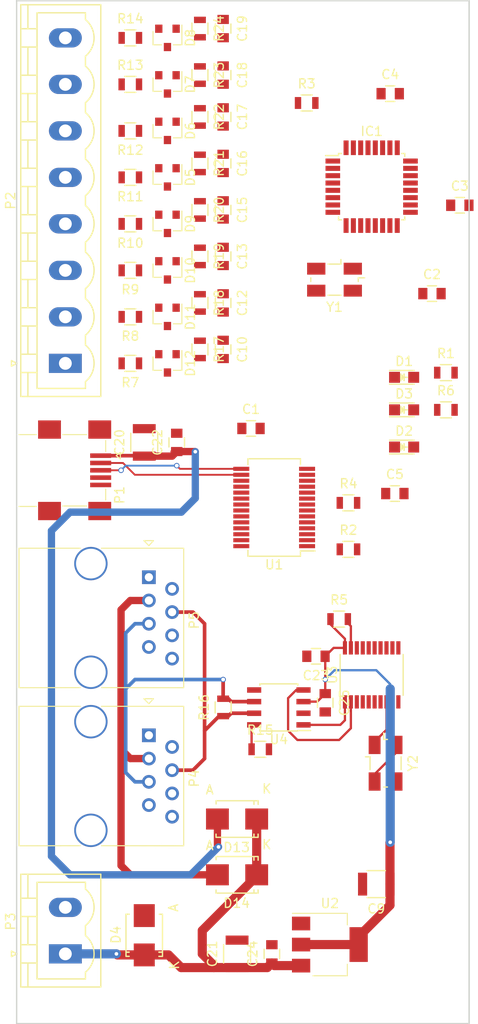
<source format=kicad_pcb>
(kicad_pcb (version 4) (host pcbnew 4.0.5+dfsg1-4)

  (general
    (links 171)
    (no_connects 138)
    (area 120.574999 50.724999 170.255001 162.635001)
    (thickness 1.6)
    (drawings 5)
    (tracks 131)
    (zones 0)
    (modules 70)
    (nets 87)
  )

  (page A4)
  (layers
    (0 F.Cu signal)
    (31 B.Cu signal)
    (32 B.Adhes user)
    (33 F.Adhes user)
    (34 B.Paste user)
    (35 F.Paste user)
    (36 B.SilkS user)
    (37 F.SilkS user)
    (38 B.Mask user)
    (39 F.Mask user)
    (40 Dwgs.User user)
    (41 Cmts.User user)
    (42 Eco1.User user)
    (43 Eco2.User user)
    (44 Edge.Cuts user)
    (45 Margin user)
    (46 B.CrtYd user)
    (47 F.CrtYd user)
    (48 B.Fab user)
    (49 F.Fab user)
  )

  (setup
    (last_trace_width 0.25)
    (user_trace_width 0.2)
    (user_trace_width 0.4)
    (user_trace_width 0.6)
    (user_trace_width 0.8)
    (user_trace_width 1)
    (trace_clearance 0.2)
    (zone_clearance 0.508)
    (zone_45_only no)
    (trace_min 0.2)
    (segment_width 0.2)
    (edge_width 0.15)
    (via_size 0.6)
    (via_drill 0.4)
    (via_min_size 0.4)
    (via_min_drill 0.3)
    (uvia_size 0.3)
    (uvia_drill 0.1)
    (uvias_allowed no)
    (uvia_min_size 0.2)
    (uvia_min_drill 0.1)
    (pcb_text_width 0.3)
    (pcb_text_size 1.5 1.5)
    (mod_edge_width 0.15)
    (mod_text_size 1 1)
    (mod_text_width 0.15)
    (pad_size 1.524 1.524)
    (pad_drill 0.762)
    (pad_to_mask_clearance 0.2)
    (aux_axis_origin 165.608 55.88)
    (visible_elements FFFFFF7F)
    (pcbplotparams
      (layerselection 0x00030_80000001)
      (usegerberextensions false)
      (excludeedgelayer true)
      (linewidth 0.100000)
      (plotframeref false)
      (viasonmask false)
      (mode 1)
      (useauxorigin false)
      (hpglpennumber 1)
      (hpglpenspeed 20)
      (hpglpendiameter 15)
      (hpglpenoverlay 2)
      (psnegative false)
      (psa4output false)
      (plotreference true)
      (plotvalue true)
      (plotinvisibletext false)
      (padsonsilk false)
      (subtractmaskfromsilk false)
      (outputformat 1)
      (mirror false)
      (drillshape 1)
      (scaleselection 1)
      (outputdirectory ""))
  )

  (net 0 "")
  (net 1 "Net-(C1-Pad1)")
  (net 2 GND)
  (net 3 VCC)
  (net 4 "Net-(C3-Pad1)")
  (net 5 RESET)
  (net 6 "Net-(C4-Pad2)")
  (net 7 IO0)
  (net 8 IO1)
  (net 9 IO2)
  (net 10 IO3)
  (net 11 IO4)
  (net 12 IO5)
  (net 13 IO6)
  (net 14 IO7)
  (net 15 "Net-(C20-Pad1)")
  (net 16 +5V)
  (net 17 "Net-(D1-Pad2)")
  (net 18 "Net-(D1-Pad1)")
  (net 19 "Net-(D2-Pad2)")
  (net 20 "Net-(D2-Pad1)")
  (net 21 "Net-(D3-Pad2)")
  (net 22 "Net-(IC1-Pad1)")
  (net 23 "Net-(IC1-Pad2)")
  (net 24 "Net-(IC1-Pad7)")
  (net 25 "Net-(IC1-Pad8)")
  (net 26 "Net-(IC1-Pad9)")
  (net 27 "Net-(IC1-Pad10)")
  (net 28 "Net-(IC1-Pad11)")
  (net 29 "Net-(IC1-Pad12)")
  (net 30 CAN_INT)
  (net 31 CAN_CS)
  (net 32 CAN_SI)
  (net 33 CAN_SO)
  (net 34 CAN_SCK)
  (net 35 "Net-(IC1-Pad30)")
  (net 36 "Net-(IC1-Pad31)")
  (net 37 "Net-(IC1-Pad32)")
  (net 38 USB_RX)
  (net 39 USB_TX)
  (net 40 "Net-(P2-Pad1)")
  (net 41 "Net-(P2-Pad2)")
  (net 42 "Net-(P2-Pad3)")
  (net 43 "Net-(P2-Pad4)")
  (net 44 "Net-(P2-Pad5)")
  (net 45 "Net-(P2-Pad6)")
  (net 46 "Net-(P2-Pad7)")
  (net 47 "Net-(P2-Pad8)")
  (net 48 "Net-(R15-Pad1)")
  (net 49 "Net-(P4-Pad1)")
  (net 50 "Net-(P4-Pad2)")
  (net 51 "Net-(U1-Pad3)")
  (net 52 "Net-(U1-Pad6)")
  (net 53 "Net-(U1-Pad9)")
  (net 54 "Net-(U1-Pad10)")
  (net 55 "Net-(U1-Pad11)")
  (net 56 "Net-(U1-Pad12)")
  (net 57 "Net-(U1-Pad13)")
  (net 58 "Net-(U1-Pad14)")
  (net 59 USB_D+)
  (net 60 USB_D-)
  (net 61 "Net-(U1-Pad19)")
  (net 62 "Net-(U1-Pad27)")
  (net 63 "Net-(U1-Pad28)")
  (net 64 "Net-(U3-Pad1)")
  (net 65 "Net-(U3-Pad2)")
  (net 66 "Net-(U3-Pad3)")
  (net 67 "Net-(U3-Pad4)")
  (net 68 "Net-(U3-Pad5)")
  (net 69 "Net-(U3-Pad6)")
  (net 70 "Net-(U3-Pad7)")
  (net 71 "Net-(U3-Pad8)")
  (net 72 "Net-(U3-Pad9)")
  (net 73 "Net-(U3-Pad11)")
  (net 74 "Net-(U3-Pad12)")
  (net 75 "Net-(U3-Pad15)")
  (net 76 "Net-(U4-Pad5)")
  (net 77 "Net-(P1-Pad4)")
  (net 78 "Net-(D14-Pad2)")
  (net 79 "Net-(P4-Pad4)")
  (net 80 "Net-(P4-Pad5)")
  (net 81 "Net-(P4-Pad7)")
  (net 82 "Net-(P4-Pad8)")
  (net 83 "Net-(P5-Pad1)")
  (net 84 "Net-(P5-Pad2)")
  (net 85 "Net-(P5-Pad7)")
  (net 86 "Net-(P5-Pad8)")

  (net_class Default "Dies ist die voreingestellte Netzklasse."
    (clearance 0.2)
    (trace_width 0.25)
    (via_dia 0.6)
    (via_drill 0.4)
    (uvia_dia 0.3)
    (uvia_drill 0.1)
    (add_net +5V)
    (add_net CAN_CS)
    (add_net CAN_INT)
    (add_net CAN_SCK)
    (add_net CAN_SI)
    (add_net CAN_SO)
    (add_net GND)
    (add_net IO0)
    (add_net IO1)
    (add_net IO2)
    (add_net IO3)
    (add_net IO4)
    (add_net IO5)
    (add_net IO6)
    (add_net IO7)
    (add_net "Net-(C1-Pad1)")
    (add_net "Net-(C20-Pad1)")
    (add_net "Net-(C3-Pad1)")
    (add_net "Net-(C4-Pad2)")
    (add_net "Net-(D1-Pad1)")
    (add_net "Net-(D1-Pad2)")
    (add_net "Net-(D14-Pad2)")
    (add_net "Net-(D2-Pad1)")
    (add_net "Net-(D2-Pad2)")
    (add_net "Net-(D3-Pad2)")
    (add_net "Net-(IC1-Pad1)")
    (add_net "Net-(IC1-Pad10)")
    (add_net "Net-(IC1-Pad11)")
    (add_net "Net-(IC1-Pad12)")
    (add_net "Net-(IC1-Pad2)")
    (add_net "Net-(IC1-Pad30)")
    (add_net "Net-(IC1-Pad31)")
    (add_net "Net-(IC1-Pad32)")
    (add_net "Net-(IC1-Pad7)")
    (add_net "Net-(IC1-Pad8)")
    (add_net "Net-(IC1-Pad9)")
    (add_net "Net-(P1-Pad4)")
    (add_net "Net-(P2-Pad1)")
    (add_net "Net-(P2-Pad2)")
    (add_net "Net-(P2-Pad3)")
    (add_net "Net-(P2-Pad4)")
    (add_net "Net-(P2-Pad5)")
    (add_net "Net-(P2-Pad6)")
    (add_net "Net-(P2-Pad7)")
    (add_net "Net-(P2-Pad8)")
    (add_net "Net-(P4-Pad1)")
    (add_net "Net-(P4-Pad2)")
    (add_net "Net-(P4-Pad4)")
    (add_net "Net-(P4-Pad5)")
    (add_net "Net-(P4-Pad7)")
    (add_net "Net-(P4-Pad8)")
    (add_net "Net-(P5-Pad1)")
    (add_net "Net-(P5-Pad2)")
    (add_net "Net-(P5-Pad7)")
    (add_net "Net-(P5-Pad8)")
    (add_net "Net-(R15-Pad1)")
    (add_net "Net-(U1-Pad10)")
    (add_net "Net-(U1-Pad11)")
    (add_net "Net-(U1-Pad12)")
    (add_net "Net-(U1-Pad13)")
    (add_net "Net-(U1-Pad14)")
    (add_net "Net-(U1-Pad19)")
    (add_net "Net-(U1-Pad27)")
    (add_net "Net-(U1-Pad28)")
    (add_net "Net-(U1-Pad3)")
    (add_net "Net-(U1-Pad6)")
    (add_net "Net-(U1-Pad9)")
    (add_net "Net-(U3-Pad1)")
    (add_net "Net-(U3-Pad11)")
    (add_net "Net-(U3-Pad12)")
    (add_net "Net-(U3-Pad15)")
    (add_net "Net-(U3-Pad2)")
    (add_net "Net-(U3-Pad3)")
    (add_net "Net-(U3-Pad4)")
    (add_net "Net-(U3-Pad5)")
    (add_net "Net-(U3-Pad6)")
    (add_net "Net-(U3-Pad7)")
    (add_net "Net-(U3-Pad8)")
    (add_net "Net-(U3-Pad9)")
    (add_net "Net-(U4-Pad5)")
    (add_net RESET)
    (add_net USB_D+)
    (add_net USB_D-)
    (add_net USB_RX)
    (add_net USB_TX)
    (add_net VCC)
  )

  (net_class Middle ""
    (clearance 0.2)
    (trace_width 0.6)
    (via_dia 0.8)
    (via_drill 0.7)
    (uvia_dia 0.3)
    (uvia_drill 0.1)
  )

  (net_class Supply ""
    (clearance 0.2)
    (trace_width 1)
    (via_dia 1.2)
    (via_drill 0.8)
    (uvia_dia 0.3)
    (uvia_drill 0.1)
  )

  (module Capacitors_SMD:C_0805 (layer F.Cu) (tedit 5415D6EA) (tstamp 5A6F26CB)
    (at 146.304 97.536)
    (descr "Capacitor SMD 0805, reflow soldering, AVX (see smccp.pdf)")
    (tags "capacitor 0805")
    (path /5A6D7492)
    (attr smd)
    (fp_text reference C1 (at 0 -2.1) (layer F.SilkS)
      (effects (font (size 1 1) (thickness 0.15)))
    )
    (fp_text value 100n (at 0 2.1) (layer F.Fab)
      (effects (font (size 1 1) (thickness 0.15)))
    )
    (fp_line (start -1 0.625) (end -1 -0.625) (layer F.Fab) (width 0.15))
    (fp_line (start 1 0.625) (end -1 0.625) (layer F.Fab) (width 0.15))
    (fp_line (start 1 -0.625) (end 1 0.625) (layer F.Fab) (width 0.15))
    (fp_line (start -1 -0.625) (end 1 -0.625) (layer F.Fab) (width 0.15))
    (fp_line (start -1.8 -1) (end 1.8 -1) (layer F.CrtYd) (width 0.05))
    (fp_line (start -1.8 1) (end 1.8 1) (layer F.CrtYd) (width 0.05))
    (fp_line (start -1.8 -1) (end -1.8 1) (layer F.CrtYd) (width 0.05))
    (fp_line (start 1.8 -1) (end 1.8 1) (layer F.CrtYd) (width 0.05))
    (fp_line (start 0.5 -0.85) (end -0.5 -0.85) (layer F.SilkS) (width 0.15))
    (fp_line (start -0.5 0.85) (end 0.5 0.85) (layer F.SilkS) (width 0.15))
    (pad 1 smd rect (at -1 0) (size 1 1.25) (layers F.Cu F.Paste F.Mask)
      (net 1 "Net-(C1-Pad1)"))
    (pad 2 smd rect (at 1 0) (size 1 1.25) (layers F.Cu F.Paste F.Mask)
      (net 2 GND))
    (model Capacitors_SMD.3dshapes/C_0805.wrl
      (at (xyz 0 0 0))
      (scale (xyz 1 1 1))
      (rotate (xyz 0 0 0))
    )
  )

  (module Capacitors_SMD:C_0805 (layer F.Cu) (tedit 5415D6EA) (tstamp 5A6F26D1)
    (at 166.116 82.804)
    (descr "Capacitor SMD 0805, reflow soldering, AVX (see smccp.pdf)")
    (tags "capacitor 0805")
    (path /5A6CF6B5)
    (attr smd)
    (fp_text reference C2 (at 0 -2.1) (layer F.SilkS)
      (effects (font (size 1 1) (thickness 0.15)))
    )
    (fp_text value 1u (at 0 2.1) (layer F.Fab)
      (effects (font (size 1 1) (thickness 0.15)))
    )
    (fp_line (start -1 0.625) (end -1 -0.625) (layer F.Fab) (width 0.15))
    (fp_line (start 1 0.625) (end -1 0.625) (layer F.Fab) (width 0.15))
    (fp_line (start 1 -0.625) (end 1 0.625) (layer F.Fab) (width 0.15))
    (fp_line (start -1 -0.625) (end 1 -0.625) (layer F.Fab) (width 0.15))
    (fp_line (start -1.8 -1) (end 1.8 -1) (layer F.CrtYd) (width 0.05))
    (fp_line (start -1.8 1) (end 1.8 1) (layer F.CrtYd) (width 0.05))
    (fp_line (start -1.8 -1) (end -1.8 1) (layer F.CrtYd) (width 0.05))
    (fp_line (start 1.8 -1) (end 1.8 1) (layer F.CrtYd) (width 0.05))
    (fp_line (start 0.5 -0.85) (end -0.5 -0.85) (layer F.SilkS) (width 0.15))
    (fp_line (start -0.5 0.85) (end 0.5 0.85) (layer F.SilkS) (width 0.15))
    (pad 1 smd rect (at -1 0) (size 1 1.25) (layers F.Cu F.Paste F.Mask)
      (net 3 VCC))
    (pad 2 smd rect (at 1 0) (size 1 1.25) (layers F.Cu F.Paste F.Mask)
      (net 2 GND))
    (model Capacitors_SMD.3dshapes/C_0805.wrl
      (at (xyz 0 0 0))
      (scale (xyz 1 1 1))
      (rotate (xyz 0 0 0))
    )
  )

  (module Capacitors_SMD:C_0805 (layer F.Cu) (tedit 5415D6EA) (tstamp 5A6F26D7)
    (at 169.164 73.152)
    (descr "Capacitor SMD 0805, reflow soldering, AVX (see smccp.pdf)")
    (tags "capacitor 0805")
    (path /5A6CF6EC)
    (attr smd)
    (fp_text reference C3 (at 0 -2.1) (layer F.SilkS)
      (effects (font (size 1 1) (thickness 0.15)))
    )
    (fp_text value 100n (at 0 2.1) (layer F.Fab)
      (effects (font (size 1 1) (thickness 0.15)))
    )
    (fp_line (start -1 0.625) (end -1 -0.625) (layer F.Fab) (width 0.15))
    (fp_line (start 1 0.625) (end -1 0.625) (layer F.Fab) (width 0.15))
    (fp_line (start 1 -0.625) (end 1 0.625) (layer F.Fab) (width 0.15))
    (fp_line (start -1 -0.625) (end 1 -0.625) (layer F.Fab) (width 0.15))
    (fp_line (start -1.8 -1) (end 1.8 -1) (layer F.CrtYd) (width 0.05))
    (fp_line (start -1.8 1) (end 1.8 1) (layer F.CrtYd) (width 0.05))
    (fp_line (start -1.8 -1) (end -1.8 1) (layer F.CrtYd) (width 0.05))
    (fp_line (start 1.8 -1) (end 1.8 1) (layer F.CrtYd) (width 0.05))
    (fp_line (start 0.5 -0.85) (end -0.5 -0.85) (layer F.SilkS) (width 0.15))
    (fp_line (start -0.5 0.85) (end 0.5 0.85) (layer F.SilkS) (width 0.15))
    (pad 1 smd rect (at -1 0) (size 1 1.25) (layers F.Cu F.Paste F.Mask)
      (net 4 "Net-(C3-Pad1)"))
    (pad 2 smd rect (at 1 0) (size 1 1.25) (layers F.Cu F.Paste F.Mask)
      (net 2 GND))
    (model Capacitors_SMD.3dshapes/C_0805.wrl
      (at (xyz 0 0 0))
      (scale (xyz 1 1 1))
      (rotate (xyz 0 0 0))
    )
  )

  (module Capacitors_SMD:C_0805 (layer F.Cu) (tedit 5415D6EA) (tstamp 5A6F26DD)
    (at 161.544 60.96)
    (descr "Capacitor SMD 0805, reflow soldering, AVX (see smccp.pdf)")
    (tags "capacitor 0805")
    (path /5A6D21DC)
    (attr smd)
    (fp_text reference C4 (at 0 -2.1) (layer F.SilkS)
      (effects (font (size 1 1) (thickness 0.15)))
    )
    (fp_text value 100n (at 0 2.1) (layer F.Fab)
      (effects (font (size 1 1) (thickness 0.15)))
    )
    (fp_line (start -1 0.625) (end -1 -0.625) (layer F.Fab) (width 0.15))
    (fp_line (start 1 0.625) (end -1 0.625) (layer F.Fab) (width 0.15))
    (fp_line (start 1 -0.625) (end 1 0.625) (layer F.Fab) (width 0.15))
    (fp_line (start -1 -0.625) (end 1 -0.625) (layer F.Fab) (width 0.15))
    (fp_line (start -1.8 -1) (end 1.8 -1) (layer F.CrtYd) (width 0.05))
    (fp_line (start -1.8 1) (end 1.8 1) (layer F.CrtYd) (width 0.05))
    (fp_line (start -1.8 -1) (end -1.8 1) (layer F.CrtYd) (width 0.05))
    (fp_line (start 1.8 -1) (end 1.8 1) (layer F.CrtYd) (width 0.05))
    (fp_line (start 0.5 -0.85) (end -0.5 -0.85) (layer F.SilkS) (width 0.15))
    (fp_line (start -0.5 0.85) (end 0.5 0.85) (layer F.SilkS) (width 0.15))
    (pad 1 smd rect (at -1 0) (size 1 1.25) (layers F.Cu F.Paste F.Mask)
      (net 5 RESET))
    (pad 2 smd rect (at 1 0) (size 1 1.25) (layers F.Cu F.Paste F.Mask)
      (net 6 "Net-(C4-Pad2)"))
    (model Capacitors_SMD.3dshapes/C_0805.wrl
      (at (xyz 0 0 0))
      (scale (xyz 1 1 1))
      (rotate (xyz 0 0 0))
    )
  )

  (module Capacitors_SMD:C_0805 (layer F.Cu) (tedit 5415D6EA) (tstamp 5A6F26E3)
    (at 162.052 104.648)
    (descr "Capacitor SMD 0805, reflow soldering, AVX (see smccp.pdf)")
    (tags "capacitor 0805")
    (path /5A6F3843)
    (attr smd)
    (fp_text reference C5 (at 0 -2.1) (layer F.SilkS)
      (effects (font (size 1 1) (thickness 0.15)))
    )
    (fp_text value 100n (at 0 2.1) (layer F.Fab)
      (effects (font (size 1 1) (thickness 0.15)))
    )
    (fp_line (start -1 0.625) (end -1 -0.625) (layer F.Fab) (width 0.15))
    (fp_line (start 1 0.625) (end -1 0.625) (layer F.Fab) (width 0.15))
    (fp_line (start 1 -0.625) (end 1 0.625) (layer F.Fab) (width 0.15))
    (fp_line (start -1 -0.625) (end 1 -0.625) (layer F.Fab) (width 0.15))
    (fp_line (start -1.8 -1) (end 1.8 -1) (layer F.CrtYd) (width 0.05))
    (fp_line (start -1.8 1) (end 1.8 1) (layer F.CrtYd) (width 0.05))
    (fp_line (start -1.8 -1) (end -1.8 1) (layer F.CrtYd) (width 0.05))
    (fp_line (start 1.8 -1) (end 1.8 1) (layer F.CrtYd) (width 0.05))
    (fp_line (start 0.5 -0.85) (end -0.5 -0.85) (layer F.SilkS) (width 0.15))
    (fp_line (start -0.5 0.85) (end 0.5 0.85) (layer F.SilkS) (width 0.15))
    (pad 1 smd rect (at -1 0) (size 1 1.25) (layers F.Cu F.Paste F.Mask)
      (net 3 VCC))
    (pad 2 smd rect (at 1 0) (size 1 1.25) (layers F.Cu F.Paste F.Mask)
      (net 2 GND))
    (model Capacitors_SMD.3dshapes/C_0805.wrl
      (at (xyz 0 0 0))
      (scale (xyz 1 1 1))
      (rotate (xyz 0 0 0))
    )
  )

  (module Capacitors_SMD:C_1210 (layer F.Cu) (tedit 5415D85D) (tstamp 5A6F26E9)
    (at 160.02 147.32 180)
    (descr "Capacitor SMD 1210, reflow soldering, AVX (see smccp.pdf)")
    (tags "capacitor 1210")
    (path /5A6D0B2A)
    (attr smd)
    (fp_text reference C9 (at 0 -2.7 180) (layer F.SilkS)
      (effects (font (size 1 1) (thickness 0.15)))
    )
    (fp_text value 4u7 (at 0 2.7 180) (layer F.Fab)
      (effects (font (size 1 1) (thickness 0.15)))
    )
    (fp_line (start -1.6 1.25) (end -1.6 -1.25) (layer F.Fab) (width 0.15))
    (fp_line (start 1.6 1.25) (end -1.6 1.25) (layer F.Fab) (width 0.15))
    (fp_line (start 1.6 -1.25) (end 1.6 1.25) (layer F.Fab) (width 0.15))
    (fp_line (start -1.6 -1.25) (end 1.6 -1.25) (layer F.Fab) (width 0.15))
    (fp_line (start -2.3 -1.6) (end 2.3 -1.6) (layer F.CrtYd) (width 0.05))
    (fp_line (start -2.3 1.6) (end 2.3 1.6) (layer F.CrtYd) (width 0.05))
    (fp_line (start -2.3 -1.6) (end -2.3 1.6) (layer F.CrtYd) (width 0.05))
    (fp_line (start 2.3 -1.6) (end 2.3 1.6) (layer F.CrtYd) (width 0.05))
    (fp_line (start 1 -1.475) (end -1 -1.475) (layer F.SilkS) (width 0.15))
    (fp_line (start -1 1.475) (end 1 1.475) (layer F.SilkS) (width 0.15))
    (pad 1 smd rect (at -1.5 0 180) (size 1 2.5) (layers F.Cu F.Paste F.Mask)
      (net 3 VCC))
    (pad 2 smd rect (at 1.5 0 180) (size 1 2.5) (layers F.Cu F.Paste F.Mask)
      (net 2 GND))
    (model Capacitors_SMD.3dshapes/C_1210.wrl
      (at (xyz 0 0 0))
      (scale (xyz 1 1 1))
      (rotate (xyz 0 0 0))
    )
  )

  (module Capacitors_SMD:C_0805 (layer F.Cu) (tedit 5415D6EA) (tstamp 5A6F26EF)
    (at 143.256 88.9 270)
    (descr "Capacitor SMD 0805, reflow soldering, AVX (see smccp.pdf)")
    (tags "capacitor 0805")
    (path /5A6D4050)
    (attr smd)
    (fp_text reference C10 (at 0 -2.1 270) (layer F.SilkS)
      (effects (font (size 1 1) (thickness 0.15)))
    )
    (fp_text value 10n (at 0 2.1 270) (layer F.Fab)
      (effects (font (size 1 1) (thickness 0.15)))
    )
    (fp_line (start -1 0.625) (end -1 -0.625) (layer F.Fab) (width 0.15))
    (fp_line (start 1 0.625) (end -1 0.625) (layer F.Fab) (width 0.15))
    (fp_line (start 1 -0.625) (end 1 0.625) (layer F.Fab) (width 0.15))
    (fp_line (start -1 -0.625) (end 1 -0.625) (layer F.Fab) (width 0.15))
    (fp_line (start -1.8 -1) (end 1.8 -1) (layer F.CrtYd) (width 0.05))
    (fp_line (start -1.8 1) (end 1.8 1) (layer F.CrtYd) (width 0.05))
    (fp_line (start -1.8 -1) (end -1.8 1) (layer F.CrtYd) (width 0.05))
    (fp_line (start 1.8 -1) (end 1.8 1) (layer F.CrtYd) (width 0.05))
    (fp_line (start 0.5 -0.85) (end -0.5 -0.85) (layer F.SilkS) (width 0.15))
    (fp_line (start -0.5 0.85) (end 0.5 0.85) (layer F.SilkS) (width 0.15))
    (pad 1 smd rect (at -1 0 270) (size 1 1.25) (layers F.Cu F.Paste F.Mask)
      (net 7 IO0))
    (pad 2 smd rect (at 1 0 270) (size 1 1.25) (layers F.Cu F.Paste F.Mask)
      (net 2 GND))
    (model Capacitors_SMD.3dshapes/C_0805.wrl
      (at (xyz 0 0 0))
      (scale (xyz 1 1 1))
      (rotate (xyz 0 0 0))
    )
  )

  (module Capacitors_SMD:C_0805 (layer F.Cu) (tedit 5415D6EA) (tstamp 5A6F26F5)
    (at 143.256 83.82 270)
    (descr "Capacitor SMD 0805, reflow soldering, AVX (see smccp.pdf)")
    (tags "capacitor 0805")
    (path /5A6D3FD3)
    (attr smd)
    (fp_text reference C12 (at 0 -2.1 270) (layer F.SilkS)
      (effects (font (size 1 1) (thickness 0.15)))
    )
    (fp_text value 10n (at 0 2.1 270) (layer F.Fab)
      (effects (font (size 1 1) (thickness 0.15)))
    )
    (fp_line (start -1 0.625) (end -1 -0.625) (layer F.Fab) (width 0.15))
    (fp_line (start 1 0.625) (end -1 0.625) (layer F.Fab) (width 0.15))
    (fp_line (start 1 -0.625) (end 1 0.625) (layer F.Fab) (width 0.15))
    (fp_line (start -1 -0.625) (end 1 -0.625) (layer F.Fab) (width 0.15))
    (fp_line (start -1.8 -1) (end 1.8 -1) (layer F.CrtYd) (width 0.05))
    (fp_line (start -1.8 1) (end 1.8 1) (layer F.CrtYd) (width 0.05))
    (fp_line (start -1.8 -1) (end -1.8 1) (layer F.CrtYd) (width 0.05))
    (fp_line (start 1.8 -1) (end 1.8 1) (layer F.CrtYd) (width 0.05))
    (fp_line (start 0.5 -0.85) (end -0.5 -0.85) (layer F.SilkS) (width 0.15))
    (fp_line (start -0.5 0.85) (end 0.5 0.85) (layer F.SilkS) (width 0.15))
    (pad 1 smd rect (at -1 0 270) (size 1 1.25) (layers F.Cu F.Paste F.Mask)
      (net 8 IO1))
    (pad 2 smd rect (at 1 0 270) (size 1 1.25) (layers F.Cu F.Paste F.Mask)
      (net 2 GND))
    (model Capacitors_SMD.3dshapes/C_0805.wrl
      (at (xyz 0 0 0))
      (scale (xyz 1 1 1))
      (rotate (xyz 0 0 0))
    )
  )

  (module Capacitors_SMD:C_0805 (layer F.Cu) (tedit 5415D6EA) (tstamp 5A6F26FB)
    (at 143.256 78.74 270)
    (descr "Capacitor SMD 0805, reflow soldering, AVX (see smccp.pdf)")
    (tags "capacitor 0805")
    (path /5A6D3F46)
    (attr smd)
    (fp_text reference C13 (at 0 -2.1 270) (layer F.SilkS)
      (effects (font (size 1 1) (thickness 0.15)))
    )
    (fp_text value 10n (at 0 2.1 270) (layer F.Fab)
      (effects (font (size 1 1) (thickness 0.15)))
    )
    (fp_line (start -1 0.625) (end -1 -0.625) (layer F.Fab) (width 0.15))
    (fp_line (start 1 0.625) (end -1 0.625) (layer F.Fab) (width 0.15))
    (fp_line (start 1 -0.625) (end 1 0.625) (layer F.Fab) (width 0.15))
    (fp_line (start -1 -0.625) (end 1 -0.625) (layer F.Fab) (width 0.15))
    (fp_line (start -1.8 -1) (end 1.8 -1) (layer F.CrtYd) (width 0.05))
    (fp_line (start -1.8 1) (end 1.8 1) (layer F.CrtYd) (width 0.05))
    (fp_line (start -1.8 -1) (end -1.8 1) (layer F.CrtYd) (width 0.05))
    (fp_line (start 1.8 -1) (end 1.8 1) (layer F.CrtYd) (width 0.05))
    (fp_line (start 0.5 -0.85) (end -0.5 -0.85) (layer F.SilkS) (width 0.15))
    (fp_line (start -0.5 0.85) (end 0.5 0.85) (layer F.SilkS) (width 0.15))
    (pad 1 smd rect (at -1 0 270) (size 1 1.25) (layers F.Cu F.Paste F.Mask)
      (net 9 IO2))
    (pad 2 smd rect (at 1 0 270) (size 1 1.25) (layers F.Cu F.Paste F.Mask)
      (net 2 GND))
    (model Capacitors_SMD.3dshapes/C_0805.wrl
      (at (xyz 0 0 0))
      (scale (xyz 1 1 1))
      (rotate (xyz 0 0 0))
    )
  )

  (module Capacitors_SMD:C_0805 (layer F.Cu) (tedit 5415D6EA) (tstamp 5A6F2701)
    (at 143.256 73.66 270)
    (descr "Capacitor SMD 0805, reflow soldering, AVX (see smccp.pdf)")
    (tags "capacitor 0805")
    (path /5A6D3E21)
    (attr smd)
    (fp_text reference C15 (at 0 -2.1 270) (layer F.SilkS)
      (effects (font (size 1 1) (thickness 0.15)))
    )
    (fp_text value 10n (at 0 2.1 270) (layer F.Fab)
      (effects (font (size 1 1) (thickness 0.15)))
    )
    (fp_line (start -1 0.625) (end -1 -0.625) (layer F.Fab) (width 0.15))
    (fp_line (start 1 0.625) (end -1 0.625) (layer F.Fab) (width 0.15))
    (fp_line (start 1 -0.625) (end 1 0.625) (layer F.Fab) (width 0.15))
    (fp_line (start -1 -0.625) (end 1 -0.625) (layer F.Fab) (width 0.15))
    (fp_line (start -1.8 -1) (end 1.8 -1) (layer F.CrtYd) (width 0.05))
    (fp_line (start -1.8 1) (end 1.8 1) (layer F.CrtYd) (width 0.05))
    (fp_line (start -1.8 -1) (end -1.8 1) (layer F.CrtYd) (width 0.05))
    (fp_line (start 1.8 -1) (end 1.8 1) (layer F.CrtYd) (width 0.05))
    (fp_line (start 0.5 -0.85) (end -0.5 -0.85) (layer F.SilkS) (width 0.15))
    (fp_line (start -0.5 0.85) (end 0.5 0.85) (layer F.SilkS) (width 0.15))
    (pad 1 smd rect (at -1 0 270) (size 1 1.25) (layers F.Cu F.Paste F.Mask)
      (net 10 IO3))
    (pad 2 smd rect (at 1 0 270) (size 1 1.25) (layers F.Cu F.Paste F.Mask)
      (net 2 GND))
    (model Capacitors_SMD.3dshapes/C_0805.wrl
      (at (xyz 0 0 0))
      (scale (xyz 1 1 1))
      (rotate (xyz 0 0 0))
    )
  )

  (module Capacitors_SMD:C_0805 (layer F.Cu) (tedit 5415D6EA) (tstamp 5A6F2707)
    (at 143.256 68.58 270)
    (descr "Capacitor SMD 0805, reflow soldering, AVX (see smccp.pdf)")
    (tags "capacitor 0805")
    (path /5A6D3D98)
    (attr smd)
    (fp_text reference C16 (at 0 -2.1 270) (layer F.SilkS)
      (effects (font (size 1 1) (thickness 0.15)))
    )
    (fp_text value 10n (at 0 2.1 270) (layer F.Fab)
      (effects (font (size 1 1) (thickness 0.15)))
    )
    (fp_line (start -1 0.625) (end -1 -0.625) (layer F.Fab) (width 0.15))
    (fp_line (start 1 0.625) (end -1 0.625) (layer F.Fab) (width 0.15))
    (fp_line (start 1 -0.625) (end 1 0.625) (layer F.Fab) (width 0.15))
    (fp_line (start -1 -0.625) (end 1 -0.625) (layer F.Fab) (width 0.15))
    (fp_line (start -1.8 -1) (end 1.8 -1) (layer F.CrtYd) (width 0.05))
    (fp_line (start -1.8 1) (end 1.8 1) (layer F.CrtYd) (width 0.05))
    (fp_line (start -1.8 -1) (end -1.8 1) (layer F.CrtYd) (width 0.05))
    (fp_line (start 1.8 -1) (end 1.8 1) (layer F.CrtYd) (width 0.05))
    (fp_line (start 0.5 -0.85) (end -0.5 -0.85) (layer F.SilkS) (width 0.15))
    (fp_line (start -0.5 0.85) (end 0.5 0.85) (layer F.SilkS) (width 0.15))
    (pad 1 smd rect (at -1 0 270) (size 1 1.25) (layers F.Cu F.Paste F.Mask)
      (net 11 IO4))
    (pad 2 smd rect (at 1 0 270) (size 1 1.25) (layers F.Cu F.Paste F.Mask)
      (net 2 GND))
    (model Capacitors_SMD.3dshapes/C_0805.wrl
      (at (xyz 0 0 0))
      (scale (xyz 1 1 1))
      (rotate (xyz 0 0 0))
    )
  )

  (module Capacitors_SMD:C_0805 (layer F.Cu) (tedit 5415D6EA) (tstamp 5A6F270D)
    (at 143.256 63.5 270)
    (descr "Capacitor SMD 0805, reflow soldering, AVX (see smccp.pdf)")
    (tags "capacitor 0805")
    (path /5A6D3D09)
    (attr smd)
    (fp_text reference C17 (at 0 -2.1 270) (layer F.SilkS)
      (effects (font (size 1 1) (thickness 0.15)))
    )
    (fp_text value 10n (at 0 2.1 270) (layer F.Fab)
      (effects (font (size 1 1) (thickness 0.15)))
    )
    (fp_line (start -1 0.625) (end -1 -0.625) (layer F.Fab) (width 0.15))
    (fp_line (start 1 0.625) (end -1 0.625) (layer F.Fab) (width 0.15))
    (fp_line (start 1 -0.625) (end 1 0.625) (layer F.Fab) (width 0.15))
    (fp_line (start -1 -0.625) (end 1 -0.625) (layer F.Fab) (width 0.15))
    (fp_line (start -1.8 -1) (end 1.8 -1) (layer F.CrtYd) (width 0.05))
    (fp_line (start -1.8 1) (end 1.8 1) (layer F.CrtYd) (width 0.05))
    (fp_line (start -1.8 -1) (end -1.8 1) (layer F.CrtYd) (width 0.05))
    (fp_line (start 1.8 -1) (end 1.8 1) (layer F.CrtYd) (width 0.05))
    (fp_line (start 0.5 -0.85) (end -0.5 -0.85) (layer F.SilkS) (width 0.15))
    (fp_line (start -0.5 0.85) (end 0.5 0.85) (layer F.SilkS) (width 0.15))
    (pad 1 smd rect (at -1 0 270) (size 1 1.25) (layers F.Cu F.Paste F.Mask)
      (net 12 IO5))
    (pad 2 smd rect (at 1 0 270) (size 1 1.25) (layers F.Cu F.Paste F.Mask)
      (net 2 GND))
    (model Capacitors_SMD.3dshapes/C_0805.wrl
      (at (xyz 0 0 0))
      (scale (xyz 1 1 1))
      (rotate (xyz 0 0 0))
    )
  )

  (module Capacitors_SMD:C_0805 (layer F.Cu) (tedit 5415D6EA) (tstamp 5A6F2713)
    (at 143.256 58.928 270)
    (descr "Capacitor SMD 0805, reflow soldering, AVX (see smccp.pdf)")
    (tags "capacitor 0805")
    (path /5A6D3C8C)
    (attr smd)
    (fp_text reference C18 (at 0 -2.1 270) (layer F.SilkS)
      (effects (font (size 1 1) (thickness 0.15)))
    )
    (fp_text value 10n (at 0 2.1 270) (layer F.Fab)
      (effects (font (size 1 1) (thickness 0.15)))
    )
    (fp_line (start -1 0.625) (end -1 -0.625) (layer F.Fab) (width 0.15))
    (fp_line (start 1 0.625) (end -1 0.625) (layer F.Fab) (width 0.15))
    (fp_line (start 1 -0.625) (end 1 0.625) (layer F.Fab) (width 0.15))
    (fp_line (start -1 -0.625) (end 1 -0.625) (layer F.Fab) (width 0.15))
    (fp_line (start -1.8 -1) (end 1.8 -1) (layer F.CrtYd) (width 0.05))
    (fp_line (start -1.8 1) (end 1.8 1) (layer F.CrtYd) (width 0.05))
    (fp_line (start -1.8 -1) (end -1.8 1) (layer F.CrtYd) (width 0.05))
    (fp_line (start 1.8 -1) (end 1.8 1) (layer F.CrtYd) (width 0.05))
    (fp_line (start 0.5 -0.85) (end -0.5 -0.85) (layer F.SilkS) (width 0.15))
    (fp_line (start -0.5 0.85) (end 0.5 0.85) (layer F.SilkS) (width 0.15))
    (pad 1 smd rect (at -1 0 270) (size 1 1.25) (layers F.Cu F.Paste F.Mask)
      (net 13 IO6))
    (pad 2 smd rect (at 1 0 270) (size 1 1.25) (layers F.Cu F.Paste F.Mask)
      (net 2 GND))
    (model Capacitors_SMD.3dshapes/C_0805.wrl
      (at (xyz 0 0 0))
      (scale (xyz 1 1 1))
      (rotate (xyz 0 0 0))
    )
  )

  (module Capacitors_SMD:C_0805 (layer F.Cu) (tedit 5415D6EA) (tstamp 5A6F2719)
    (at 143.256 53.848 270)
    (descr "Capacitor SMD 0805, reflow soldering, AVX (see smccp.pdf)")
    (tags "capacitor 0805")
    (path /5A6D3488)
    (attr smd)
    (fp_text reference C19 (at 0 -2.1 270) (layer F.SilkS)
      (effects (font (size 1 1) (thickness 0.15)))
    )
    (fp_text value 10n (at 0 2.1 270) (layer F.Fab)
      (effects (font (size 1 1) (thickness 0.15)))
    )
    (fp_line (start -1 0.625) (end -1 -0.625) (layer F.Fab) (width 0.15))
    (fp_line (start 1 0.625) (end -1 0.625) (layer F.Fab) (width 0.15))
    (fp_line (start 1 -0.625) (end 1 0.625) (layer F.Fab) (width 0.15))
    (fp_line (start -1 -0.625) (end 1 -0.625) (layer F.Fab) (width 0.15))
    (fp_line (start -1.8 -1) (end 1.8 -1) (layer F.CrtYd) (width 0.05))
    (fp_line (start -1.8 1) (end 1.8 1) (layer F.CrtYd) (width 0.05))
    (fp_line (start -1.8 -1) (end -1.8 1) (layer F.CrtYd) (width 0.05))
    (fp_line (start 1.8 -1) (end 1.8 1) (layer F.CrtYd) (width 0.05))
    (fp_line (start 0.5 -0.85) (end -0.5 -0.85) (layer F.SilkS) (width 0.15))
    (fp_line (start -0.5 0.85) (end 0.5 0.85) (layer F.SilkS) (width 0.15))
    (pad 1 smd rect (at -1 0 270) (size 1 1.25) (layers F.Cu F.Paste F.Mask)
      (net 14 IO7))
    (pad 2 smd rect (at 1 0 270) (size 1 1.25) (layers F.Cu F.Paste F.Mask)
      (net 2 GND))
    (model Capacitors_SMD.3dshapes/C_0805.wrl
      (at (xyz 0 0 0))
      (scale (xyz 1 1 1))
      (rotate (xyz 0 0 0))
    )
  )

  (module Capacitors_SMD:C_1210 (layer F.Cu) (tedit 5415D85D) (tstamp 5A6F271F)
    (at 134.62 99.06 90)
    (descr "Capacitor SMD 1210, reflow soldering, AVX (see smccp.pdf)")
    (tags "capacitor 1210")
    (path /5A6D6310)
    (attr smd)
    (fp_text reference C20 (at 0 -2.7 90) (layer F.SilkS)
      (effects (font (size 1 1) (thickness 0.15)))
    )
    (fp_text value 4u7 (at 0 2.7 90) (layer F.Fab)
      (effects (font (size 1 1) (thickness 0.15)))
    )
    (fp_line (start -1.6 1.25) (end -1.6 -1.25) (layer F.Fab) (width 0.15))
    (fp_line (start 1.6 1.25) (end -1.6 1.25) (layer F.Fab) (width 0.15))
    (fp_line (start 1.6 -1.25) (end 1.6 1.25) (layer F.Fab) (width 0.15))
    (fp_line (start -1.6 -1.25) (end 1.6 -1.25) (layer F.Fab) (width 0.15))
    (fp_line (start -2.3 -1.6) (end 2.3 -1.6) (layer F.CrtYd) (width 0.05))
    (fp_line (start -2.3 1.6) (end 2.3 1.6) (layer F.CrtYd) (width 0.05))
    (fp_line (start -2.3 -1.6) (end -2.3 1.6) (layer F.CrtYd) (width 0.05))
    (fp_line (start 2.3 -1.6) (end 2.3 1.6) (layer F.CrtYd) (width 0.05))
    (fp_line (start 1 -1.475) (end -1 -1.475) (layer F.SilkS) (width 0.15))
    (fp_line (start -1 1.475) (end 1 1.475) (layer F.SilkS) (width 0.15))
    (pad 1 smd rect (at -1.5 0 90) (size 1 2.5) (layers F.Cu F.Paste F.Mask)
      (net 15 "Net-(C20-Pad1)"))
    (pad 2 smd rect (at 1.5 0 90) (size 1 2.5) (layers F.Cu F.Paste F.Mask)
      (net 2 GND))
    (model Capacitors_SMD.3dshapes/C_1210.wrl
      (at (xyz 0 0 0))
      (scale (xyz 1 1 1))
      (rotate (xyz 0 0 0))
    )
  )

  (module Capacitors_SMD:C_1210 (layer F.Cu) (tedit 5415D85D) (tstamp 5A6F2725)
    (at 144.78 154.94 90)
    (descr "Capacitor SMD 1210, reflow soldering, AVX (see smccp.pdf)")
    (tags "capacitor 1210")
    (path /5A6D1F2D)
    (attr smd)
    (fp_text reference C21 (at 0 -2.7 90) (layer F.SilkS)
      (effects (font (size 1 1) (thickness 0.15)))
    )
    (fp_text value 10u (at 0 2.7 90) (layer F.Fab)
      (effects (font (size 1 1) (thickness 0.15)))
    )
    (fp_line (start -1.6 1.25) (end -1.6 -1.25) (layer F.Fab) (width 0.15))
    (fp_line (start 1.6 1.25) (end -1.6 1.25) (layer F.Fab) (width 0.15))
    (fp_line (start 1.6 -1.25) (end 1.6 1.25) (layer F.Fab) (width 0.15))
    (fp_line (start -1.6 -1.25) (end 1.6 -1.25) (layer F.Fab) (width 0.15))
    (fp_line (start -2.3 -1.6) (end 2.3 -1.6) (layer F.CrtYd) (width 0.05))
    (fp_line (start -2.3 1.6) (end 2.3 1.6) (layer F.CrtYd) (width 0.05))
    (fp_line (start -2.3 -1.6) (end -2.3 1.6) (layer F.CrtYd) (width 0.05))
    (fp_line (start 2.3 -1.6) (end 2.3 1.6) (layer F.CrtYd) (width 0.05))
    (fp_line (start 1 -1.475) (end -1 -1.475) (layer F.SilkS) (width 0.15))
    (fp_line (start -1 1.475) (end 1 1.475) (layer F.SilkS) (width 0.15))
    (pad 1 smd rect (at -1.5 0 90) (size 1 2.5) (layers F.Cu F.Paste F.Mask)
      (net 16 +5V))
    (pad 2 smd rect (at 1.5 0 90) (size 1 2.5) (layers F.Cu F.Paste F.Mask)
      (net 2 GND))
    (model Capacitors_SMD.3dshapes/C_1210.wrl
      (at (xyz 0 0 0))
      (scale (xyz 1 1 1))
      (rotate (xyz 0 0 0))
    )
  )

  (module Capacitors_SMD:C_0805 (layer F.Cu) (tedit 5415D6EA) (tstamp 5A6F272B)
    (at 138.176 99.06 90)
    (descr "Capacitor SMD 0805, reflow soldering, AVX (see smccp.pdf)")
    (tags "capacitor 0805")
    (path /5A6D627B)
    (attr smd)
    (fp_text reference C22 (at 0 -2.1 90) (layer F.SilkS)
      (effects (font (size 1 1) (thickness 0.15)))
    )
    (fp_text value 100n (at 0 2.1 90) (layer F.Fab)
      (effects (font (size 1 1) (thickness 0.15)))
    )
    (fp_line (start -1 0.625) (end -1 -0.625) (layer F.Fab) (width 0.15))
    (fp_line (start 1 0.625) (end -1 0.625) (layer F.Fab) (width 0.15))
    (fp_line (start 1 -0.625) (end 1 0.625) (layer F.Fab) (width 0.15))
    (fp_line (start -1 -0.625) (end 1 -0.625) (layer F.Fab) (width 0.15))
    (fp_line (start -1.8 -1) (end 1.8 -1) (layer F.CrtYd) (width 0.05))
    (fp_line (start -1.8 1) (end 1.8 1) (layer F.CrtYd) (width 0.05))
    (fp_line (start -1.8 -1) (end -1.8 1) (layer F.CrtYd) (width 0.05))
    (fp_line (start 1.8 -1) (end 1.8 1) (layer F.CrtYd) (width 0.05))
    (fp_line (start 0.5 -0.85) (end -0.5 -0.85) (layer F.SilkS) (width 0.15))
    (fp_line (start -0.5 0.85) (end 0.5 0.85) (layer F.SilkS) (width 0.15))
    (pad 1 smd rect (at -1 0 90) (size 1 1.25) (layers F.Cu F.Paste F.Mask)
      (net 15 "Net-(C20-Pad1)"))
    (pad 2 smd rect (at 1 0 90) (size 1 1.25) (layers F.Cu F.Paste F.Mask)
      (net 2 GND))
    (model Capacitors_SMD.3dshapes/C_0805.wrl
      (at (xyz 0 0 0))
      (scale (xyz 1 1 1))
      (rotate (xyz 0 0 0))
    )
  )

  (module Capacitors_SMD:C_0805 (layer F.Cu) (tedit 5415D6EA) (tstamp 5A6F2731)
    (at 153.416 122.428 180)
    (descr "Capacitor SMD 0805, reflow soldering, AVX (see smccp.pdf)")
    (tags "capacitor 0805")
    (path /5A6DA43B)
    (attr smd)
    (fp_text reference C23 (at 0 -2.1 180) (layer F.SilkS)
      (effects (font (size 1 1) (thickness 0.15)))
    )
    (fp_text value 100n (at 0 2.1 180) (layer F.Fab)
      (effects (font (size 1 1) (thickness 0.15)))
    )
    (fp_line (start -1 0.625) (end -1 -0.625) (layer F.Fab) (width 0.15))
    (fp_line (start 1 0.625) (end -1 0.625) (layer F.Fab) (width 0.15))
    (fp_line (start 1 -0.625) (end 1 0.625) (layer F.Fab) (width 0.15))
    (fp_line (start -1 -0.625) (end 1 -0.625) (layer F.Fab) (width 0.15))
    (fp_line (start -1.8 -1) (end 1.8 -1) (layer F.CrtYd) (width 0.05))
    (fp_line (start -1.8 1) (end 1.8 1) (layer F.CrtYd) (width 0.05))
    (fp_line (start -1.8 -1) (end -1.8 1) (layer F.CrtYd) (width 0.05))
    (fp_line (start 1.8 -1) (end 1.8 1) (layer F.CrtYd) (width 0.05))
    (fp_line (start 0.5 -0.85) (end -0.5 -0.85) (layer F.SilkS) (width 0.15))
    (fp_line (start -0.5 0.85) (end 0.5 0.85) (layer F.SilkS) (width 0.15))
    (pad 1 smd rect (at -1 0 180) (size 1 1.25) (layers F.Cu F.Paste F.Mask)
      (net 3 VCC))
    (pad 2 smd rect (at 1 0 180) (size 1 1.25) (layers F.Cu F.Paste F.Mask)
      (net 2 GND))
    (model Capacitors_SMD.3dshapes/C_0805.wrl
      (at (xyz 0 0 0))
      (scale (xyz 1 1 1))
      (rotate (xyz 0 0 0))
    )
  )

  (module Capacitors_SMD:C_0805 (layer F.Cu) (tedit 5415D6EA) (tstamp 5A6F2737)
    (at 148.59 154.94 90)
    (descr "Capacitor SMD 0805, reflow soldering, AVX (see smccp.pdf)")
    (tags "capacitor 0805")
    (path /5A6D1EE2)
    (attr smd)
    (fp_text reference C24 (at 0 -2.1 90) (layer F.SilkS)
      (effects (font (size 1 1) (thickness 0.15)))
    )
    (fp_text value 100n (at 0 2.1 90) (layer F.Fab)
      (effects (font (size 1 1) (thickness 0.15)))
    )
    (fp_line (start -1 0.625) (end -1 -0.625) (layer F.Fab) (width 0.15))
    (fp_line (start 1 0.625) (end -1 0.625) (layer F.Fab) (width 0.15))
    (fp_line (start 1 -0.625) (end 1 0.625) (layer F.Fab) (width 0.15))
    (fp_line (start -1 -0.625) (end 1 -0.625) (layer F.Fab) (width 0.15))
    (fp_line (start -1.8 -1) (end 1.8 -1) (layer F.CrtYd) (width 0.05))
    (fp_line (start -1.8 1) (end 1.8 1) (layer F.CrtYd) (width 0.05))
    (fp_line (start -1.8 -1) (end -1.8 1) (layer F.CrtYd) (width 0.05))
    (fp_line (start 1.8 -1) (end 1.8 1) (layer F.CrtYd) (width 0.05))
    (fp_line (start 0.5 -0.85) (end -0.5 -0.85) (layer F.SilkS) (width 0.15))
    (fp_line (start -0.5 0.85) (end 0.5 0.85) (layer F.SilkS) (width 0.15))
    (pad 1 smd rect (at -1 0 90) (size 1 1.25) (layers F.Cu F.Paste F.Mask)
      (net 16 +5V))
    (pad 2 smd rect (at 1 0 90) (size 1 1.25) (layers F.Cu F.Paste F.Mask)
      (net 2 GND))
    (model Capacitors_SMD.3dshapes/C_0805.wrl
      (at (xyz 0 0 0))
      (scale (xyz 1 1 1))
      (rotate (xyz 0 0 0))
    )
  )

  (module Capacitors_SMD:C_0805 (layer F.Cu) (tedit 5415D6EA) (tstamp 5A6F273D)
    (at 154.432 127.508 270)
    (descr "Capacitor SMD 0805, reflow soldering, AVX (see smccp.pdf)")
    (tags "capacitor 0805")
    (path /5A6DA4DC)
    (attr smd)
    (fp_text reference C25 (at 0 -2.1 270) (layer F.SilkS)
      (effects (font (size 1 1) (thickness 0.15)))
    )
    (fp_text value 100n (at 0 2.1 270) (layer F.Fab)
      (effects (font (size 1 1) (thickness 0.15)))
    )
    (fp_line (start -1 0.625) (end -1 -0.625) (layer F.Fab) (width 0.15))
    (fp_line (start 1 0.625) (end -1 0.625) (layer F.Fab) (width 0.15))
    (fp_line (start 1 -0.625) (end 1 0.625) (layer F.Fab) (width 0.15))
    (fp_line (start -1 -0.625) (end 1 -0.625) (layer F.Fab) (width 0.15))
    (fp_line (start -1.8 -1) (end 1.8 -1) (layer F.CrtYd) (width 0.05))
    (fp_line (start -1.8 1) (end 1.8 1) (layer F.CrtYd) (width 0.05))
    (fp_line (start -1.8 -1) (end -1.8 1) (layer F.CrtYd) (width 0.05))
    (fp_line (start 1.8 -1) (end 1.8 1) (layer F.CrtYd) (width 0.05))
    (fp_line (start 0.5 -0.85) (end -0.5 -0.85) (layer F.SilkS) (width 0.15))
    (fp_line (start -0.5 0.85) (end 0.5 0.85) (layer F.SilkS) (width 0.15))
    (pad 1 smd rect (at -1 0 270) (size 1 1.25) (layers F.Cu F.Paste F.Mask)
      (net 3 VCC))
    (pad 2 smd rect (at 1 0 270) (size 1 1.25) (layers F.Cu F.Paste F.Mask)
      (net 2 GND))
    (model Capacitors_SMD.3dshapes/C_0805.wrl
      (at (xyz 0 0 0))
      (scale (xyz 1 1 1))
      (rotate (xyz 0 0 0))
    )
  )

  (module LEDs:LED_0805 (layer F.Cu) (tedit 55BDE1C2) (tstamp 5A6F2743)
    (at 163.068 91.948)
    (descr "LED 0805 smd package")
    (tags "LED 0805 SMD")
    (path /5A6D8D23)
    (attr smd)
    (fp_text reference D1 (at 0 -1.75) (layer F.SilkS)
      (effects (font (size 1 1) (thickness 0.15)))
    )
    (fp_text value LED (at 0 1.75) (layer F.Fab)
      (effects (font (size 1 1) (thickness 0.15)))
    )
    (fp_line (start -0.4 -0.3) (end -0.4 0.3) (layer F.Fab) (width 0.15))
    (fp_line (start -0.3 0) (end 0 -0.3) (layer F.Fab) (width 0.15))
    (fp_line (start 0 0.3) (end -0.3 0) (layer F.Fab) (width 0.15))
    (fp_line (start 0 -0.3) (end 0 0.3) (layer F.Fab) (width 0.15))
    (fp_line (start 1 -0.6) (end -1 -0.6) (layer F.Fab) (width 0.15))
    (fp_line (start 1 0.6) (end 1 -0.6) (layer F.Fab) (width 0.15))
    (fp_line (start -1 0.6) (end 1 0.6) (layer F.Fab) (width 0.15))
    (fp_line (start -1 -0.6) (end -1 0.6) (layer F.Fab) (width 0.15))
    (fp_line (start -1.6 0.75) (end 1.1 0.75) (layer F.SilkS) (width 0.15))
    (fp_line (start -1.6 -0.75) (end 1.1 -0.75) (layer F.SilkS) (width 0.15))
    (fp_line (start -0.1 0.15) (end -0.1 -0.1) (layer F.SilkS) (width 0.15))
    (fp_line (start -0.1 -0.1) (end -0.25 0.05) (layer F.SilkS) (width 0.15))
    (fp_line (start -0.35 -0.35) (end -0.35 0.35) (layer F.SilkS) (width 0.15))
    (fp_line (start 0 0) (end 0.35 0) (layer F.SilkS) (width 0.15))
    (fp_line (start -0.35 0) (end 0 -0.35) (layer F.SilkS) (width 0.15))
    (fp_line (start 0 -0.35) (end 0 0.35) (layer F.SilkS) (width 0.15))
    (fp_line (start 0 0.35) (end -0.35 0) (layer F.SilkS) (width 0.15))
    (fp_line (start 1.9 -0.95) (end 1.9 0.95) (layer F.CrtYd) (width 0.05))
    (fp_line (start 1.9 0.95) (end -1.9 0.95) (layer F.CrtYd) (width 0.05))
    (fp_line (start -1.9 0.95) (end -1.9 -0.95) (layer F.CrtYd) (width 0.05))
    (fp_line (start -1.9 -0.95) (end 1.9 -0.95) (layer F.CrtYd) (width 0.05))
    (pad 2 smd rect (at 1.04902 0 180) (size 1.19888 1.19888) (layers F.Cu F.Paste F.Mask)
      (net 17 "Net-(D1-Pad2)"))
    (pad 1 smd rect (at -1.04902 0 180) (size 1.19888 1.19888) (layers F.Cu F.Paste F.Mask)
      (net 18 "Net-(D1-Pad1)"))
    (model LEDs.3dshapes/LED_0805.wrl
      (at (xyz 0 0 0))
      (scale (xyz 1 1 1))
      (rotate (xyz 0 0 0))
    )
  )

  (module LEDs:LED_0805 (layer F.Cu) (tedit 55BDE1C2) (tstamp 5A6F2749)
    (at 163.068 99.568)
    (descr "LED 0805 smd package")
    (tags "LED 0805 SMD")
    (path /5A6D8DD0)
    (attr smd)
    (fp_text reference D2 (at 0 -1.75) (layer F.SilkS)
      (effects (font (size 1 1) (thickness 0.15)))
    )
    (fp_text value LED (at 0 1.75) (layer F.Fab)
      (effects (font (size 1 1) (thickness 0.15)))
    )
    (fp_line (start -0.4 -0.3) (end -0.4 0.3) (layer F.Fab) (width 0.15))
    (fp_line (start -0.3 0) (end 0 -0.3) (layer F.Fab) (width 0.15))
    (fp_line (start 0 0.3) (end -0.3 0) (layer F.Fab) (width 0.15))
    (fp_line (start 0 -0.3) (end 0 0.3) (layer F.Fab) (width 0.15))
    (fp_line (start 1 -0.6) (end -1 -0.6) (layer F.Fab) (width 0.15))
    (fp_line (start 1 0.6) (end 1 -0.6) (layer F.Fab) (width 0.15))
    (fp_line (start -1 0.6) (end 1 0.6) (layer F.Fab) (width 0.15))
    (fp_line (start -1 -0.6) (end -1 0.6) (layer F.Fab) (width 0.15))
    (fp_line (start -1.6 0.75) (end 1.1 0.75) (layer F.SilkS) (width 0.15))
    (fp_line (start -1.6 -0.75) (end 1.1 -0.75) (layer F.SilkS) (width 0.15))
    (fp_line (start -0.1 0.15) (end -0.1 -0.1) (layer F.SilkS) (width 0.15))
    (fp_line (start -0.1 -0.1) (end -0.25 0.05) (layer F.SilkS) (width 0.15))
    (fp_line (start -0.35 -0.35) (end -0.35 0.35) (layer F.SilkS) (width 0.15))
    (fp_line (start 0 0) (end 0.35 0) (layer F.SilkS) (width 0.15))
    (fp_line (start -0.35 0) (end 0 -0.35) (layer F.SilkS) (width 0.15))
    (fp_line (start 0 -0.35) (end 0 0.35) (layer F.SilkS) (width 0.15))
    (fp_line (start 0 0.35) (end -0.35 0) (layer F.SilkS) (width 0.15))
    (fp_line (start 1.9 -0.95) (end 1.9 0.95) (layer F.CrtYd) (width 0.05))
    (fp_line (start 1.9 0.95) (end -1.9 0.95) (layer F.CrtYd) (width 0.05))
    (fp_line (start -1.9 0.95) (end -1.9 -0.95) (layer F.CrtYd) (width 0.05))
    (fp_line (start -1.9 -0.95) (end 1.9 -0.95) (layer F.CrtYd) (width 0.05))
    (pad 2 smd rect (at 1.04902 0 180) (size 1.19888 1.19888) (layers F.Cu F.Paste F.Mask)
      (net 19 "Net-(D2-Pad2)"))
    (pad 1 smd rect (at -1.04902 0 180) (size 1.19888 1.19888) (layers F.Cu F.Paste F.Mask)
      (net 20 "Net-(D2-Pad1)"))
    (model LEDs.3dshapes/LED_0805.wrl
      (at (xyz 0 0 0))
      (scale (xyz 1 1 1))
      (rotate (xyz 0 0 0))
    )
  )

  (module LEDs:LED_0805 (layer F.Cu) (tedit 55BDE1C2) (tstamp 5A6F274F)
    (at 163.068 95.504)
    (descr "LED 0805 smd package")
    (tags "LED 0805 SMD")
    (path /5A6D12DB)
    (attr smd)
    (fp_text reference D3 (at 0 -1.75) (layer F.SilkS)
      (effects (font (size 1 1) (thickness 0.15)))
    )
    (fp_text value LED (at 0 1.75) (layer F.Fab)
      (effects (font (size 1 1) (thickness 0.15)))
    )
    (fp_line (start -0.4 -0.3) (end -0.4 0.3) (layer F.Fab) (width 0.15))
    (fp_line (start -0.3 0) (end 0 -0.3) (layer F.Fab) (width 0.15))
    (fp_line (start 0 0.3) (end -0.3 0) (layer F.Fab) (width 0.15))
    (fp_line (start 0 -0.3) (end 0 0.3) (layer F.Fab) (width 0.15))
    (fp_line (start 1 -0.6) (end -1 -0.6) (layer F.Fab) (width 0.15))
    (fp_line (start 1 0.6) (end 1 -0.6) (layer F.Fab) (width 0.15))
    (fp_line (start -1 0.6) (end 1 0.6) (layer F.Fab) (width 0.15))
    (fp_line (start -1 -0.6) (end -1 0.6) (layer F.Fab) (width 0.15))
    (fp_line (start -1.6 0.75) (end 1.1 0.75) (layer F.SilkS) (width 0.15))
    (fp_line (start -1.6 -0.75) (end 1.1 -0.75) (layer F.SilkS) (width 0.15))
    (fp_line (start -0.1 0.15) (end -0.1 -0.1) (layer F.SilkS) (width 0.15))
    (fp_line (start -0.1 -0.1) (end -0.25 0.05) (layer F.SilkS) (width 0.15))
    (fp_line (start -0.35 -0.35) (end -0.35 0.35) (layer F.SilkS) (width 0.15))
    (fp_line (start 0 0) (end 0.35 0) (layer F.SilkS) (width 0.15))
    (fp_line (start -0.35 0) (end 0 -0.35) (layer F.SilkS) (width 0.15))
    (fp_line (start 0 -0.35) (end 0 0.35) (layer F.SilkS) (width 0.15))
    (fp_line (start 0 0.35) (end -0.35 0) (layer F.SilkS) (width 0.15))
    (fp_line (start 1.9 -0.95) (end 1.9 0.95) (layer F.CrtYd) (width 0.05))
    (fp_line (start 1.9 0.95) (end -1.9 0.95) (layer F.CrtYd) (width 0.05))
    (fp_line (start -1.9 0.95) (end -1.9 -0.95) (layer F.CrtYd) (width 0.05))
    (fp_line (start -1.9 -0.95) (end 1.9 -0.95) (layer F.CrtYd) (width 0.05))
    (pad 2 smd rect (at 1.04902 0 180) (size 1.19888 1.19888) (layers F.Cu F.Paste F.Mask)
      (net 21 "Net-(D3-Pad2)"))
    (pad 1 smd rect (at -1.04902 0 180) (size 1.19888 1.19888) (layers F.Cu F.Paste F.Mask)
      (net 2 GND))
    (model LEDs.3dshapes/LED_0805.wrl
      (at (xyz 0 0 0))
      (scale (xyz 1 1 1))
      (rotate (xyz 0 0 0))
    )
  )

  (module Diodes_SMD:SMB_Standard (layer F.Cu) (tedit 552FF363) (tstamp 5A6F2755)
    (at 134.62 152.908 90)
    (descr "Diode SMB Standard")
    (tags "Diode SMB Standard")
    (path /5A71047B)
    (attr smd)
    (fp_text reference D4 (at 0.05 -3.1 90) (layer F.SilkS)
      (effects (font (size 1 1) (thickness 0.15)))
    )
    (fp_text value B2100-13-F (at 0.05 4.7 90) (layer F.Fab)
      (effects (font (size 1 1) (thickness 0.15)))
    )
    (fp_line (start -3.65 -2.25) (end 3.65 -2.25) (layer F.CrtYd) (width 0.05))
    (fp_line (start 3.65 -2.25) (end 3.65 2.25) (layer F.CrtYd) (width 0.05))
    (fp_line (start 3.65 2.25) (end -3.65 2.25) (layer F.CrtYd) (width 0.05))
    (fp_line (start -3.65 2.25) (end -3.65 -2.25) (layer F.CrtYd) (width 0.05))
    (fp_text user K (at -3.25 3.3 90) (layer F.SilkS)
      (effects (font (size 1 1) (thickness 0.15)))
    )
    (fp_text user A (at 3 3.2 90) (layer F.SilkS)
      (effects (font (size 1 1) (thickness 0.15)))
    )
    (fp_line (start -2.30632 1.8) (end -2.30632 1.6002) (layer F.SilkS) (width 0.15))
    (fp_line (start -1.84928 1.75) (end -1.84928 1.601) (layer F.SilkS) (width 0.15))
    (fp_line (start 2.29616 1.8) (end 2.29616 1.651) (layer F.SilkS) (width 0.15))
    (fp_line (start -2.30124 -1.8) (end -2.30124 -1.651) (layer F.SilkS) (width 0.15))
    (fp_line (start -1.84928 -1.8) (end -1.84928 -1.651) (layer F.SilkS) (width 0.15))
    (fp_line (start 2.30124 -1.8) (end 2.30124 -1.651) (layer F.SilkS) (width 0.15))
    (fp_circle (center 0 0) (end 0.44958 0.09906) (layer F.Adhes) (width 0.381))
    (fp_circle (center 0 0) (end 0.20066 0.09906) (layer F.Adhes) (width 0.381))
    (fp_line (start -1.84928 1.94898) (end -1.84928 1.75086) (layer F.SilkS) (width 0.15))
    (fp_line (start -1.84928 -1.99898) (end -1.84928 -1.80086) (layer F.SilkS) (width 0.15))
    (fp_line (start 2.29616 1.99644) (end 2.29616 1.79832) (layer F.SilkS) (width 0.15))
    (fp_line (start -2.30632 1.99644) (end 2.29616 1.99644) (layer F.SilkS) (width 0.15))
    (fp_line (start -2.30632 1.99644) (end -2.30632 1.79832) (layer F.SilkS) (width 0.15))
    (fp_line (start -2.30124 -1.99898) (end -2.30124 -1.80086) (layer F.SilkS) (width 0.15))
    (fp_line (start -2.30124 -1.99898) (end 2.30124 -1.99898) (layer F.SilkS) (width 0.15))
    (fp_line (start 2.30124 -1.99898) (end 2.30124 -1.80086) (layer F.SilkS) (width 0.15))
    (pad 1 smd rect (at -2.14884 0 90) (size 2.49936 2.30124) (layers F.Cu F.Paste F.Mask)
      (net 16 +5V))
    (pad 2 smd rect (at 2.14884 0 90) (size 2.49936 2.30124) (layers F.Cu F.Paste F.Mask)
      (net 2 GND))
    (model Diodes_SMD.3dshapes/SMB_Standard.wrl
      (at (xyz 0 0 0))
      (scale (xyz 0.3937 0.3937 0.3937))
      (rotate (xyz 0 0 180))
    )
  )

  (module TO_SOT_Packages_SMD:SOT-23 (layer F.Cu) (tedit 583F39EB) (tstamp 5A6F275C)
    (at 137.16 70.104 270)
    (descr "SOT-23, Standard")
    (tags SOT-23)
    (path /5A6FD953)
    (attr smd)
    (fp_text reference D5 (at 0 -2.5 270) (layer F.SilkS)
      (effects (font (size 1 1) (thickness 0.15)))
    )
    (fp_text value BAT54S (at 0 2.5 270) (layer F.Fab)
      (effects (font (size 1 1) (thickness 0.15)))
    )
    (fp_line (start 0.76 1.58) (end 0.76 0.65) (layer F.SilkS) (width 0.12))
    (fp_line (start 0.76 -1.58) (end 0.76 -0.65) (layer F.SilkS) (width 0.12))
    (fp_line (start 0.7 -1.52) (end 0.7 1.52) (layer F.Fab) (width 0.15))
    (fp_line (start -0.7 1.52) (end 0.7 1.52) (layer F.Fab) (width 0.15))
    (fp_line (start -1.7 -1.75) (end 1.7 -1.75) (layer F.CrtYd) (width 0.05))
    (fp_line (start 1.7 -1.75) (end 1.7 1.75) (layer F.CrtYd) (width 0.05))
    (fp_line (start 1.7 1.75) (end -1.7 1.75) (layer F.CrtYd) (width 0.05))
    (fp_line (start -1.7 1.75) (end -1.7 -1.75) (layer F.CrtYd) (width 0.05))
    (fp_line (start 0.76 -1.58) (end -1.4 -1.58) (layer F.SilkS) (width 0.12))
    (fp_line (start -0.7 -1.52) (end 0.7 -1.52) (layer F.Fab) (width 0.15))
    (fp_line (start -0.7 -1.52) (end -0.7 1.52) (layer F.Fab) (width 0.15))
    (fp_line (start 0.76 1.58) (end -0.7 1.58) (layer F.SilkS) (width 0.12))
    (pad 1 smd rect (at -1 -0.95 270) (size 0.9 0.8) (layers F.Cu F.Paste F.Mask)
      (net 2 GND))
    (pad 2 smd rect (at -1 0.95 270) (size 0.9 0.8) (layers F.Cu F.Paste F.Mask)
      (net 11 IO4))
    (pad 3 smd rect (at 1 0 270) (size 0.9 0.8) (layers F.Cu F.Paste F.Mask)
      (net 3 VCC))
    (model TO_SOT_Packages_SMD.3dshapes/SOT-23.wrl
      (at (xyz 0 0 0))
      (scale (xyz 1 1 1))
      (rotate (xyz 0 0 90))
    )
  )

  (module TO_SOT_Packages_SMD:SOT-23 (layer F.Cu) (tedit 583F39EB) (tstamp 5A6F2763)
    (at 137.16 65.024 270)
    (descr "SOT-23, Standard")
    (tags SOT-23)
    (path /5A6FDA58)
    (attr smd)
    (fp_text reference D6 (at 0 -2.5 270) (layer F.SilkS)
      (effects (font (size 1 1) (thickness 0.15)))
    )
    (fp_text value BAT54S (at 0 2.5 270) (layer F.Fab)
      (effects (font (size 1 1) (thickness 0.15)))
    )
    (fp_line (start 0.76 1.58) (end 0.76 0.65) (layer F.SilkS) (width 0.12))
    (fp_line (start 0.76 -1.58) (end 0.76 -0.65) (layer F.SilkS) (width 0.12))
    (fp_line (start 0.7 -1.52) (end 0.7 1.52) (layer F.Fab) (width 0.15))
    (fp_line (start -0.7 1.52) (end 0.7 1.52) (layer F.Fab) (width 0.15))
    (fp_line (start -1.7 -1.75) (end 1.7 -1.75) (layer F.CrtYd) (width 0.05))
    (fp_line (start 1.7 -1.75) (end 1.7 1.75) (layer F.CrtYd) (width 0.05))
    (fp_line (start 1.7 1.75) (end -1.7 1.75) (layer F.CrtYd) (width 0.05))
    (fp_line (start -1.7 1.75) (end -1.7 -1.75) (layer F.CrtYd) (width 0.05))
    (fp_line (start 0.76 -1.58) (end -1.4 -1.58) (layer F.SilkS) (width 0.12))
    (fp_line (start -0.7 -1.52) (end 0.7 -1.52) (layer F.Fab) (width 0.15))
    (fp_line (start -0.7 -1.52) (end -0.7 1.52) (layer F.Fab) (width 0.15))
    (fp_line (start 0.76 1.58) (end -0.7 1.58) (layer F.SilkS) (width 0.12))
    (pad 1 smd rect (at -1 -0.95 270) (size 0.9 0.8) (layers F.Cu F.Paste F.Mask)
      (net 2 GND))
    (pad 2 smd rect (at -1 0.95 270) (size 0.9 0.8) (layers F.Cu F.Paste F.Mask)
      (net 12 IO5))
    (pad 3 smd rect (at 1 0 270) (size 0.9 0.8) (layers F.Cu F.Paste F.Mask)
      (net 3 VCC))
    (model TO_SOT_Packages_SMD.3dshapes/SOT-23.wrl
      (at (xyz 0 0 0))
      (scale (xyz 1 1 1))
      (rotate (xyz 0 0 90))
    )
  )

  (module TO_SOT_Packages_SMD:SOT-23 (layer F.Cu) (tedit 583F39EB) (tstamp 5A6F276A)
    (at 137.16 59.944 270)
    (descr "SOT-23, Standard")
    (tags SOT-23)
    (path /5A6FDBAA)
    (attr smd)
    (fp_text reference D7 (at 0 -2.5 270) (layer F.SilkS)
      (effects (font (size 1 1) (thickness 0.15)))
    )
    (fp_text value BAT54S (at 0 2.5 270) (layer F.Fab)
      (effects (font (size 1 1) (thickness 0.15)))
    )
    (fp_line (start 0.76 1.58) (end 0.76 0.65) (layer F.SilkS) (width 0.12))
    (fp_line (start 0.76 -1.58) (end 0.76 -0.65) (layer F.SilkS) (width 0.12))
    (fp_line (start 0.7 -1.52) (end 0.7 1.52) (layer F.Fab) (width 0.15))
    (fp_line (start -0.7 1.52) (end 0.7 1.52) (layer F.Fab) (width 0.15))
    (fp_line (start -1.7 -1.75) (end 1.7 -1.75) (layer F.CrtYd) (width 0.05))
    (fp_line (start 1.7 -1.75) (end 1.7 1.75) (layer F.CrtYd) (width 0.05))
    (fp_line (start 1.7 1.75) (end -1.7 1.75) (layer F.CrtYd) (width 0.05))
    (fp_line (start -1.7 1.75) (end -1.7 -1.75) (layer F.CrtYd) (width 0.05))
    (fp_line (start 0.76 -1.58) (end -1.4 -1.58) (layer F.SilkS) (width 0.12))
    (fp_line (start -0.7 -1.52) (end 0.7 -1.52) (layer F.Fab) (width 0.15))
    (fp_line (start -0.7 -1.52) (end -0.7 1.52) (layer F.Fab) (width 0.15))
    (fp_line (start 0.76 1.58) (end -0.7 1.58) (layer F.SilkS) (width 0.12))
    (pad 1 smd rect (at -1 -0.95 270) (size 0.9 0.8) (layers F.Cu F.Paste F.Mask)
      (net 2 GND))
    (pad 2 smd rect (at -1 0.95 270) (size 0.9 0.8) (layers F.Cu F.Paste F.Mask)
      (net 13 IO6))
    (pad 3 smd rect (at 1 0 270) (size 0.9 0.8) (layers F.Cu F.Paste F.Mask)
      (net 3 VCC))
    (model TO_SOT_Packages_SMD.3dshapes/SOT-23.wrl
      (at (xyz 0 0 0))
      (scale (xyz 1 1 1))
      (rotate (xyz 0 0 90))
    )
  )

  (module TO_SOT_Packages_SMD:SOT-23 (layer F.Cu) (tedit 583F39EB) (tstamp 5A6F2771)
    (at 137.16 54.864 270)
    (descr "SOT-23, Standard")
    (tags SOT-23)
    (path /5A6FDC7B)
    (attr smd)
    (fp_text reference D8 (at 0 -2.5 270) (layer F.SilkS)
      (effects (font (size 1 1) (thickness 0.15)))
    )
    (fp_text value BAT54S (at 0 2.5 270) (layer F.Fab)
      (effects (font (size 1 1) (thickness 0.15)))
    )
    (fp_line (start 0.76 1.58) (end 0.76 0.65) (layer F.SilkS) (width 0.12))
    (fp_line (start 0.76 -1.58) (end 0.76 -0.65) (layer F.SilkS) (width 0.12))
    (fp_line (start 0.7 -1.52) (end 0.7 1.52) (layer F.Fab) (width 0.15))
    (fp_line (start -0.7 1.52) (end 0.7 1.52) (layer F.Fab) (width 0.15))
    (fp_line (start -1.7 -1.75) (end 1.7 -1.75) (layer F.CrtYd) (width 0.05))
    (fp_line (start 1.7 -1.75) (end 1.7 1.75) (layer F.CrtYd) (width 0.05))
    (fp_line (start 1.7 1.75) (end -1.7 1.75) (layer F.CrtYd) (width 0.05))
    (fp_line (start -1.7 1.75) (end -1.7 -1.75) (layer F.CrtYd) (width 0.05))
    (fp_line (start 0.76 -1.58) (end -1.4 -1.58) (layer F.SilkS) (width 0.12))
    (fp_line (start -0.7 -1.52) (end 0.7 -1.52) (layer F.Fab) (width 0.15))
    (fp_line (start -0.7 -1.52) (end -0.7 1.52) (layer F.Fab) (width 0.15))
    (fp_line (start 0.76 1.58) (end -0.7 1.58) (layer F.SilkS) (width 0.12))
    (pad 1 smd rect (at -1 -0.95 270) (size 0.9 0.8) (layers F.Cu F.Paste F.Mask)
      (net 2 GND))
    (pad 2 smd rect (at -1 0.95 270) (size 0.9 0.8) (layers F.Cu F.Paste F.Mask)
      (net 14 IO7))
    (pad 3 smd rect (at 1 0 270) (size 0.9 0.8) (layers F.Cu F.Paste F.Mask)
      (net 3 VCC))
    (model TO_SOT_Packages_SMD.3dshapes/SOT-23.wrl
      (at (xyz 0 0 0))
      (scale (xyz 1 1 1))
      (rotate (xyz 0 0 90))
    )
  )

  (module TO_SOT_Packages_SMD:SOT-23 (layer F.Cu) (tedit 583F39EB) (tstamp 5A6F2778)
    (at 137.16 75.184 270)
    (descr "SOT-23, Standard")
    (tags SOT-23)
    (path /5A6FADC8)
    (attr smd)
    (fp_text reference D9 (at 0 -2.5 270) (layer F.SilkS)
      (effects (font (size 1 1) (thickness 0.15)))
    )
    (fp_text value BAT54S (at 0 2.5 270) (layer F.Fab)
      (effects (font (size 1 1) (thickness 0.15)))
    )
    (fp_line (start 0.76 1.58) (end 0.76 0.65) (layer F.SilkS) (width 0.12))
    (fp_line (start 0.76 -1.58) (end 0.76 -0.65) (layer F.SilkS) (width 0.12))
    (fp_line (start 0.7 -1.52) (end 0.7 1.52) (layer F.Fab) (width 0.15))
    (fp_line (start -0.7 1.52) (end 0.7 1.52) (layer F.Fab) (width 0.15))
    (fp_line (start -1.7 -1.75) (end 1.7 -1.75) (layer F.CrtYd) (width 0.05))
    (fp_line (start 1.7 -1.75) (end 1.7 1.75) (layer F.CrtYd) (width 0.05))
    (fp_line (start 1.7 1.75) (end -1.7 1.75) (layer F.CrtYd) (width 0.05))
    (fp_line (start -1.7 1.75) (end -1.7 -1.75) (layer F.CrtYd) (width 0.05))
    (fp_line (start 0.76 -1.58) (end -1.4 -1.58) (layer F.SilkS) (width 0.12))
    (fp_line (start -0.7 -1.52) (end 0.7 -1.52) (layer F.Fab) (width 0.15))
    (fp_line (start -0.7 -1.52) (end -0.7 1.52) (layer F.Fab) (width 0.15))
    (fp_line (start 0.76 1.58) (end -0.7 1.58) (layer F.SilkS) (width 0.12))
    (pad 1 smd rect (at -1 -0.95 270) (size 0.9 0.8) (layers F.Cu F.Paste F.Mask)
      (net 2 GND))
    (pad 2 smd rect (at -1 0.95 270) (size 0.9 0.8) (layers F.Cu F.Paste F.Mask)
      (net 10 IO3))
    (pad 3 smd rect (at 1 0 270) (size 0.9 0.8) (layers F.Cu F.Paste F.Mask)
      (net 3 VCC))
    (model TO_SOT_Packages_SMD.3dshapes/SOT-23.wrl
      (at (xyz 0 0 0))
      (scale (xyz 1 1 1))
      (rotate (xyz 0 0 90))
    )
  )

  (module TO_SOT_Packages_SMD:SOT-23 (layer F.Cu) (tedit 583F39EB) (tstamp 5A6F277F)
    (at 137.16 80.264 270)
    (descr "SOT-23, Standard")
    (tags SOT-23)
    (path /5A6FB6F4)
    (attr smd)
    (fp_text reference D10 (at 0 -2.5 270) (layer F.SilkS)
      (effects (font (size 1 1) (thickness 0.15)))
    )
    (fp_text value BAT54S (at 0 2.5 270) (layer F.Fab)
      (effects (font (size 1 1) (thickness 0.15)))
    )
    (fp_line (start 0.76 1.58) (end 0.76 0.65) (layer F.SilkS) (width 0.12))
    (fp_line (start 0.76 -1.58) (end 0.76 -0.65) (layer F.SilkS) (width 0.12))
    (fp_line (start 0.7 -1.52) (end 0.7 1.52) (layer F.Fab) (width 0.15))
    (fp_line (start -0.7 1.52) (end 0.7 1.52) (layer F.Fab) (width 0.15))
    (fp_line (start -1.7 -1.75) (end 1.7 -1.75) (layer F.CrtYd) (width 0.05))
    (fp_line (start 1.7 -1.75) (end 1.7 1.75) (layer F.CrtYd) (width 0.05))
    (fp_line (start 1.7 1.75) (end -1.7 1.75) (layer F.CrtYd) (width 0.05))
    (fp_line (start -1.7 1.75) (end -1.7 -1.75) (layer F.CrtYd) (width 0.05))
    (fp_line (start 0.76 -1.58) (end -1.4 -1.58) (layer F.SilkS) (width 0.12))
    (fp_line (start -0.7 -1.52) (end 0.7 -1.52) (layer F.Fab) (width 0.15))
    (fp_line (start -0.7 -1.52) (end -0.7 1.52) (layer F.Fab) (width 0.15))
    (fp_line (start 0.76 1.58) (end -0.7 1.58) (layer F.SilkS) (width 0.12))
    (pad 1 smd rect (at -1 -0.95 270) (size 0.9 0.8) (layers F.Cu F.Paste F.Mask)
      (net 2 GND))
    (pad 2 smd rect (at -1 0.95 270) (size 0.9 0.8) (layers F.Cu F.Paste F.Mask)
      (net 9 IO2))
    (pad 3 smd rect (at 1 0 270) (size 0.9 0.8) (layers F.Cu F.Paste F.Mask)
      (net 3 VCC))
    (model TO_SOT_Packages_SMD.3dshapes/SOT-23.wrl
      (at (xyz 0 0 0))
      (scale (xyz 1 1 1))
      (rotate (xyz 0 0 90))
    )
  )

  (module TO_SOT_Packages_SMD:SOT-23 (layer F.Cu) (tedit 583F39EB) (tstamp 5A6F2786)
    (at 137.16 85.344 270)
    (descr "SOT-23, Standard")
    (tags SOT-23)
    (path /5A6FBB1D)
    (attr smd)
    (fp_text reference D11 (at 0 -2.5 270) (layer F.SilkS)
      (effects (font (size 1 1) (thickness 0.15)))
    )
    (fp_text value BAT54S (at 0 2.5 270) (layer F.Fab)
      (effects (font (size 1 1) (thickness 0.15)))
    )
    (fp_line (start 0.76 1.58) (end 0.76 0.65) (layer F.SilkS) (width 0.12))
    (fp_line (start 0.76 -1.58) (end 0.76 -0.65) (layer F.SilkS) (width 0.12))
    (fp_line (start 0.7 -1.52) (end 0.7 1.52) (layer F.Fab) (width 0.15))
    (fp_line (start -0.7 1.52) (end 0.7 1.52) (layer F.Fab) (width 0.15))
    (fp_line (start -1.7 -1.75) (end 1.7 -1.75) (layer F.CrtYd) (width 0.05))
    (fp_line (start 1.7 -1.75) (end 1.7 1.75) (layer F.CrtYd) (width 0.05))
    (fp_line (start 1.7 1.75) (end -1.7 1.75) (layer F.CrtYd) (width 0.05))
    (fp_line (start -1.7 1.75) (end -1.7 -1.75) (layer F.CrtYd) (width 0.05))
    (fp_line (start 0.76 -1.58) (end -1.4 -1.58) (layer F.SilkS) (width 0.12))
    (fp_line (start -0.7 -1.52) (end 0.7 -1.52) (layer F.Fab) (width 0.15))
    (fp_line (start -0.7 -1.52) (end -0.7 1.52) (layer F.Fab) (width 0.15))
    (fp_line (start 0.76 1.58) (end -0.7 1.58) (layer F.SilkS) (width 0.12))
    (pad 1 smd rect (at -1 -0.95 270) (size 0.9 0.8) (layers F.Cu F.Paste F.Mask)
      (net 2 GND))
    (pad 2 smd rect (at -1 0.95 270) (size 0.9 0.8) (layers F.Cu F.Paste F.Mask)
      (net 8 IO1))
    (pad 3 smd rect (at 1 0 270) (size 0.9 0.8) (layers F.Cu F.Paste F.Mask)
      (net 3 VCC))
    (model TO_SOT_Packages_SMD.3dshapes/SOT-23.wrl
      (at (xyz 0 0 0))
      (scale (xyz 1 1 1))
      (rotate (xyz 0 0 90))
    )
  )

  (module TO_SOT_Packages_SMD:SOT-23 (layer F.Cu) (tedit 583F39EB) (tstamp 5A6F278D)
    (at 137.16 90.424 270)
    (descr "SOT-23, Standard")
    (tags SOT-23)
    (path /5A6FBC29)
    (attr smd)
    (fp_text reference D12 (at 0 -2.5 270) (layer F.SilkS)
      (effects (font (size 1 1) (thickness 0.15)))
    )
    (fp_text value BAT54S (at 0 2.5 270) (layer F.Fab)
      (effects (font (size 1 1) (thickness 0.15)))
    )
    (fp_line (start 0.76 1.58) (end 0.76 0.65) (layer F.SilkS) (width 0.12))
    (fp_line (start 0.76 -1.58) (end 0.76 -0.65) (layer F.SilkS) (width 0.12))
    (fp_line (start 0.7 -1.52) (end 0.7 1.52) (layer F.Fab) (width 0.15))
    (fp_line (start -0.7 1.52) (end 0.7 1.52) (layer F.Fab) (width 0.15))
    (fp_line (start -1.7 -1.75) (end 1.7 -1.75) (layer F.CrtYd) (width 0.05))
    (fp_line (start 1.7 -1.75) (end 1.7 1.75) (layer F.CrtYd) (width 0.05))
    (fp_line (start 1.7 1.75) (end -1.7 1.75) (layer F.CrtYd) (width 0.05))
    (fp_line (start -1.7 1.75) (end -1.7 -1.75) (layer F.CrtYd) (width 0.05))
    (fp_line (start 0.76 -1.58) (end -1.4 -1.58) (layer F.SilkS) (width 0.12))
    (fp_line (start -0.7 -1.52) (end 0.7 -1.52) (layer F.Fab) (width 0.15))
    (fp_line (start -0.7 -1.52) (end -0.7 1.52) (layer F.Fab) (width 0.15))
    (fp_line (start 0.76 1.58) (end -0.7 1.58) (layer F.SilkS) (width 0.12))
    (pad 1 smd rect (at -1 -0.95 270) (size 0.9 0.8) (layers F.Cu F.Paste F.Mask)
      (net 2 GND))
    (pad 2 smd rect (at -1 0.95 270) (size 0.9 0.8) (layers F.Cu F.Paste F.Mask)
      (net 7 IO0))
    (pad 3 smd rect (at 1 0 270) (size 0.9 0.8) (layers F.Cu F.Paste F.Mask)
      (net 3 VCC))
    (model TO_SOT_Packages_SMD.3dshapes/SOT-23.wrl
      (at (xyz 0 0 0))
      (scale (xyz 1 1 1))
      (rotate (xyz 0 0 90))
    )
  )

  (module Diodes_SMD:SMB_Standard (layer F.Cu) (tedit 552FF363) (tstamp 5A6F2793)
    (at 144.78 140.208 180)
    (descr "Diode SMB Standard")
    (tags "Diode SMB Standard")
    (path /5A7110D6)
    (attr smd)
    (fp_text reference D13 (at 0.05 -3.1 180) (layer F.SilkS)
      (effects (font (size 1 1) (thickness 0.15)))
    )
    (fp_text value B2100-13-F (at 0.05 4.7 180) (layer F.Fab)
      (effects (font (size 1 1) (thickness 0.15)))
    )
    (fp_line (start -3.65 -2.25) (end 3.65 -2.25) (layer F.CrtYd) (width 0.05))
    (fp_line (start 3.65 -2.25) (end 3.65 2.25) (layer F.CrtYd) (width 0.05))
    (fp_line (start 3.65 2.25) (end -3.65 2.25) (layer F.CrtYd) (width 0.05))
    (fp_line (start -3.65 2.25) (end -3.65 -2.25) (layer F.CrtYd) (width 0.05))
    (fp_text user K (at -3.25 3.3 180) (layer F.SilkS)
      (effects (font (size 1 1) (thickness 0.15)))
    )
    (fp_text user A (at 3 3.2 180) (layer F.SilkS)
      (effects (font (size 1 1) (thickness 0.15)))
    )
    (fp_line (start -2.30632 1.8) (end -2.30632 1.6002) (layer F.SilkS) (width 0.15))
    (fp_line (start -1.84928 1.75) (end -1.84928 1.601) (layer F.SilkS) (width 0.15))
    (fp_line (start 2.29616 1.8) (end 2.29616 1.651) (layer F.SilkS) (width 0.15))
    (fp_line (start -2.30124 -1.8) (end -2.30124 -1.651) (layer F.SilkS) (width 0.15))
    (fp_line (start -1.84928 -1.8) (end -1.84928 -1.651) (layer F.SilkS) (width 0.15))
    (fp_line (start 2.30124 -1.8) (end 2.30124 -1.651) (layer F.SilkS) (width 0.15))
    (fp_circle (center 0 0) (end 0.44958 0.09906) (layer F.Adhes) (width 0.381))
    (fp_circle (center 0 0) (end 0.20066 0.09906) (layer F.Adhes) (width 0.381))
    (fp_line (start -1.84928 1.94898) (end -1.84928 1.75086) (layer F.SilkS) (width 0.15))
    (fp_line (start -1.84928 -1.99898) (end -1.84928 -1.80086) (layer F.SilkS) (width 0.15))
    (fp_line (start 2.29616 1.99644) (end 2.29616 1.79832) (layer F.SilkS) (width 0.15))
    (fp_line (start -2.30632 1.99644) (end 2.29616 1.99644) (layer F.SilkS) (width 0.15))
    (fp_line (start -2.30632 1.99644) (end -2.30632 1.79832) (layer F.SilkS) (width 0.15))
    (fp_line (start -2.30124 -1.99898) (end -2.30124 -1.80086) (layer F.SilkS) (width 0.15))
    (fp_line (start -2.30124 -1.99898) (end 2.30124 -1.99898) (layer F.SilkS) (width 0.15))
    (fp_line (start 2.30124 -1.99898) (end 2.30124 -1.80086) (layer F.SilkS) (width 0.15))
    (pad 1 smd rect (at -2.14884 0 180) (size 2.49936 2.30124) (layers F.Cu F.Paste F.Mask)
      (net 16 +5V))
    (pad 2 smd rect (at 2.14884 0 180) (size 2.49936 2.30124) (layers F.Cu F.Paste F.Mask)
      (net 15 "Net-(C20-Pad1)"))
    (model Diodes_SMD.3dshapes/SMB_Standard.wrl
      (at (xyz 0 0 0))
      (scale (xyz 0.3937 0.3937 0.3937))
      (rotate (xyz 0 0 180))
    )
  )

  (module Housings_QFP:TQFP-32_7x7mm_Pitch0.8mm (layer F.Cu) (tedit 5A6F294F) (tstamp 5A6F27B7)
    (at 159.512 71.12)
    (descr "32-Lead Plastic Thin Quad Flatpack (PT) - 7x7x1.0 mm Body, 2.00 mm [TQFP] (see Microchip Packaging Specification 00000049BS.pdf)")
    (tags "QFP 0.8")
    (path /5A6CEC51)
    (attr smd)
    (fp_text reference IC1 (at 0 -6.05) (layer F.SilkS)
      (effects (font (size 1 1) (thickness 0.15)))
    )
    (fp_text value ATMEGA328P-A (at 0 6.05) (layer F.Fab)
      (effects (font (size 1 1) (thickness 0.15)))
    )
    (fp_text user %R (at -1.27 0) (layer F.Fab)
      (effects (font (size 1 1) (thickness 0.15)))
    )
    (fp_line (start -2.5 -3.5) (end 3.5 -3.5) (layer F.Fab) (width 0.15))
    (fp_line (start 3.5 -3.5) (end 3.5 3.5) (layer F.Fab) (width 0.15))
    (fp_line (start 3.5 3.5) (end -3.5 3.5) (layer F.Fab) (width 0.15))
    (fp_line (start -3.5 3.5) (end -3.5 -2.5) (layer F.Fab) (width 0.15))
    (fp_line (start -3.5 -2.5) (end -2.5 -3.5) (layer F.Fab) (width 0.15))
    (fp_line (start -5.3 -5.3) (end -5.3 5.3) (layer F.CrtYd) (width 0.05))
    (fp_line (start 5.3 -5.3) (end 5.3 5.3) (layer F.CrtYd) (width 0.05))
    (fp_line (start -5.3 -5.3) (end 5.3 -5.3) (layer F.CrtYd) (width 0.05))
    (fp_line (start -5.3 5.3) (end 5.3 5.3) (layer F.CrtYd) (width 0.05))
    (fp_line (start -3.625 -3.625) (end -3.625 -3.4) (layer F.SilkS) (width 0.15))
    (fp_line (start 3.625 -3.625) (end 3.625 -3.3) (layer F.SilkS) (width 0.15))
    (fp_line (start 3.625 3.625) (end 3.625 3.3) (layer F.SilkS) (width 0.15))
    (fp_line (start -3.625 3.625) (end -3.625 3.3) (layer F.SilkS) (width 0.15))
    (fp_line (start -3.625 -3.625) (end -3.3 -3.625) (layer F.SilkS) (width 0.15))
    (fp_line (start -3.625 3.625) (end -3.3 3.625) (layer F.SilkS) (width 0.15))
    (fp_line (start 3.625 3.625) (end 3.3 3.625) (layer F.SilkS) (width 0.15))
    (fp_line (start 3.625 -3.625) (end 3.3 -3.625) (layer F.SilkS) (width 0.15))
    (fp_line (start -3.625 -3.4) (end -5.05 -3.4) (layer F.SilkS) (width 0.15))
    (pad 1 smd rect (at -4.25 -2.8) (size 1.6 0.55) (layers F.Cu F.Paste F.Mask)
      (net 22 "Net-(IC1-Pad1)"))
    (pad 2 smd rect (at -4.25 -2) (size 1.6 0.55) (layers F.Cu F.Paste F.Mask)
      (net 23 "Net-(IC1-Pad2)"))
    (pad 3 smd rect (at -4.25 -1.2) (size 1.6 0.55) (layers F.Cu F.Paste F.Mask)
      (net 2 GND))
    (pad 4 smd rect (at -4.25 -0.4) (size 1.6 0.55) (layers F.Cu F.Paste F.Mask)
      (net 3 VCC))
    (pad 5 smd rect (at -4.25 0.4) (size 1.6 0.55) (layers F.Cu F.Paste F.Mask)
      (net 2 GND))
    (pad 6 smd rect (at -4.25 1.2) (size 1.6 0.55) (layers F.Cu F.Paste F.Mask)
      (net 3 VCC))
    (pad 7 smd rect (at -4.25 2) (size 1.6 0.55) (layers F.Cu F.Paste F.Mask)
      (net 24 "Net-(IC1-Pad7)"))
    (pad 8 smd rect (at -4.25 2.8) (size 1.6 0.55) (layers F.Cu F.Paste F.Mask)
      (net 25 "Net-(IC1-Pad8)"))
    (pad 9 smd rect (at -2.8 4.25 90) (size 1.6 0.55) (layers F.Cu F.Paste F.Mask)
      (net 26 "Net-(IC1-Pad9)"))
    (pad 10 smd rect (at -2 4.25 90) (size 1.6 0.55) (layers F.Cu F.Paste F.Mask)
      (net 27 "Net-(IC1-Pad10)"))
    (pad 11 smd rect (at -1.2 4.25 90) (size 1.6 0.55) (layers F.Cu F.Paste F.Mask)
      (net 28 "Net-(IC1-Pad11)"))
    (pad 12 smd rect (at -0.4 4.25 90) (size 1.6 0.55) (layers F.Cu F.Paste F.Mask)
      (net 29 "Net-(IC1-Pad12)"))
    (pad 13 smd rect (at 0.4 4.25 90) (size 1.6 0.55) (layers F.Cu F.Paste F.Mask)
      (net 30 CAN_INT))
    (pad 14 smd rect (at 1.2 4.25 90) (size 1.6 0.55) (layers F.Cu F.Paste F.Mask)
      (net 31 CAN_CS))
    (pad 15 smd rect (at 2 4.25 90) (size 1.6 0.55) (layers F.Cu F.Paste F.Mask)
      (net 32 CAN_SI))
    (pad 16 smd rect (at 2.8 4.25 90) (size 1.6 0.55) (layers F.Cu F.Paste F.Mask)
      (net 33 CAN_SO))
    (pad 17 smd rect (at 4.25 2.8) (size 1.6 0.55) (layers F.Cu F.Paste F.Mask)
      (net 34 CAN_SCK))
    (pad 18 smd rect (at 4.25 2) (size 1.6 0.55) (layers F.Cu F.Paste F.Mask)
      (net 3 VCC))
    (pad 19 smd rect (at 4.25 1.2) (size 1.6 0.55) (layers F.Cu F.Paste F.Mask)
      (net 13 IO6))
    (pad 20 smd rect (at 4.25 0.4) (size 1.6 0.55) (layers F.Cu F.Paste F.Mask)
      (net 4 "Net-(C3-Pad1)"))
    (pad 21 smd rect (at 4.25 -0.4) (size 1.6 0.55) (layers F.Cu F.Paste F.Mask)
      (net 2 GND))
    (pad 22 smd rect (at 4.25 -1.2) (size 1.6 0.55) (layers F.Cu F.Paste F.Mask)
      (net 14 IO7))
    (pad 23 smd rect (at 4.25 -2) (size 1.6 0.55) (layers F.Cu F.Paste F.Mask)
      (net 7 IO0))
    (pad 24 smd rect (at 4.25 -2.8) (size 1.6 0.55) (layers F.Cu F.Paste F.Mask)
      (net 8 IO1))
    (pad 25 smd rect (at 2.8 -4.25 90) (size 1.6 0.55) (layers F.Cu F.Paste F.Mask)
      (net 9 IO2))
    (pad 26 smd rect (at 2 -4.25 90) (size 1.6 0.55) (layers F.Cu F.Paste F.Mask)
      (net 10 IO3))
    (pad 27 smd rect (at 1.2 -4.25 90) (size 1.6 0.55) (layers F.Cu F.Paste F.Mask)
      (net 11 IO4))
    (pad 28 smd rect (at 0.4 -4.25 90) (size 1.6 0.55) (layers F.Cu F.Paste F.Mask)
      (net 12 IO5))
    (pad 29 smd rect (at -0.4 -4.25 90) (size 1.6 0.55) (layers F.Cu F.Paste F.Mask)
      (net 5 RESET))
    (pad 30 smd rect (at -1.2 -4.25 90) (size 1.6 0.55) (layers F.Cu F.Paste F.Mask)
      (net 35 "Net-(IC1-Pad30)"))
    (pad 31 smd rect (at -2 -4.25 90) (size 1.6 0.55) (layers F.Cu F.Paste F.Mask)
      (net 36 "Net-(IC1-Pad31)"))
    (pad 32 smd rect (at -2.8 -4.25 90) (size 1.6 0.55) (layers F.Cu F.Paste F.Mask)
      (net 37 "Net-(IC1-Pad32)"))
    (model Housings_QFP.3dshapes/TQFP-32_7x7mm_Pitch0.8mm.wrl
      (at (xyz 0 0 0))
      (scale (xyz 1 1 1))
      (rotate (xyz 0 0 0))
    )
  )

  (module Resistors_SMD:R_0805 (layer F.Cu) (tedit 58307B54) (tstamp 5A6F27BD)
    (at 167.64 91.44)
    (descr "Resistor SMD 0805, reflow soldering, Vishay (see dcrcw.pdf)")
    (tags "resistor 0805")
    (path /5A6D8E49)
    (attr smd)
    (fp_text reference R1 (at 0 -2.1) (layer F.SilkS)
      (effects (font (size 1 1) (thickness 0.15)))
    )
    (fp_text value 1k (at 0 2.1) (layer F.Fab)
      (effects (font (size 1 1) (thickness 0.15)))
    )
    (fp_line (start -1 0.625) (end -1 -0.625) (layer F.Fab) (width 0.1))
    (fp_line (start 1 0.625) (end -1 0.625) (layer F.Fab) (width 0.1))
    (fp_line (start 1 -0.625) (end 1 0.625) (layer F.Fab) (width 0.1))
    (fp_line (start -1 -0.625) (end 1 -0.625) (layer F.Fab) (width 0.1))
    (fp_line (start -1.6 -1) (end 1.6 -1) (layer F.CrtYd) (width 0.05))
    (fp_line (start -1.6 1) (end 1.6 1) (layer F.CrtYd) (width 0.05))
    (fp_line (start -1.6 -1) (end -1.6 1) (layer F.CrtYd) (width 0.05))
    (fp_line (start 1.6 -1) (end 1.6 1) (layer F.CrtYd) (width 0.05))
    (fp_line (start 0.6 0.875) (end -0.6 0.875) (layer F.SilkS) (width 0.15))
    (fp_line (start -0.6 -0.875) (end 0.6 -0.875) (layer F.SilkS) (width 0.15))
    (pad 1 smd rect (at -0.95 0) (size 0.7 1.3) (layers F.Cu F.Paste F.Mask)
      (net 3 VCC))
    (pad 2 smd rect (at 0.95 0) (size 0.7 1.3) (layers F.Cu F.Paste F.Mask)
      (net 17 "Net-(D1-Pad2)"))
    (model Resistors_SMD.3dshapes/R_0805.wrl
      (at (xyz 0 0 0))
      (scale (xyz 1 1 1))
      (rotate (xyz 0 0 0))
    )
  )

  (module Resistors_SMD:R_0805 (layer F.Cu) (tedit 58307B54) (tstamp 5A6F27C3)
    (at 156.972 110.744)
    (descr "Resistor SMD 0805, reflow soldering, Vishay (see dcrcw.pdf)")
    (tags "resistor 0805")
    (path /5A6CFB83)
    (attr smd)
    (fp_text reference R2 (at 0 -2.1) (layer F.SilkS)
      (effects (font (size 1 1) (thickness 0.15)))
    )
    (fp_text value 1k (at 0 2.1) (layer F.Fab)
      (effects (font (size 1 1) (thickness 0.15)))
    )
    (fp_line (start -1 0.625) (end -1 -0.625) (layer F.Fab) (width 0.1))
    (fp_line (start 1 0.625) (end -1 0.625) (layer F.Fab) (width 0.1))
    (fp_line (start 1 -0.625) (end 1 0.625) (layer F.Fab) (width 0.1))
    (fp_line (start -1 -0.625) (end 1 -0.625) (layer F.Fab) (width 0.1))
    (fp_line (start -1.6 -1) (end 1.6 -1) (layer F.CrtYd) (width 0.05))
    (fp_line (start -1.6 1) (end 1.6 1) (layer F.CrtYd) (width 0.05))
    (fp_line (start -1.6 -1) (end -1.6 1) (layer F.CrtYd) (width 0.05))
    (fp_line (start 1.6 -1) (end 1.6 1) (layer F.CrtYd) (width 0.05))
    (fp_line (start 0.6 0.875) (end -0.6 0.875) (layer F.SilkS) (width 0.15))
    (fp_line (start -0.6 -0.875) (end 0.6 -0.875) (layer F.SilkS) (width 0.15))
    (pad 1 smd rect (at -0.95 0) (size 0.7 1.3) (layers F.Cu F.Paste F.Mask)
      (net 35 "Net-(IC1-Pad30)"))
    (pad 2 smd rect (at 0.95 0) (size 0.7 1.3) (layers F.Cu F.Paste F.Mask)
      (net 38 USB_RX))
    (model Resistors_SMD.3dshapes/R_0805.wrl
      (at (xyz 0 0 0))
      (scale (xyz 1 1 1))
      (rotate (xyz 0 0 0))
    )
  )

  (module Resistors_SMD:R_0805 (layer F.Cu) (tedit 58307B54) (tstamp 5A6F27C9)
    (at 152.4 61.976)
    (descr "Resistor SMD 0805, reflow soldering, Vishay (see dcrcw.pdf)")
    (tags "resistor 0805")
    (path /5A6CFB22)
    (attr smd)
    (fp_text reference R3 (at 0 -2.1) (layer F.SilkS)
      (effects (font (size 1 1) (thickness 0.15)))
    )
    (fp_text value 1k (at 0 2.1) (layer F.Fab)
      (effects (font (size 1 1) (thickness 0.15)))
    )
    (fp_line (start -1 0.625) (end -1 -0.625) (layer F.Fab) (width 0.1))
    (fp_line (start 1 0.625) (end -1 0.625) (layer F.Fab) (width 0.1))
    (fp_line (start 1 -0.625) (end 1 0.625) (layer F.Fab) (width 0.1))
    (fp_line (start -1 -0.625) (end 1 -0.625) (layer F.Fab) (width 0.1))
    (fp_line (start -1.6 -1) (end 1.6 -1) (layer F.CrtYd) (width 0.05))
    (fp_line (start -1.6 1) (end 1.6 1) (layer F.CrtYd) (width 0.05))
    (fp_line (start -1.6 -1) (end -1.6 1) (layer F.CrtYd) (width 0.05))
    (fp_line (start 1.6 -1) (end 1.6 1) (layer F.CrtYd) (width 0.05))
    (fp_line (start 0.6 0.875) (end -0.6 0.875) (layer F.SilkS) (width 0.15))
    (fp_line (start -0.6 -0.875) (end 0.6 -0.875) (layer F.SilkS) (width 0.15))
    (pad 1 smd rect (at -0.95 0) (size 0.7 1.3) (layers F.Cu F.Paste F.Mask)
      (net 39 USB_TX))
    (pad 2 smd rect (at 0.95 0) (size 0.7 1.3) (layers F.Cu F.Paste F.Mask)
      (net 36 "Net-(IC1-Pad31)"))
    (model Resistors_SMD.3dshapes/R_0805.wrl
      (at (xyz 0 0 0))
      (scale (xyz 1 1 1))
      (rotate (xyz 0 0 0))
    )
  )

  (module Resistors_SMD:R_0805 (layer F.Cu) (tedit 58307B54) (tstamp 5A6F27CF)
    (at 156.972 105.664)
    (descr "Resistor SMD 0805, reflow soldering, Vishay (see dcrcw.pdf)")
    (tags "resistor 0805")
    (path /5A6D8EC2)
    (attr smd)
    (fp_text reference R4 (at 0 -2.1) (layer F.SilkS)
      (effects (font (size 1 1) (thickness 0.15)))
    )
    (fp_text value 1k (at 0 2.1) (layer F.Fab)
      (effects (font (size 1 1) (thickness 0.15)))
    )
    (fp_line (start -1 0.625) (end -1 -0.625) (layer F.Fab) (width 0.1))
    (fp_line (start 1 0.625) (end -1 0.625) (layer F.Fab) (width 0.1))
    (fp_line (start 1 -0.625) (end 1 0.625) (layer F.Fab) (width 0.1))
    (fp_line (start -1 -0.625) (end 1 -0.625) (layer F.Fab) (width 0.1))
    (fp_line (start -1.6 -1) (end 1.6 -1) (layer F.CrtYd) (width 0.05))
    (fp_line (start -1.6 1) (end 1.6 1) (layer F.CrtYd) (width 0.05))
    (fp_line (start -1.6 -1) (end -1.6 1) (layer F.CrtYd) (width 0.05))
    (fp_line (start 1.6 -1) (end 1.6 1) (layer F.CrtYd) (width 0.05))
    (fp_line (start 0.6 0.875) (end -0.6 0.875) (layer F.SilkS) (width 0.15))
    (fp_line (start -0.6 -0.875) (end 0.6 -0.875) (layer F.SilkS) (width 0.15))
    (pad 1 smd rect (at -0.95 0) (size 0.7 1.3) (layers F.Cu F.Paste F.Mask)
      (net 3 VCC))
    (pad 2 smd rect (at 0.95 0) (size 0.7 1.3) (layers F.Cu F.Paste F.Mask)
      (net 19 "Net-(D2-Pad2)"))
    (model Resistors_SMD.3dshapes/R_0805.wrl
      (at (xyz 0 0 0))
      (scale (xyz 1 1 1))
      (rotate (xyz 0 0 0))
    )
  )

  (module Resistors_SMD:R_0805 (layer F.Cu) (tedit 58307B54) (tstamp 5A6F27D5)
    (at 155.956 118.364)
    (descr "Resistor SMD 0805, reflow soldering, Vishay (see dcrcw.pdf)")
    (tags "resistor 0805")
    (path /5A6CFA61)
    (attr smd)
    (fp_text reference R5 (at 0 -2.1) (layer F.SilkS)
      (effects (font (size 1 1) (thickness 0.15)))
    )
    (fp_text value 1k (at 0 2.1) (layer F.Fab)
      (effects (font (size 1 1) (thickness 0.15)))
    )
    (fp_line (start -1 0.625) (end -1 -0.625) (layer F.Fab) (width 0.1))
    (fp_line (start 1 0.625) (end -1 0.625) (layer F.Fab) (width 0.1))
    (fp_line (start 1 -0.625) (end 1 0.625) (layer F.Fab) (width 0.1))
    (fp_line (start -1 -0.625) (end 1 -0.625) (layer F.Fab) (width 0.1))
    (fp_line (start -1.6 -1) (end 1.6 -1) (layer F.CrtYd) (width 0.05))
    (fp_line (start -1.6 1) (end 1.6 1) (layer F.CrtYd) (width 0.05))
    (fp_line (start -1.6 -1) (end -1.6 1) (layer F.CrtYd) (width 0.05))
    (fp_line (start 1.6 -1) (end 1.6 1) (layer F.CrtYd) (width 0.05))
    (fp_line (start 0.6 0.875) (end -0.6 0.875) (layer F.SilkS) (width 0.15))
    (fp_line (start -0.6 -0.875) (end 0.6 -0.875) (layer F.SilkS) (width 0.15))
    (pad 1 smd rect (at -0.95 0) (size 0.7 1.3) (layers F.Cu F.Paste F.Mask)
      (net 3 VCC))
    (pad 2 smd rect (at 0.95 0) (size 0.7 1.3) (layers F.Cu F.Paste F.Mask)
      (net 5 RESET))
    (model Resistors_SMD.3dshapes/R_0805.wrl
      (at (xyz 0 0 0))
      (scale (xyz 1 1 1))
      (rotate (xyz 0 0 0))
    )
  )

  (module Resistors_SMD:R_0805 (layer F.Cu) (tedit 58307B54) (tstamp 5A6F27DB)
    (at 167.64 95.504)
    (descr "Resistor SMD 0805, reflow soldering, Vishay (see dcrcw.pdf)")
    (tags "resistor 0805")
    (path /5A6D1374)
    (attr smd)
    (fp_text reference R6 (at 0 -2.1) (layer F.SilkS)
      (effects (font (size 1 1) (thickness 0.15)))
    )
    (fp_text value 1k (at 0 2.1) (layer F.Fab)
      (effects (font (size 1 1) (thickness 0.15)))
    )
    (fp_line (start -1 0.625) (end -1 -0.625) (layer F.Fab) (width 0.1))
    (fp_line (start 1 0.625) (end -1 0.625) (layer F.Fab) (width 0.1))
    (fp_line (start 1 -0.625) (end 1 0.625) (layer F.Fab) (width 0.1))
    (fp_line (start -1 -0.625) (end 1 -0.625) (layer F.Fab) (width 0.1))
    (fp_line (start -1.6 -1) (end 1.6 -1) (layer F.CrtYd) (width 0.05))
    (fp_line (start -1.6 1) (end 1.6 1) (layer F.CrtYd) (width 0.05))
    (fp_line (start -1.6 -1) (end -1.6 1) (layer F.CrtYd) (width 0.05))
    (fp_line (start 1.6 -1) (end 1.6 1) (layer F.CrtYd) (width 0.05))
    (fp_line (start 0.6 0.875) (end -0.6 0.875) (layer F.SilkS) (width 0.15))
    (fp_line (start -0.6 -0.875) (end 0.6 -0.875) (layer F.SilkS) (width 0.15))
    (pad 1 smd rect (at -0.95 0) (size 0.7 1.3) (layers F.Cu F.Paste F.Mask)
      (net 3 VCC))
    (pad 2 smd rect (at 0.95 0) (size 0.7 1.3) (layers F.Cu F.Paste F.Mask)
      (net 21 "Net-(D3-Pad2)"))
    (model Resistors_SMD.3dshapes/R_0805.wrl
      (at (xyz 0 0 0))
      (scale (xyz 1 1 1))
      (rotate (xyz 0 0 0))
    )
  )

  (module Resistors_SMD:R_0805 (layer F.Cu) (tedit 58307B54) (tstamp 5A6F27E1)
    (at 133.096 90.424 180)
    (descr "Resistor SMD 0805, reflow soldering, Vishay (see dcrcw.pdf)")
    (tags "resistor 0805")
    (path /5A6D37E7)
    (attr smd)
    (fp_text reference R7 (at 0 -2.1 180) (layer F.SilkS)
      (effects (font (size 1 1) (thickness 0.15)))
    )
    (fp_text value 2k2 (at 0 2.1 180) (layer F.Fab)
      (effects (font (size 1 1) (thickness 0.15)))
    )
    (fp_line (start -1 0.625) (end -1 -0.625) (layer F.Fab) (width 0.1))
    (fp_line (start 1 0.625) (end -1 0.625) (layer F.Fab) (width 0.1))
    (fp_line (start 1 -0.625) (end 1 0.625) (layer F.Fab) (width 0.1))
    (fp_line (start -1 -0.625) (end 1 -0.625) (layer F.Fab) (width 0.1))
    (fp_line (start -1.6 -1) (end 1.6 -1) (layer F.CrtYd) (width 0.05))
    (fp_line (start -1.6 1) (end 1.6 1) (layer F.CrtYd) (width 0.05))
    (fp_line (start -1.6 -1) (end -1.6 1) (layer F.CrtYd) (width 0.05))
    (fp_line (start 1.6 -1) (end 1.6 1) (layer F.CrtYd) (width 0.05))
    (fp_line (start 0.6 0.875) (end -0.6 0.875) (layer F.SilkS) (width 0.15))
    (fp_line (start -0.6 -0.875) (end 0.6 -0.875) (layer F.SilkS) (width 0.15))
    (pad 1 smd rect (at -0.95 0 180) (size 0.7 1.3) (layers F.Cu F.Paste F.Mask)
      (net 7 IO0))
    (pad 2 smd rect (at 0.95 0 180) (size 0.7 1.3) (layers F.Cu F.Paste F.Mask)
      (net 40 "Net-(P2-Pad1)"))
    (model Resistors_SMD.3dshapes/R_0805.wrl
      (at (xyz 0 0 0))
      (scale (xyz 1 1 1))
      (rotate (xyz 0 0 0))
    )
  )

  (module Resistors_SMD:R_0805 (layer F.Cu) (tedit 58307B54) (tstamp 5A6F27E7)
    (at 133.096 85.344 180)
    (descr "Resistor SMD 0805, reflow soldering, Vishay (see dcrcw.pdf)")
    (tags "resistor 0805")
    (path /5A6D378A)
    (attr smd)
    (fp_text reference R8 (at 0 -2.1 180) (layer F.SilkS)
      (effects (font (size 1 1) (thickness 0.15)))
    )
    (fp_text value 2k2 (at 0 2.1 180) (layer F.Fab)
      (effects (font (size 1 1) (thickness 0.15)))
    )
    (fp_line (start -1 0.625) (end -1 -0.625) (layer F.Fab) (width 0.1))
    (fp_line (start 1 0.625) (end -1 0.625) (layer F.Fab) (width 0.1))
    (fp_line (start 1 -0.625) (end 1 0.625) (layer F.Fab) (width 0.1))
    (fp_line (start -1 -0.625) (end 1 -0.625) (layer F.Fab) (width 0.1))
    (fp_line (start -1.6 -1) (end 1.6 -1) (layer F.CrtYd) (width 0.05))
    (fp_line (start -1.6 1) (end 1.6 1) (layer F.CrtYd) (width 0.05))
    (fp_line (start -1.6 -1) (end -1.6 1) (layer F.CrtYd) (width 0.05))
    (fp_line (start 1.6 -1) (end 1.6 1) (layer F.CrtYd) (width 0.05))
    (fp_line (start 0.6 0.875) (end -0.6 0.875) (layer F.SilkS) (width 0.15))
    (fp_line (start -0.6 -0.875) (end 0.6 -0.875) (layer F.SilkS) (width 0.15))
    (pad 1 smd rect (at -0.95 0 180) (size 0.7 1.3) (layers F.Cu F.Paste F.Mask)
      (net 8 IO1))
    (pad 2 smd rect (at 0.95 0 180) (size 0.7 1.3) (layers F.Cu F.Paste F.Mask)
      (net 41 "Net-(P2-Pad2)"))
    (model Resistors_SMD.3dshapes/R_0805.wrl
      (at (xyz 0 0 0))
      (scale (xyz 1 1 1))
      (rotate (xyz 0 0 0))
    )
  )

  (module Resistors_SMD:R_0805 (layer F.Cu) (tedit 58307B54) (tstamp 5A6F27ED)
    (at 133.096 80.264 180)
    (descr "Resistor SMD 0805, reflow soldering, Vishay (see dcrcw.pdf)")
    (tags "resistor 0805")
    (path /5A6D372D)
    (attr smd)
    (fp_text reference R9 (at 0 -2.1 180) (layer F.SilkS)
      (effects (font (size 1 1) (thickness 0.15)))
    )
    (fp_text value 2k2 (at 0 2.1 180) (layer F.Fab)
      (effects (font (size 1 1) (thickness 0.15)))
    )
    (fp_line (start -1 0.625) (end -1 -0.625) (layer F.Fab) (width 0.1))
    (fp_line (start 1 0.625) (end -1 0.625) (layer F.Fab) (width 0.1))
    (fp_line (start 1 -0.625) (end 1 0.625) (layer F.Fab) (width 0.1))
    (fp_line (start -1 -0.625) (end 1 -0.625) (layer F.Fab) (width 0.1))
    (fp_line (start -1.6 -1) (end 1.6 -1) (layer F.CrtYd) (width 0.05))
    (fp_line (start -1.6 1) (end 1.6 1) (layer F.CrtYd) (width 0.05))
    (fp_line (start -1.6 -1) (end -1.6 1) (layer F.CrtYd) (width 0.05))
    (fp_line (start 1.6 -1) (end 1.6 1) (layer F.CrtYd) (width 0.05))
    (fp_line (start 0.6 0.875) (end -0.6 0.875) (layer F.SilkS) (width 0.15))
    (fp_line (start -0.6 -0.875) (end 0.6 -0.875) (layer F.SilkS) (width 0.15))
    (pad 1 smd rect (at -0.95 0 180) (size 0.7 1.3) (layers F.Cu F.Paste F.Mask)
      (net 9 IO2))
    (pad 2 smd rect (at 0.95 0 180) (size 0.7 1.3) (layers F.Cu F.Paste F.Mask)
      (net 42 "Net-(P2-Pad3)"))
    (model Resistors_SMD.3dshapes/R_0805.wrl
      (at (xyz 0 0 0))
      (scale (xyz 1 1 1))
      (rotate (xyz 0 0 0))
    )
  )

  (module Resistors_SMD:R_0805 (layer F.Cu) (tedit 58307B54) (tstamp 5A6F27F3)
    (at 133.096 75.184 180)
    (descr "Resistor SMD 0805, reflow soldering, Vishay (see dcrcw.pdf)")
    (tags "resistor 0805")
    (path /5A6D36D0)
    (attr smd)
    (fp_text reference R10 (at 0 -2.1 180) (layer F.SilkS)
      (effects (font (size 1 1) (thickness 0.15)))
    )
    (fp_text value 2k2 (at 0 2.1 180) (layer F.Fab)
      (effects (font (size 1 1) (thickness 0.15)))
    )
    (fp_line (start -1 0.625) (end -1 -0.625) (layer F.Fab) (width 0.1))
    (fp_line (start 1 0.625) (end -1 0.625) (layer F.Fab) (width 0.1))
    (fp_line (start 1 -0.625) (end 1 0.625) (layer F.Fab) (width 0.1))
    (fp_line (start -1 -0.625) (end 1 -0.625) (layer F.Fab) (width 0.1))
    (fp_line (start -1.6 -1) (end 1.6 -1) (layer F.CrtYd) (width 0.05))
    (fp_line (start -1.6 1) (end 1.6 1) (layer F.CrtYd) (width 0.05))
    (fp_line (start -1.6 -1) (end -1.6 1) (layer F.CrtYd) (width 0.05))
    (fp_line (start 1.6 -1) (end 1.6 1) (layer F.CrtYd) (width 0.05))
    (fp_line (start 0.6 0.875) (end -0.6 0.875) (layer F.SilkS) (width 0.15))
    (fp_line (start -0.6 -0.875) (end 0.6 -0.875) (layer F.SilkS) (width 0.15))
    (pad 1 smd rect (at -0.95 0 180) (size 0.7 1.3) (layers F.Cu F.Paste F.Mask)
      (net 10 IO3))
    (pad 2 smd rect (at 0.95 0 180) (size 0.7 1.3) (layers F.Cu F.Paste F.Mask)
      (net 43 "Net-(P2-Pad4)"))
    (model Resistors_SMD.3dshapes/R_0805.wrl
      (at (xyz 0 0 0))
      (scale (xyz 1 1 1))
      (rotate (xyz 0 0 0))
    )
  )

  (module Resistors_SMD:R_0805 (layer F.Cu) (tedit 58307B54) (tstamp 5A6F27F9)
    (at 133.096 70.104 180)
    (descr "Resistor SMD 0805, reflow soldering, Vishay (see dcrcw.pdf)")
    (tags "resistor 0805")
    (path /5A6D365D)
    (attr smd)
    (fp_text reference R11 (at 0 -2.1 180) (layer F.SilkS)
      (effects (font (size 1 1) (thickness 0.15)))
    )
    (fp_text value 2k2 (at 0 2.1 180) (layer F.Fab)
      (effects (font (size 1 1) (thickness 0.15)))
    )
    (fp_line (start -1 0.625) (end -1 -0.625) (layer F.Fab) (width 0.1))
    (fp_line (start 1 0.625) (end -1 0.625) (layer F.Fab) (width 0.1))
    (fp_line (start 1 -0.625) (end 1 0.625) (layer F.Fab) (width 0.1))
    (fp_line (start -1 -0.625) (end 1 -0.625) (layer F.Fab) (width 0.1))
    (fp_line (start -1.6 -1) (end 1.6 -1) (layer F.CrtYd) (width 0.05))
    (fp_line (start -1.6 1) (end 1.6 1) (layer F.CrtYd) (width 0.05))
    (fp_line (start -1.6 -1) (end -1.6 1) (layer F.CrtYd) (width 0.05))
    (fp_line (start 1.6 -1) (end 1.6 1) (layer F.CrtYd) (width 0.05))
    (fp_line (start 0.6 0.875) (end -0.6 0.875) (layer F.SilkS) (width 0.15))
    (fp_line (start -0.6 -0.875) (end 0.6 -0.875) (layer F.SilkS) (width 0.15))
    (pad 1 smd rect (at -0.95 0 180) (size 0.7 1.3) (layers F.Cu F.Paste F.Mask)
      (net 11 IO4))
    (pad 2 smd rect (at 0.95 0 180) (size 0.7 1.3) (layers F.Cu F.Paste F.Mask)
      (net 44 "Net-(P2-Pad5)"))
    (model Resistors_SMD.3dshapes/R_0805.wrl
      (at (xyz 0 0 0))
      (scale (xyz 1 1 1))
      (rotate (xyz 0 0 0))
    )
  )

  (module Resistors_SMD:R_0805 (layer F.Cu) (tedit 58307B54) (tstamp 5A6F27FF)
    (at 133.096 65.024 180)
    (descr "Resistor SMD 0805, reflow soldering, Vishay (see dcrcw.pdf)")
    (tags "resistor 0805")
    (path /5A6D35E2)
    (attr smd)
    (fp_text reference R12 (at 0 -2.1 180) (layer F.SilkS)
      (effects (font (size 1 1) (thickness 0.15)))
    )
    (fp_text value 2k2 (at 0 2.1 180) (layer F.Fab)
      (effects (font (size 1 1) (thickness 0.15)))
    )
    (fp_line (start -1 0.625) (end -1 -0.625) (layer F.Fab) (width 0.1))
    (fp_line (start 1 0.625) (end -1 0.625) (layer F.Fab) (width 0.1))
    (fp_line (start 1 -0.625) (end 1 0.625) (layer F.Fab) (width 0.1))
    (fp_line (start -1 -0.625) (end 1 -0.625) (layer F.Fab) (width 0.1))
    (fp_line (start -1.6 -1) (end 1.6 -1) (layer F.CrtYd) (width 0.05))
    (fp_line (start -1.6 1) (end 1.6 1) (layer F.CrtYd) (width 0.05))
    (fp_line (start -1.6 -1) (end -1.6 1) (layer F.CrtYd) (width 0.05))
    (fp_line (start 1.6 -1) (end 1.6 1) (layer F.CrtYd) (width 0.05))
    (fp_line (start 0.6 0.875) (end -0.6 0.875) (layer F.SilkS) (width 0.15))
    (fp_line (start -0.6 -0.875) (end 0.6 -0.875) (layer F.SilkS) (width 0.15))
    (pad 1 smd rect (at -0.95 0 180) (size 0.7 1.3) (layers F.Cu F.Paste F.Mask)
      (net 12 IO5))
    (pad 2 smd rect (at 0.95 0 180) (size 0.7 1.3) (layers F.Cu F.Paste F.Mask)
      (net 45 "Net-(P2-Pad6)"))
    (model Resistors_SMD.3dshapes/R_0805.wrl
      (at (xyz 0 0 0))
      (scale (xyz 1 1 1))
      (rotate (xyz 0 0 0))
    )
  )

  (module Resistors_SMD:R_0805 (layer F.Cu) (tedit 58307B54) (tstamp 5A6F2805)
    (at 133.096 59.944)
    (descr "Resistor SMD 0805, reflow soldering, Vishay (see dcrcw.pdf)")
    (tags "resistor 0805")
    (path /5A6D352B)
    (attr smd)
    (fp_text reference R13 (at 0 -2.1) (layer F.SilkS)
      (effects (font (size 1 1) (thickness 0.15)))
    )
    (fp_text value 2k2 (at 0 2.1) (layer F.Fab)
      (effects (font (size 1 1) (thickness 0.15)))
    )
    (fp_line (start -1 0.625) (end -1 -0.625) (layer F.Fab) (width 0.1))
    (fp_line (start 1 0.625) (end -1 0.625) (layer F.Fab) (width 0.1))
    (fp_line (start 1 -0.625) (end 1 0.625) (layer F.Fab) (width 0.1))
    (fp_line (start -1 -0.625) (end 1 -0.625) (layer F.Fab) (width 0.1))
    (fp_line (start -1.6 -1) (end 1.6 -1) (layer F.CrtYd) (width 0.05))
    (fp_line (start -1.6 1) (end 1.6 1) (layer F.CrtYd) (width 0.05))
    (fp_line (start -1.6 -1) (end -1.6 1) (layer F.CrtYd) (width 0.05))
    (fp_line (start 1.6 -1) (end 1.6 1) (layer F.CrtYd) (width 0.05))
    (fp_line (start 0.6 0.875) (end -0.6 0.875) (layer F.SilkS) (width 0.15))
    (fp_line (start -0.6 -0.875) (end 0.6 -0.875) (layer F.SilkS) (width 0.15))
    (pad 1 smd rect (at -0.95 0) (size 0.7 1.3) (layers F.Cu F.Paste F.Mask)
      (net 13 IO6))
    (pad 2 smd rect (at 0.95 0) (size 0.7 1.3) (layers F.Cu F.Paste F.Mask)
      (net 46 "Net-(P2-Pad7)"))
    (model Resistors_SMD.3dshapes/R_0805.wrl
      (at (xyz 0 0 0))
      (scale (xyz 1 1 1))
      (rotate (xyz 0 0 0))
    )
  )

  (module Resistors_SMD:R_0805 (layer F.Cu) (tedit 58307B54) (tstamp 5A6F280B)
    (at 133.096 54.864)
    (descr "Resistor SMD 0805, reflow soldering, Vishay (see dcrcw.pdf)")
    (tags "resistor 0805")
    (path /5A6D340F)
    (attr smd)
    (fp_text reference R14 (at 0 -2.1) (layer F.SilkS)
      (effects (font (size 1 1) (thickness 0.15)))
    )
    (fp_text value 2k2 (at 0 2.1) (layer F.Fab)
      (effects (font (size 1 1) (thickness 0.15)))
    )
    (fp_line (start -1 0.625) (end -1 -0.625) (layer F.Fab) (width 0.1))
    (fp_line (start 1 0.625) (end -1 0.625) (layer F.Fab) (width 0.1))
    (fp_line (start 1 -0.625) (end 1 0.625) (layer F.Fab) (width 0.1))
    (fp_line (start -1 -0.625) (end 1 -0.625) (layer F.Fab) (width 0.1))
    (fp_line (start -1.6 -1) (end 1.6 -1) (layer F.CrtYd) (width 0.05))
    (fp_line (start -1.6 1) (end 1.6 1) (layer F.CrtYd) (width 0.05))
    (fp_line (start -1.6 -1) (end -1.6 1) (layer F.CrtYd) (width 0.05))
    (fp_line (start 1.6 -1) (end 1.6 1) (layer F.CrtYd) (width 0.05))
    (fp_line (start 0.6 0.875) (end -0.6 0.875) (layer F.SilkS) (width 0.15))
    (fp_line (start -0.6 -0.875) (end 0.6 -0.875) (layer F.SilkS) (width 0.15))
    (pad 1 smd rect (at -0.95 0) (size 0.7 1.3) (layers F.Cu F.Paste F.Mask)
      (net 47 "Net-(P2-Pad8)"))
    (pad 2 smd rect (at 0.95 0) (size 0.7 1.3) (layers F.Cu F.Paste F.Mask)
      (net 14 IO7))
    (model Resistors_SMD.3dshapes/R_0805.wrl
      (at (xyz 0 0 0))
      (scale (xyz 1 1 1))
      (rotate (xyz 0 0 0))
    )
  )

  (module Resistors_SMD:R_0805 (layer F.Cu) (tedit 58307B54) (tstamp 5A6F2811)
    (at 147.32 132.588)
    (descr "Resistor SMD 0805, reflow soldering, Vishay (see dcrcw.pdf)")
    (tags "resistor 0805")
    (path /5A6D6AC5)
    (attr smd)
    (fp_text reference R15 (at 0 -2.1) (layer F.SilkS)
      (effects (font (size 1 1) (thickness 0.15)))
    )
    (fp_text value 1k (at 0 2.1) (layer F.Fab)
      (effects (font (size 1 1) (thickness 0.15)))
    )
    (fp_line (start -1 0.625) (end -1 -0.625) (layer F.Fab) (width 0.1))
    (fp_line (start 1 0.625) (end -1 0.625) (layer F.Fab) (width 0.1))
    (fp_line (start 1 -0.625) (end 1 0.625) (layer F.Fab) (width 0.1))
    (fp_line (start -1 -0.625) (end 1 -0.625) (layer F.Fab) (width 0.1))
    (fp_line (start -1.6 -1) (end 1.6 -1) (layer F.CrtYd) (width 0.05))
    (fp_line (start -1.6 1) (end 1.6 1) (layer F.CrtYd) (width 0.05))
    (fp_line (start -1.6 -1) (end -1.6 1) (layer F.CrtYd) (width 0.05))
    (fp_line (start 1.6 -1) (end 1.6 1) (layer F.CrtYd) (width 0.05))
    (fp_line (start 0.6 0.875) (end -0.6 0.875) (layer F.SilkS) (width 0.15))
    (fp_line (start -0.6 -0.875) (end 0.6 -0.875) (layer F.SilkS) (width 0.15))
    (pad 1 smd rect (at -0.95 0) (size 0.7 1.3) (layers F.Cu F.Paste F.Mask)
      (net 48 "Net-(R15-Pad1)"))
    (pad 2 smd rect (at 0.95 0) (size 0.7 1.3) (layers F.Cu F.Paste F.Mask)
      (net 2 GND))
    (model Resistors_SMD.3dshapes/R_0805.wrl
      (at (xyz 0 0 0))
      (scale (xyz 1 1 1))
      (rotate (xyz 0 0 0))
    )
  )

  (module Resistors_SMD:R_0805 (layer F.Cu) (tedit 58307B54) (tstamp 5A6F2817)
    (at 143.256 128.016 90)
    (descr "Resistor SMD 0805, reflow soldering, Vishay (see dcrcw.pdf)")
    (tags "resistor 0805")
    (path /5A6D5FD2)
    (attr smd)
    (fp_text reference R16 (at 0 -2.1 90) (layer F.SilkS)
      (effects (font (size 1 1) (thickness 0.15)))
    )
    (fp_text value 120R (at 0 2.1 90) (layer F.Fab)
      (effects (font (size 1 1) (thickness 0.15)))
    )
    (fp_line (start -1 0.625) (end -1 -0.625) (layer F.Fab) (width 0.1))
    (fp_line (start 1 0.625) (end -1 0.625) (layer F.Fab) (width 0.1))
    (fp_line (start 1 -0.625) (end 1 0.625) (layer F.Fab) (width 0.1))
    (fp_line (start -1 -0.625) (end 1 -0.625) (layer F.Fab) (width 0.1))
    (fp_line (start -1.6 -1) (end 1.6 -1) (layer F.CrtYd) (width 0.05))
    (fp_line (start -1.6 1) (end 1.6 1) (layer F.CrtYd) (width 0.05))
    (fp_line (start -1.6 -1) (end -1.6 1) (layer F.CrtYd) (width 0.05))
    (fp_line (start 1.6 -1) (end 1.6 1) (layer F.CrtYd) (width 0.05))
    (fp_line (start 0.6 0.875) (end -0.6 0.875) (layer F.SilkS) (width 0.15))
    (fp_line (start -0.6 -0.875) (end 0.6 -0.875) (layer F.SilkS) (width 0.15))
    (pad 1 smd rect (at -0.95 0 90) (size 0.7 1.3) (layers F.Cu F.Paste F.Mask)
      (net 79 "Net-(P4-Pad4)"))
    (pad 2 smd rect (at 0.95 0 90) (size 0.7 1.3) (layers F.Cu F.Paste F.Mask)
      (net 80 "Net-(P4-Pad5)"))
    (model Resistors_SMD.3dshapes/R_0805.wrl
      (at (xyz 0 0 0))
      (scale (xyz 1 1 1))
      (rotate (xyz 0 0 0))
    )
  )

  (module Resistors_SMD:R_0805 (layer F.Cu) (tedit 58307B54) (tstamp 5A6F281D)
    (at 140.716 88.9 270)
    (descr "Resistor SMD 0805, reflow soldering, Vishay (see dcrcw.pdf)")
    (tags "resistor 0805")
    (path /5A700069)
    (attr smd)
    (fp_text reference R17 (at 0 -2.1 270) (layer F.SilkS)
      (effects (font (size 1 1) (thickness 0.15)))
    )
    (fp_text value 560R (at 0 2.1 270) (layer F.Fab)
      (effects (font (size 1 1) (thickness 0.15)))
    )
    (fp_line (start -1 0.625) (end -1 -0.625) (layer F.Fab) (width 0.1))
    (fp_line (start 1 0.625) (end -1 0.625) (layer F.Fab) (width 0.1))
    (fp_line (start 1 -0.625) (end 1 0.625) (layer F.Fab) (width 0.1))
    (fp_line (start -1 -0.625) (end 1 -0.625) (layer F.Fab) (width 0.1))
    (fp_line (start -1.6 -1) (end 1.6 -1) (layer F.CrtYd) (width 0.05))
    (fp_line (start -1.6 1) (end 1.6 1) (layer F.CrtYd) (width 0.05))
    (fp_line (start -1.6 -1) (end -1.6 1) (layer F.CrtYd) (width 0.05))
    (fp_line (start 1.6 -1) (end 1.6 1) (layer F.CrtYd) (width 0.05))
    (fp_line (start 0.6 0.875) (end -0.6 0.875) (layer F.SilkS) (width 0.15))
    (fp_line (start -0.6 -0.875) (end 0.6 -0.875) (layer F.SilkS) (width 0.15))
    (pad 1 smd rect (at -0.95 0 270) (size 0.7 1.3) (layers F.Cu F.Paste F.Mask)
      (net 7 IO0))
    (pad 2 smd rect (at 0.95 0 270) (size 0.7 1.3) (layers F.Cu F.Paste F.Mask)
      (net 2 GND))
    (model Resistors_SMD.3dshapes/R_0805.wrl
      (at (xyz 0 0 0))
      (scale (xyz 1 1 1))
      (rotate (xyz 0 0 0))
    )
  )

  (module Resistors_SMD:R_0805 (layer F.Cu) (tedit 58307B54) (tstamp 5A6F2823)
    (at 140.716 83.82 270)
    (descr "Resistor SMD 0805, reflow soldering, Vishay (see dcrcw.pdf)")
    (tags "resistor 0805")
    (path /5A7001F9)
    (attr smd)
    (fp_text reference R18 (at 0 -2.1 270) (layer F.SilkS)
      (effects (font (size 1 1) (thickness 0.15)))
    )
    (fp_text value 560R (at 0 2.1 270) (layer F.Fab)
      (effects (font (size 1 1) (thickness 0.15)))
    )
    (fp_line (start -1 0.625) (end -1 -0.625) (layer F.Fab) (width 0.1))
    (fp_line (start 1 0.625) (end -1 0.625) (layer F.Fab) (width 0.1))
    (fp_line (start 1 -0.625) (end 1 0.625) (layer F.Fab) (width 0.1))
    (fp_line (start -1 -0.625) (end 1 -0.625) (layer F.Fab) (width 0.1))
    (fp_line (start -1.6 -1) (end 1.6 -1) (layer F.CrtYd) (width 0.05))
    (fp_line (start -1.6 1) (end 1.6 1) (layer F.CrtYd) (width 0.05))
    (fp_line (start -1.6 -1) (end -1.6 1) (layer F.CrtYd) (width 0.05))
    (fp_line (start 1.6 -1) (end 1.6 1) (layer F.CrtYd) (width 0.05))
    (fp_line (start 0.6 0.875) (end -0.6 0.875) (layer F.SilkS) (width 0.15))
    (fp_line (start -0.6 -0.875) (end 0.6 -0.875) (layer F.SilkS) (width 0.15))
    (pad 1 smd rect (at -0.95 0 270) (size 0.7 1.3) (layers F.Cu F.Paste F.Mask)
      (net 8 IO1))
    (pad 2 smd rect (at 0.95 0 270) (size 0.7 1.3) (layers F.Cu F.Paste F.Mask)
      (net 2 GND))
    (model Resistors_SMD.3dshapes/R_0805.wrl
      (at (xyz 0 0 0))
      (scale (xyz 1 1 1))
      (rotate (xyz 0 0 0))
    )
  )

  (module Resistors_SMD:R_0805 (layer F.Cu) (tedit 58307B54) (tstamp 5A6F2829)
    (at 140.716 78.74 270)
    (descr "Resistor SMD 0805, reflow soldering, Vishay (see dcrcw.pdf)")
    (tags "resistor 0805")
    (path /5A7002CF)
    (attr smd)
    (fp_text reference R19 (at 0 -2.1 270) (layer F.SilkS)
      (effects (font (size 1 1) (thickness 0.15)))
    )
    (fp_text value 560R (at 0 2.1 270) (layer F.Fab)
      (effects (font (size 1 1) (thickness 0.15)))
    )
    (fp_line (start -1 0.625) (end -1 -0.625) (layer F.Fab) (width 0.1))
    (fp_line (start 1 0.625) (end -1 0.625) (layer F.Fab) (width 0.1))
    (fp_line (start 1 -0.625) (end 1 0.625) (layer F.Fab) (width 0.1))
    (fp_line (start -1 -0.625) (end 1 -0.625) (layer F.Fab) (width 0.1))
    (fp_line (start -1.6 -1) (end 1.6 -1) (layer F.CrtYd) (width 0.05))
    (fp_line (start -1.6 1) (end 1.6 1) (layer F.CrtYd) (width 0.05))
    (fp_line (start -1.6 -1) (end -1.6 1) (layer F.CrtYd) (width 0.05))
    (fp_line (start 1.6 -1) (end 1.6 1) (layer F.CrtYd) (width 0.05))
    (fp_line (start 0.6 0.875) (end -0.6 0.875) (layer F.SilkS) (width 0.15))
    (fp_line (start -0.6 -0.875) (end 0.6 -0.875) (layer F.SilkS) (width 0.15))
    (pad 1 smd rect (at -0.95 0 270) (size 0.7 1.3) (layers F.Cu F.Paste F.Mask)
      (net 9 IO2))
    (pad 2 smd rect (at 0.95 0 270) (size 0.7 1.3) (layers F.Cu F.Paste F.Mask)
      (net 2 GND))
    (model Resistors_SMD.3dshapes/R_0805.wrl
      (at (xyz 0 0 0))
      (scale (xyz 1 1 1))
      (rotate (xyz 0 0 0))
    )
  )

  (module Resistors_SMD:R_0805 (layer F.Cu) (tedit 58307B54) (tstamp 5A6F282F)
    (at 140.716 73.66 270)
    (descr "Resistor SMD 0805, reflow soldering, Vishay (see dcrcw.pdf)")
    (tags "resistor 0805")
    (path /5A7003AA)
    (attr smd)
    (fp_text reference R20 (at 0 -2.1 270) (layer F.SilkS)
      (effects (font (size 1 1) (thickness 0.15)))
    )
    (fp_text value 560R (at 0 2.1 270) (layer F.Fab)
      (effects (font (size 1 1) (thickness 0.15)))
    )
    (fp_line (start -1 0.625) (end -1 -0.625) (layer F.Fab) (width 0.1))
    (fp_line (start 1 0.625) (end -1 0.625) (layer F.Fab) (width 0.1))
    (fp_line (start 1 -0.625) (end 1 0.625) (layer F.Fab) (width 0.1))
    (fp_line (start -1 -0.625) (end 1 -0.625) (layer F.Fab) (width 0.1))
    (fp_line (start -1.6 -1) (end 1.6 -1) (layer F.CrtYd) (width 0.05))
    (fp_line (start -1.6 1) (end 1.6 1) (layer F.CrtYd) (width 0.05))
    (fp_line (start -1.6 -1) (end -1.6 1) (layer F.CrtYd) (width 0.05))
    (fp_line (start 1.6 -1) (end 1.6 1) (layer F.CrtYd) (width 0.05))
    (fp_line (start 0.6 0.875) (end -0.6 0.875) (layer F.SilkS) (width 0.15))
    (fp_line (start -0.6 -0.875) (end 0.6 -0.875) (layer F.SilkS) (width 0.15))
    (pad 1 smd rect (at -0.95 0 270) (size 0.7 1.3) (layers F.Cu F.Paste F.Mask)
      (net 10 IO3))
    (pad 2 smd rect (at 0.95 0 270) (size 0.7 1.3) (layers F.Cu F.Paste F.Mask)
      (net 2 GND))
    (model Resistors_SMD.3dshapes/R_0805.wrl
      (at (xyz 0 0 0))
      (scale (xyz 1 1 1))
      (rotate (xyz 0 0 0))
    )
  )

  (module Resistors_SMD:R_0805 (layer F.Cu) (tedit 58307B54) (tstamp 5A6F2835)
    (at 140.716 68.58 270)
    (descr "Resistor SMD 0805, reflow soldering, Vishay (see dcrcw.pdf)")
    (tags "resistor 0805")
    (path /5A700482)
    (attr smd)
    (fp_text reference R21 (at 0 -2.1 270) (layer F.SilkS)
      (effects (font (size 1 1) (thickness 0.15)))
    )
    (fp_text value 560R (at 0 2.1 270) (layer F.Fab)
      (effects (font (size 1 1) (thickness 0.15)))
    )
    (fp_line (start -1 0.625) (end -1 -0.625) (layer F.Fab) (width 0.1))
    (fp_line (start 1 0.625) (end -1 0.625) (layer F.Fab) (width 0.1))
    (fp_line (start 1 -0.625) (end 1 0.625) (layer F.Fab) (width 0.1))
    (fp_line (start -1 -0.625) (end 1 -0.625) (layer F.Fab) (width 0.1))
    (fp_line (start -1.6 -1) (end 1.6 -1) (layer F.CrtYd) (width 0.05))
    (fp_line (start -1.6 1) (end 1.6 1) (layer F.CrtYd) (width 0.05))
    (fp_line (start -1.6 -1) (end -1.6 1) (layer F.CrtYd) (width 0.05))
    (fp_line (start 1.6 -1) (end 1.6 1) (layer F.CrtYd) (width 0.05))
    (fp_line (start 0.6 0.875) (end -0.6 0.875) (layer F.SilkS) (width 0.15))
    (fp_line (start -0.6 -0.875) (end 0.6 -0.875) (layer F.SilkS) (width 0.15))
    (pad 1 smd rect (at -0.95 0 270) (size 0.7 1.3) (layers F.Cu F.Paste F.Mask)
      (net 11 IO4))
    (pad 2 smd rect (at 0.95 0 270) (size 0.7 1.3) (layers F.Cu F.Paste F.Mask)
      (net 2 GND))
    (model Resistors_SMD.3dshapes/R_0805.wrl
      (at (xyz 0 0 0))
      (scale (xyz 1 1 1))
      (rotate (xyz 0 0 0))
    )
  )

  (module Resistors_SMD:R_0805 (layer F.Cu) (tedit 58307B54) (tstamp 5A6F283B)
    (at 140.716 63.5 270)
    (descr "Resistor SMD 0805, reflow soldering, Vishay (see dcrcw.pdf)")
    (tags "resistor 0805")
    (path /5A70056D)
    (attr smd)
    (fp_text reference R22 (at 0 -2.1 270) (layer F.SilkS)
      (effects (font (size 1 1) (thickness 0.15)))
    )
    (fp_text value 560R (at 0 2.1 270) (layer F.Fab)
      (effects (font (size 1 1) (thickness 0.15)))
    )
    (fp_line (start -1 0.625) (end -1 -0.625) (layer F.Fab) (width 0.1))
    (fp_line (start 1 0.625) (end -1 0.625) (layer F.Fab) (width 0.1))
    (fp_line (start 1 -0.625) (end 1 0.625) (layer F.Fab) (width 0.1))
    (fp_line (start -1 -0.625) (end 1 -0.625) (layer F.Fab) (width 0.1))
    (fp_line (start -1.6 -1) (end 1.6 -1) (layer F.CrtYd) (width 0.05))
    (fp_line (start -1.6 1) (end 1.6 1) (layer F.CrtYd) (width 0.05))
    (fp_line (start -1.6 -1) (end -1.6 1) (layer F.CrtYd) (width 0.05))
    (fp_line (start 1.6 -1) (end 1.6 1) (layer F.CrtYd) (width 0.05))
    (fp_line (start 0.6 0.875) (end -0.6 0.875) (layer F.SilkS) (width 0.15))
    (fp_line (start -0.6 -0.875) (end 0.6 -0.875) (layer F.SilkS) (width 0.15))
    (pad 1 smd rect (at -0.95 0 270) (size 0.7 1.3) (layers F.Cu F.Paste F.Mask)
      (net 12 IO5))
    (pad 2 smd rect (at 0.95 0 270) (size 0.7 1.3) (layers F.Cu F.Paste F.Mask)
      (net 2 GND))
    (model Resistors_SMD.3dshapes/R_0805.wrl
      (at (xyz 0 0 0))
      (scale (xyz 1 1 1))
      (rotate (xyz 0 0 0))
    )
  )

  (module Resistors_SMD:R_0805 (layer F.Cu) (tedit 58307B54) (tstamp 5A6F2841)
    (at 140.716 58.928 270)
    (descr "Resistor SMD 0805, reflow soldering, Vishay (see dcrcw.pdf)")
    (tags "resistor 0805")
    (path /5A70064F)
    (attr smd)
    (fp_text reference R23 (at 0 -2.1 270) (layer F.SilkS)
      (effects (font (size 1 1) (thickness 0.15)))
    )
    (fp_text value 560R (at 0 2.1 270) (layer F.Fab)
      (effects (font (size 1 1) (thickness 0.15)))
    )
    (fp_line (start -1 0.625) (end -1 -0.625) (layer F.Fab) (width 0.1))
    (fp_line (start 1 0.625) (end -1 0.625) (layer F.Fab) (width 0.1))
    (fp_line (start 1 -0.625) (end 1 0.625) (layer F.Fab) (width 0.1))
    (fp_line (start -1 -0.625) (end 1 -0.625) (layer F.Fab) (width 0.1))
    (fp_line (start -1.6 -1) (end 1.6 -1) (layer F.CrtYd) (width 0.05))
    (fp_line (start -1.6 1) (end 1.6 1) (layer F.CrtYd) (width 0.05))
    (fp_line (start -1.6 -1) (end -1.6 1) (layer F.CrtYd) (width 0.05))
    (fp_line (start 1.6 -1) (end 1.6 1) (layer F.CrtYd) (width 0.05))
    (fp_line (start 0.6 0.875) (end -0.6 0.875) (layer F.SilkS) (width 0.15))
    (fp_line (start -0.6 -0.875) (end 0.6 -0.875) (layer F.SilkS) (width 0.15))
    (pad 1 smd rect (at -0.95 0 270) (size 0.7 1.3) (layers F.Cu F.Paste F.Mask)
      (net 13 IO6))
    (pad 2 smd rect (at 0.95 0 270) (size 0.7 1.3) (layers F.Cu F.Paste F.Mask)
      (net 2 GND))
    (model Resistors_SMD.3dshapes/R_0805.wrl
      (at (xyz 0 0 0))
      (scale (xyz 1 1 1))
      (rotate (xyz 0 0 0))
    )
  )

  (module Resistors_SMD:R_0805 (layer F.Cu) (tedit 58307B54) (tstamp 5A6F2847)
    (at 140.716 53.848 270)
    (descr "Resistor SMD 0805, reflow soldering, Vishay (see dcrcw.pdf)")
    (tags "resistor 0805")
    (path /5A700730)
    (attr smd)
    (fp_text reference R24 (at 0 -2.1 270) (layer F.SilkS)
      (effects (font (size 1 1) (thickness 0.15)))
    )
    (fp_text value 560R (at 0 2.1 270) (layer F.Fab)
      (effects (font (size 1 1) (thickness 0.15)))
    )
    (fp_line (start -1 0.625) (end -1 -0.625) (layer F.Fab) (width 0.1))
    (fp_line (start 1 0.625) (end -1 0.625) (layer F.Fab) (width 0.1))
    (fp_line (start 1 -0.625) (end 1 0.625) (layer F.Fab) (width 0.1))
    (fp_line (start -1 -0.625) (end 1 -0.625) (layer F.Fab) (width 0.1))
    (fp_line (start -1.6 -1) (end 1.6 -1) (layer F.CrtYd) (width 0.05))
    (fp_line (start -1.6 1) (end 1.6 1) (layer F.CrtYd) (width 0.05))
    (fp_line (start -1.6 -1) (end -1.6 1) (layer F.CrtYd) (width 0.05))
    (fp_line (start 1.6 -1) (end 1.6 1) (layer F.CrtYd) (width 0.05))
    (fp_line (start 0.6 0.875) (end -0.6 0.875) (layer F.SilkS) (width 0.15))
    (fp_line (start -0.6 -0.875) (end 0.6 -0.875) (layer F.SilkS) (width 0.15))
    (pad 1 smd rect (at -0.95 0 270) (size 0.7 1.3) (layers F.Cu F.Paste F.Mask)
      (net 14 IO7))
    (pad 2 smd rect (at 0.95 0 270) (size 0.7 1.3) (layers F.Cu F.Paste F.Mask)
      (net 2 GND))
    (model Resistors_SMD.3dshapes/R_0805.wrl
      (at (xyz 0 0 0))
      (scale (xyz 1 1 1))
      (rotate (xyz 0 0 0))
    )
  )

  (module Housings_SSOP:SSOP-28_5.3x10.2mm_Pitch0.65mm (layer F.Cu) (tedit 54130A77) (tstamp 5A6F2867)
    (at 148.844 106.172 180)
    (descr "28-Lead Plastic Shrink Small Outline (SS)-5.30 mm Body [SSOP] (see Microchip Packaging Specification 00000049BS.pdf)")
    (tags "SSOP 0.65")
    (path /5A6CEEAE)
    (attr smd)
    (fp_text reference U1 (at 0 -6.25 180) (layer F.SilkS)
      (effects (font (size 1 1) (thickness 0.15)))
    )
    (fp_text value FT232RL (at 0 6.25 180) (layer F.Fab)
      (effects (font (size 1 1) (thickness 0.15)))
    )
    (fp_line (start -1.65 -5.1) (end 2.65 -5.1) (layer F.Fab) (width 0.15))
    (fp_line (start 2.65 -5.1) (end 2.65 5.1) (layer F.Fab) (width 0.15))
    (fp_line (start 2.65 5.1) (end -2.65 5.1) (layer F.Fab) (width 0.15))
    (fp_line (start -2.65 5.1) (end -2.65 -4.1) (layer F.Fab) (width 0.15))
    (fp_line (start -2.65 -4.1) (end -1.65 -5.1) (layer F.Fab) (width 0.15))
    (fp_line (start -4.75 -5.5) (end -4.75 5.5) (layer F.CrtYd) (width 0.05))
    (fp_line (start 4.75 -5.5) (end 4.75 5.5) (layer F.CrtYd) (width 0.05))
    (fp_line (start -4.75 -5.5) (end 4.75 -5.5) (layer F.CrtYd) (width 0.05))
    (fp_line (start -4.75 5.5) (end 4.75 5.5) (layer F.CrtYd) (width 0.05))
    (fp_line (start -2.875 -5.325) (end -2.875 -4.75) (layer F.SilkS) (width 0.15))
    (fp_line (start 2.875 -5.325) (end 2.875 -4.675) (layer F.SilkS) (width 0.15))
    (fp_line (start 2.875 5.325) (end 2.875 4.675) (layer F.SilkS) (width 0.15))
    (fp_line (start -2.875 5.325) (end -2.875 4.675) (layer F.SilkS) (width 0.15))
    (fp_line (start -2.875 -5.325) (end 2.875 -5.325) (layer F.SilkS) (width 0.15))
    (fp_line (start -2.875 5.325) (end 2.875 5.325) (layer F.SilkS) (width 0.15))
    (fp_line (start -2.875 -4.75) (end -4.475 -4.75) (layer F.SilkS) (width 0.15))
    (pad 1 smd rect (at -3.6 -4.225 180) (size 1.75 0.45) (layers F.Cu F.Paste F.Mask)
      (net 38 USB_RX))
    (pad 2 smd rect (at -3.6 -3.575 180) (size 1.75 0.45) (layers F.Cu F.Paste F.Mask)
      (net 6 "Net-(C4-Pad2)"))
    (pad 3 smd rect (at -3.6 -2.925 180) (size 1.75 0.45) (layers F.Cu F.Paste F.Mask)
      (net 51 "Net-(U1-Pad3)"))
    (pad 4 smd rect (at -3.6 -2.275 180) (size 1.75 0.45) (layers F.Cu F.Paste F.Mask)
      (net 3 VCC))
    (pad 5 smd rect (at -3.6 -1.625 180) (size 1.75 0.45) (layers F.Cu F.Paste F.Mask)
      (net 39 USB_TX))
    (pad 6 smd rect (at -3.6 -0.975 180) (size 1.75 0.45) (layers F.Cu F.Paste F.Mask)
      (net 52 "Net-(U1-Pad6)"))
    (pad 7 smd rect (at -3.6 -0.325 180) (size 1.75 0.45) (layers F.Cu F.Paste F.Mask)
      (net 2 GND))
    (pad 8 smd rect (at -3.6 0.325 180) (size 1.75 0.45) (layers F.Cu F.Paste F.Mask))
    (pad 9 smd rect (at -3.6 0.975 180) (size 1.75 0.45) (layers F.Cu F.Paste F.Mask)
      (net 53 "Net-(U1-Pad9)"))
    (pad 10 smd rect (at -3.6 1.625 180) (size 1.75 0.45) (layers F.Cu F.Paste F.Mask)
      (net 54 "Net-(U1-Pad10)"))
    (pad 11 smd rect (at -3.6 2.275 180) (size 1.75 0.45) (layers F.Cu F.Paste F.Mask)
      (net 55 "Net-(U1-Pad11)"))
    (pad 12 smd rect (at -3.6 2.925 180) (size 1.75 0.45) (layers F.Cu F.Paste F.Mask)
      (net 56 "Net-(U1-Pad12)"))
    (pad 13 smd rect (at -3.6 3.575 180) (size 1.75 0.45) (layers F.Cu F.Paste F.Mask)
      (net 57 "Net-(U1-Pad13)"))
    (pad 14 smd rect (at -3.6 4.225 180) (size 1.75 0.45) (layers F.Cu F.Paste F.Mask)
      (net 58 "Net-(U1-Pad14)"))
    (pad 15 smd rect (at 3.6 4.225 180) (size 1.75 0.45) (layers F.Cu F.Paste F.Mask)
      (net 59 USB_D+))
    (pad 16 smd rect (at 3.6 3.575 180) (size 1.75 0.45) (layers F.Cu F.Paste F.Mask)
      (net 60 USB_D-))
    (pad 17 smd rect (at 3.6 2.925 180) (size 1.75 0.45) (layers F.Cu F.Paste F.Mask)
      (net 1 "Net-(C1-Pad1)"))
    (pad 18 smd rect (at 3.6 2.275 180) (size 1.75 0.45) (layers F.Cu F.Paste F.Mask)
      (net 2 GND))
    (pad 19 smd rect (at 3.6 1.625 180) (size 1.75 0.45) (layers F.Cu F.Paste F.Mask)
      (net 61 "Net-(U1-Pad19)"))
    (pad 20 smd rect (at 3.6 0.975 180) (size 1.75 0.45) (layers F.Cu F.Paste F.Mask)
      (net 3 VCC))
    (pad 21 smd rect (at 3.6 0.325 180) (size 1.75 0.45) (layers F.Cu F.Paste F.Mask)
      (net 2 GND))
    (pad 22 smd rect (at 3.6 -0.325 180) (size 1.75 0.45) (layers F.Cu F.Paste F.Mask)
      (net 20 "Net-(D2-Pad1)"))
    (pad 23 smd rect (at 3.6 -0.975 180) (size 1.75 0.45) (layers F.Cu F.Paste F.Mask)
      (net 18 "Net-(D1-Pad1)"))
    (pad 24 smd rect (at 3.6 -1.625 180) (size 1.75 0.45) (layers F.Cu F.Paste F.Mask))
    (pad 25 smd rect (at 3.6 -2.275 180) (size 1.75 0.45) (layers F.Cu F.Paste F.Mask)
      (net 2 GND))
    (pad 26 smd rect (at 3.6 -2.925 180) (size 1.75 0.45) (layers F.Cu F.Paste F.Mask)
      (net 2 GND))
    (pad 27 smd rect (at 3.6 -3.575 180) (size 1.75 0.45) (layers F.Cu F.Paste F.Mask)
      (net 62 "Net-(U1-Pad27)"))
    (pad 28 smd rect (at 3.6 -4.225 180) (size 1.75 0.45) (layers F.Cu F.Paste F.Mask)
      (net 63 "Net-(U1-Pad28)"))
    (model Housings_SSOP.3dshapes/SSOP-28_5.3x10.2mm_Pitch0.65mm.wrl
      (at (xyz 0 0 0))
      (scale (xyz 1 1 1))
      (rotate (xyz 0 0 0))
    )
  )

  (module TO_SOT_Packages_SMD:SOT-223 (layer F.Cu) (tedit 583F3B4E) (tstamp 5A6F286F)
    (at 154.94 153.924)
    (descr "module CMS SOT223 4 pins")
    (tags "CMS SOT")
    (path /5A6D051D)
    (attr smd)
    (fp_text reference U2 (at 0 -4.5) (layer F.SilkS)
      (effects (font (size 1 1) (thickness 0.15)))
    )
    (fp_text value LM1117-3.3 (at 0 4.5) (layer F.Fab)
      (effects (font (size 1 1) (thickness 0.15)))
    )
    (fp_line (start 1.91 3.41) (end 1.91 2.15) (layer F.SilkS) (width 0.12))
    (fp_line (start 1.91 -3.41) (end 1.91 -2.15) (layer F.SilkS) (width 0.12))
    (fp_line (start 4.4 -3.6) (end -4.4 -3.6) (layer F.CrtYd) (width 0.05))
    (fp_line (start 4.4 3.6) (end 4.4 -3.6) (layer F.CrtYd) (width 0.05))
    (fp_line (start -4.4 3.6) (end 4.4 3.6) (layer F.CrtYd) (width 0.05))
    (fp_line (start -4.4 -3.6) (end -4.4 3.6) (layer F.CrtYd) (width 0.05))
    (fp_line (start -1.85 -3.35) (end -1.85 3.35) (layer F.Fab) (width 0.15))
    (fp_line (start -1.85 3.41) (end 1.91 3.41) (layer F.SilkS) (width 0.12))
    (fp_line (start -1.85 -3.35) (end 1.85 -3.35) (layer F.Fab) (width 0.15))
    (fp_line (start -4.1 -3.41) (end 1.91 -3.41) (layer F.SilkS) (width 0.12))
    (fp_line (start -1.85 3.35) (end 1.85 3.35) (layer F.Fab) (width 0.15))
    (fp_line (start 1.85 -3.35) (end 1.85 3.35) (layer F.Fab) (width 0.15))
    (pad 4 smd rect (at 3.15 0) (size 2 3.8) (layers F.Cu F.Paste F.Mask)
      (net 3 VCC))
    (pad 2 smd rect (at -3.15 0) (size 2 1.5) (layers F.Cu F.Paste F.Mask)
      (net 3 VCC))
    (pad 3 smd rect (at -3.15 2.3) (size 2 1.5) (layers F.Cu F.Paste F.Mask)
      (net 16 +5V))
    (pad 1 smd rect (at -3.15 -2.3) (size 2 1.5) (layers F.Cu F.Paste F.Mask)
      (net 2 GND))
    (model TO_SOT_Packages_SMD.3dshapes/SOT-223.wrl
      (at (xyz 0 0 0))
      (scale (xyz 0.4 0.4 0.4))
      (rotate (xyz 0 0 90))
    )
  )

  (module Housings_SSOP:TSSOP-20_4.4x6.5mm_Pitch0.65mm (layer F.Cu) (tedit 54130A77) (tstamp 5A6F2887)
    (at 159.512 124.46 90)
    (descr "20-Lead Plastic Thin Shrink Small Outline (ST)-4.4 mm Body [TSSOP] (see Microchip Packaging Specification 00000049BS.pdf)")
    (tags "SSOP 0.65")
    (path /5A6D520F)
    (attr smd)
    (fp_text reference U3 (at 0 -4.3 90) (layer F.SilkS)
      (effects (font (size 1 1) (thickness 0.15)))
    )
    (fp_text value MCP2515-I/ST (at 0 4.3 90) (layer F.Fab)
      (effects (font (size 1 1) (thickness 0.15)))
    )
    (fp_line (start -1.2 -3.25) (end 2.2 -3.25) (layer F.Fab) (width 0.15))
    (fp_line (start 2.2 -3.25) (end 2.2 3.25) (layer F.Fab) (width 0.15))
    (fp_line (start 2.2 3.25) (end -2.2 3.25) (layer F.Fab) (width 0.15))
    (fp_line (start -2.2 3.25) (end -2.2 -2.25) (layer F.Fab) (width 0.15))
    (fp_line (start -2.2 -2.25) (end -1.2 -3.25) (layer F.Fab) (width 0.15))
    (fp_line (start -3.95 -3.55) (end -3.95 3.55) (layer F.CrtYd) (width 0.05))
    (fp_line (start 3.95 -3.55) (end 3.95 3.55) (layer F.CrtYd) (width 0.05))
    (fp_line (start -3.95 -3.55) (end 3.95 -3.55) (layer F.CrtYd) (width 0.05))
    (fp_line (start -3.95 3.55) (end 3.95 3.55) (layer F.CrtYd) (width 0.05))
    (fp_line (start -2.225 3.45) (end 2.225 3.45) (layer F.SilkS) (width 0.15))
    (fp_line (start -3.75 -3.45) (end 2.225 -3.45) (layer F.SilkS) (width 0.15))
    (pad 1 smd rect (at -2.95 -2.925 90) (size 1.45 0.45) (layers F.Cu F.Paste F.Mask)
      (net 64 "Net-(U3-Pad1)"))
    (pad 2 smd rect (at -2.95 -2.275 90) (size 1.45 0.45) (layers F.Cu F.Paste F.Mask)
      (net 65 "Net-(U3-Pad2)"))
    (pad 3 smd rect (at -2.95 -1.625 90) (size 1.45 0.45) (layers F.Cu F.Paste F.Mask)
      (net 66 "Net-(U3-Pad3)"))
    (pad 4 smd rect (at -2.95 -0.975 90) (size 1.45 0.45) (layers F.Cu F.Paste F.Mask)
      (net 67 "Net-(U3-Pad4)"))
    (pad 5 smd rect (at -2.95 -0.325 90) (size 1.45 0.45) (layers F.Cu F.Paste F.Mask)
      (net 68 "Net-(U3-Pad5)"))
    (pad 6 smd rect (at -2.95 0.325 90) (size 1.45 0.45) (layers F.Cu F.Paste F.Mask)
      (net 69 "Net-(U3-Pad6)"))
    (pad 7 smd rect (at -2.95 0.975 90) (size 1.45 0.45) (layers F.Cu F.Paste F.Mask)
      (net 70 "Net-(U3-Pad7)"))
    (pad 8 smd rect (at -2.95 1.625 90) (size 1.45 0.45) (layers F.Cu F.Paste F.Mask)
      (net 71 "Net-(U3-Pad8)"))
    (pad 9 smd rect (at -2.95 2.275 90) (size 1.45 0.45) (layers F.Cu F.Paste F.Mask)
      (net 72 "Net-(U3-Pad9)"))
    (pad 10 smd rect (at -2.95 2.925 90) (size 1.45 0.45) (layers F.Cu F.Paste F.Mask)
      (net 2 GND))
    (pad 11 smd rect (at 2.95 2.925 90) (size 1.45 0.45) (layers F.Cu F.Paste F.Mask)
      (net 73 "Net-(U3-Pad11)"))
    (pad 12 smd rect (at 2.95 2.275 90) (size 1.45 0.45) (layers F.Cu F.Paste F.Mask)
      (net 74 "Net-(U3-Pad12)"))
    (pad 13 smd rect (at 2.95 1.625 90) (size 1.45 0.45) (layers F.Cu F.Paste F.Mask)
      (net 30 CAN_INT))
    (pad 14 smd rect (at 2.95 0.975 90) (size 1.45 0.45) (layers F.Cu F.Paste F.Mask)
      (net 34 CAN_SCK))
    (pad 15 smd rect (at 2.95 0.325 90) (size 1.45 0.45) (layers F.Cu F.Paste F.Mask)
      (net 75 "Net-(U3-Pad15)"))
    (pad 16 smd rect (at 2.95 -0.325 90) (size 1.45 0.45) (layers F.Cu F.Paste F.Mask)
      (net 32 CAN_SI))
    (pad 17 smd rect (at 2.95 -0.975 90) (size 1.45 0.45) (layers F.Cu F.Paste F.Mask)
      (net 33 CAN_SO))
    (pad 18 smd rect (at 2.95 -1.625 90) (size 1.45 0.45) (layers F.Cu F.Paste F.Mask)
      (net 31 CAN_CS))
    (pad 19 smd rect (at 2.95 -2.275 90) (size 1.45 0.45) (layers F.Cu F.Paste F.Mask)
      (net 5 RESET))
    (pad 20 smd rect (at 2.95 -2.925 90) (size 1.45 0.45) (layers F.Cu F.Paste F.Mask)
      (net 3 VCC))
    (model Housings_SSOP.3dshapes/TSSOP-20_4.4x6.5mm_Pitch0.65mm.wrl
      (at (xyz 0 0 0))
      (scale (xyz 1 1 1))
      (rotate (xyz 0 0 0))
    )
  )

  (module Housings_SOIC:SOIC-8_3.9x4.9mm_Pitch1.27mm (layer F.Cu) (tedit 54130A77) (tstamp 5A6F2893)
    (at 149.352 128.016 180)
    (descr "8-Lead Plastic Small Outline (SN) - Narrow, 3.90 mm Body [SOIC] (see Microchip Packaging Specification 00000049BS.pdf)")
    (tags "SOIC 1.27")
    (path /5A6D5349)
    (attr smd)
    (fp_text reference U4 (at 0 -3.5 180) (layer F.SilkS)
      (effects (font (size 1 1) (thickness 0.15)))
    )
    (fp_text value MCP2551-I/SN (at 0 3.5 180) (layer F.Fab)
      (effects (font (size 1 1) (thickness 0.15)))
    )
    (fp_line (start -0.95 -2.45) (end 1.95 -2.45) (layer F.Fab) (width 0.15))
    (fp_line (start 1.95 -2.45) (end 1.95 2.45) (layer F.Fab) (width 0.15))
    (fp_line (start 1.95 2.45) (end -1.95 2.45) (layer F.Fab) (width 0.15))
    (fp_line (start -1.95 2.45) (end -1.95 -1.45) (layer F.Fab) (width 0.15))
    (fp_line (start -1.95 -1.45) (end -0.95 -2.45) (layer F.Fab) (width 0.15))
    (fp_line (start -3.75 -2.75) (end -3.75 2.75) (layer F.CrtYd) (width 0.05))
    (fp_line (start 3.75 -2.75) (end 3.75 2.75) (layer F.CrtYd) (width 0.05))
    (fp_line (start -3.75 -2.75) (end 3.75 -2.75) (layer F.CrtYd) (width 0.05))
    (fp_line (start -3.75 2.75) (end 3.75 2.75) (layer F.CrtYd) (width 0.05))
    (fp_line (start -2.075 -2.575) (end -2.075 -2.525) (layer F.SilkS) (width 0.15))
    (fp_line (start 2.075 -2.575) (end 2.075 -2.43) (layer F.SilkS) (width 0.15))
    (fp_line (start 2.075 2.575) (end 2.075 2.43) (layer F.SilkS) (width 0.15))
    (fp_line (start -2.075 2.575) (end -2.075 2.43) (layer F.SilkS) (width 0.15))
    (fp_line (start -2.075 -2.575) (end 2.075 -2.575) (layer F.SilkS) (width 0.15))
    (fp_line (start -2.075 2.575) (end 2.075 2.575) (layer F.SilkS) (width 0.15))
    (fp_line (start -2.075 -2.525) (end -3.475 -2.525) (layer F.SilkS) (width 0.15))
    (pad 1 smd rect (at -2.7 -1.905 180) (size 1.55 0.6) (layers F.Cu F.Paste F.Mask)
      (net 64 "Net-(U3-Pad1)"))
    (pad 2 smd rect (at -2.7 -0.635 180) (size 1.55 0.6) (layers F.Cu F.Paste F.Mask)
      (net 2 GND))
    (pad 3 smd rect (at -2.7 0.635 180) (size 1.55 0.6) (layers F.Cu F.Paste F.Mask)
      (net 3 VCC))
    (pad 4 smd rect (at -2.7 1.905 180) (size 1.55 0.6) (layers F.Cu F.Paste F.Mask)
      (net 65 "Net-(U3-Pad2)"))
    (pad 5 smd rect (at 2.7 1.905 180) (size 1.55 0.6) (layers F.Cu F.Paste F.Mask)
      (net 76 "Net-(U4-Pad5)"))
    (pad 6 smd rect (at 2.7 0.635 180) (size 1.55 0.6) (layers F.Cu F.Paste F.Mask)
      (net 80 "Net-(P4-Pad5)"))
    (pad 7 smd rect (at 2.7 -0.635 180) (size 1.55 0.6) (layers F.Cu F.Paste F.Mask)
      (net 79 "Net-(P4-Pad4)"))
    (pad 8 smd rect (at 2.7 -1.905 180) (size 1.55 0.6) (layers F.Cu F.Paste F.Mask)
      (net 48 "Net-(R15-Pad1)"))
    (model Housings_SOIC.3dshapes/SOIC-8_3.9x4.9mm_Pitch1.27mm.wrl
      (at (xyz 0 0 0))
      (scale (xyz 1 1 1))
      (rotate (xyz 0 0 0))
    )
  )

  (module Crystals:Crystal_SMD_5032_4Pads (layer F.Cu) (tedit 56EB1F0C) (tstamp 5A6F289B)
    (at 155.448 81.28 180)
    (descr "Ceramic SMD crystal, 5.0x3.2mm, 4 Pads")
    (tags "crystal oscillator quartz SMD SMT 5032")
    (path /5A6F412E)
    (attr smd)
    (fp_text reference Y1 (at 0 -3 180) (layer F.SilkS)
      (effects (font (size 1 1) (thickness 0.15)))
    )
    (fp_text value ABM3B_16M (at 0 3.25 180) (layer F.Fab)
      (effects (font (size 1 1) (thickness 0.15)))
    )
    (fp_line (start -2.6 0.2) (end -3.3 0.2) (layer F.SilkS) (width 0.15))
    (fp_line (start -0.7 1.7) (end -0.7 2.2) (layer F.SilkS) (width 0.15))
    (fp_line (start 2.5 1.6) (end 2.5 -1.6) (layer F.Fab) (width 0.15))
    (fp_line (start -2.5 1.6) (end 2.5 1.6) (layer F.Fab) (width 0.15))
    (fp_line (start -2.5 -1.6) (end -2.5 1.6) (layer F.Fab) (width 0.15))
    (fp_line (start 2.5 -1.6) (end -2.5 -1.6) (layer F.Fab) (width 0.15))
    (fp_line (start 3.5 2.35) (end 3.5 -2.35) (layer F.CrtYd) (width 0.05))
    (fp_line (start -3.5 2.35) (end 3.5 2.35) (layer F.CrtYd) (width 0.05))
    (fp_line (start -3.5 -2.35) (end -3.5 2.35) (layer F.CrtYd) (width 0.05))
    (fp_line (start 3.5 -2.35) (end -3.5 -2.35) (layer F.CrtYd) (width 0.05))
    (fp_line (start 0.70208 1.7) (end -0.7 1.7) (layer F.SilkS) (width 0.15))
    (fp_line (start -0.70104 -1.7) (end 0.70104 -1.7) (layer F.SilkS) (width 0.15))
    (fp_line (start 2.6 0.2) (end 2.6 -0.2) (layer F.SilkS) (width 0.15))
    (fp_line (start -2.6 0.2) (end -2.6 -0.2) (layer F.SilkS) (width 0.15))
    (pad 1 smd rect (at -2 1.2 180) (size 2 1.3) (layers F.Cu F.Paste F.Mask)
      (net 25 "Net-(IC1-Pad8)"))
    (pad 3 smd rect (at 2 1.2 180) (size 2 1.3) (layers F.Cu F.Paste F.Mask)
      (net 24 "Net-(IC1-Pad7)"))
    (pad 2 smd rect (at 2 -1.2 180) (size 2 1.3) (layers F.Cu F.Paste F.Mask)
      (net 2 GND))
    (pad 3 smd rect (at -2 -1.2 180) (size 2 1.3) (layers F.Cu F.Paste F.Mask)
      (net 24 "Net-(IC1-Pad7)"))
    (model Crystals.3dshapes/Crystal_SMD_5032_4Pads.wrl
      (at (xyz 0 0 0))
      (scale (xyz 1 1 1))
      (rotate (xyz 0 0 0))
    )
  )

  (module Crystals:Crystal_SMD_5032_4Pads (layer F.Cu) (tedit 56EB1F0C) (tstamp 5A6F28A3)
    (at 161.036 134.112 270)
    (descr "Ceramic SMD crystal, 5.0x3.2mm, 4 Pads")
    (tags "crystal oscillator quartz SMD SMT 5032")
    (path /5A6F3B60)
    (attr smd)
    (fp_text reference Y2 (at 0 -3 270) (layer F.SilkS)
      (effects (font (size 1 1) (thickness 0.15)))
    )
    (fp_text value ABM3B_16M (at 0 3.25 270) (layer F.Fab)
      (effects (font (size 1 1) (thickness 0.15)))
    )
    (fp_line (start -2.6 0.2) (end -3.3 0.2) (layer F.SilkS) (width 0.15))
    (fp_line (start -0.7 1.7) (end -0.7 2.2) (layer F.SilkS) (width 0.15))
    (fp_line (start 2.5 1.6) (end 2.5 -1.6) (layer F.Fab) (width 0.15))
    (fp_line (start -2.5 1.6) (end 2.5 1.6) (layer F.Fab) (width 0.15))
    (fp_line (start -2.5 -1.6) (end -2.5 1.6) (layer F.Fab) (width 0.15))
    (fp_line (start 2.5 -1.6) (end -2.5 -1.6) (layer F.Fab) (width 0.15))
    (fp_line (start 3.5 2.35) (end 3.5 -2.35) (layer F.CrtYd) (width 0.05))
    (fp_line (start -3.5 2.35) (end 3.5 2.35) (layer F.CrtYd) (width 0.05))
    (fp_line (start -3.5 -2.35) (end -3.5 2.35) (layer F.CrtYd) (width 0.05))
    (fp_line (start 3.5 -2.35) (end -3.5 -2.35) (layer F.CrtYd) (width 0.05))
    (fp_line (start 0.70208 1.7) (end -0.7 1.7) (layer F.SilkS) (width 0.15))
    (fp_line (start -0.70104 -1.7) (end 0.70104 -1.7) (layer F.SilkS) (width 0.15))
    (fp_line (start 2.6 0.2) (end 2.6 -0.2) (layer F.SilkS) (width 0.15))
    (fp_line (start -2.6 0.2) (end -2.6 -0.2) (layer F.SilkS) (width 0.15))
    (pad 1 smd rect (at -2 1.2 270) (size 2 1.3) (layers F.Cu F.Paste F.Mask)
      (net 71 "Net-(U3-Pad8)"))
    (pad 3 smd rect (at 2 1.2 270) (size 2 1.3) (layers F.Cu F.Paste F.Mask)
      (net 72 "Net-(U3-Pad9)"))
    (pad 2 smd rect (at 2 -1.2 270) (size 2 1.3) (layers F.Cu F.Paste F.Mask)
      (net 2 GND))
    (pad 3 smd rect (at -2 -1.2 270) (size 2 1.3) (layers F.Cu F.Paste F.Mask)
      (net 72 "Net-(U3-Pad9)"))
    (model Crystals.3dshapes/Crystal_SMD_5032_4Pads.wrl
      (at (xyz 0 0 0))
      (scale (xyz 1 1 1))
      (rotate (xyz 0 0 0))
    )
  )

  (module Connector_USB:USB_Mini-B_Lumber_2486_Horizontal (layer F.Cu) (tedit 5A1DC0BD) (tstamp 5A6F352A)
    (at 127 102.108 270)
    (descr "USB Mini-B 5-pin SMD connector, http://cdn-reichelt.de/documents/datenblatt/C160/DS_2486_01.pdf")
    (tags "USB USB_B USB_Mini connector")
    (path /5A6CECE5)
    (attr smd)
    (fp_text reference P1 (at 2.70901 -4.925334 270) (layer F.SilkS)
      (effects (font (size 1 1) (thickness 0.15)))
    )
    (fp_text value USB_OTG (at 0.00901 7.174666 270) (layer F.Fab)
      (effects (font (size 1 1) (thickness 0.15)))
    )
    (fp_text user %R (at 0 1.35 360) (layer F.Fab)
      (effects (font (size 1 1) (thickness 0.15)))
    )
    (fp_line (start 3.95 6.1) (end 3.95 4.2) (layer F.SilkS) (width 0.12))
    (fp_line (start 3.9 1.3) (end 3.9 -1.3) (layer F.SilkS) (width 0.12))
    (fp_line (start 2.05 -3.4) (end 3.25 -3.4) (layer F.SilkS) (width 0.12))
    (fp_line (start -3.25 -3.4) (end -2.05 -3.4) (layer F.SilkS) (width 0.12))
    (fp_line (start -3.9 1.3) (end -3.9 -1.3) (layer F.SilkS) (width 0.12))
    (fp_line (start -3.9 6.1) (end -3.9 4.2) (layer F.SilkS) (width 0.12))
    (fp_line (start -3 -3.35) (end -3.85 -2.45) (layer F.Fab) (width 0.12))
    (fp_line (start 3.85 6.05) (end 3.85 -3.35) (layer F.Fab) (width 0.12))
    (fp_line (start -3.85 6.05) (end 3.85 6.05) (layer F.Fab) (width 0.12))
    (fp_line (start -3.85 -2.45) (end -3.85 6.05) (layer F.Fab) (width 0.12))
    (fp_line (start -1.25 -5) (end -1.6 -4.55) (layer F.SilkS) (width 0.12))
    (fp_line (start -1.95 -5) (end -1.25 -5) (layer F.SilkS) (width 0.12))
    (fp_line (start -1.6 -4.55) (end -1.95 -5) (layer F.SilkS) (width 0.12))
    (fp_line (start -3 -3.35) (end 3.85 -3.35) (layer F.Fab) (width 0.12))
    (fp_line (start -5.7 6.3) (end -5.7 -4.25) (layer F.CrtYd) (width 0.05))
    (fp_line (start -5.7 6.3) (end 5.7 6.3) (layer F.CrtYd) (width 0.05))
    (fp_line (start 5.7 -4.25) (end -5.7 -4.25) (layer F.CrtYd) (width 0.05))
    (fp_line (start 5.7 -4.25) (end 5.7 6.3) (layer F.CrtYd) (width 0.05))
    (pad 1 smd rect (at -1.6 -2.85) (size 2.3 0.5) (layers F.Cu F.Paste F.Mask)
      (net 15 "Net-(C20-Pad1)"))
    (pad 2 smd rect (at -0.8 -2.85) (size 2.3 0.5) (layers F.Cu F.Paste F.Mask)
      (net 60 USB_D-))
    (pad 3 smd rect (at 0 -2.85) (size 2.3 0.5) (layers F.Cu F.Paste F.Mask)
      (net 59 USB_D+))
    (pad 4 smd rect (at 0.8 -2.85) (size 2.3 0.5) (layers F.Cu F.Paste F.Mask)
      (net 77 "Net-(P1-Pad4)"))
    (pad 5 smd rect (at 1.6 -2.85) (size 2.3 0.5) (layers F.Cu F.Paste F.Mask)
      (net 2 GND))
    (pad 6 smd rect (at -4.45 -2.75) (size 2.5 2) (layers F.Cu F.Paste F.Mask)
      (net 2 GND))
    (pad 6 smd rect (at -4.45 2.75) (size 2.5 2) (layers F.Cu F.Paste F.Mask)
      (net 2 GND))
    (pad 6 smd rect (at 4.45 -2.75) (size 2.5 2) (layers F.Cu F.Paste F.Mask)
      (net 2 GND))
    (pad 6 smd rect (at 4.45 2.75) (size 2.5 2) (layers F.Cu F.Paste F.Mask)
      (net 2 GND))
    (pad "" np_thru_hole circle (at -2.2 -0.25) (size 0.9 0.9) (drill 0.9) (layers *.Cu *.Mask))
    (pad "" np_thru_hole circle (at 2.2 -0.25) (size 0.9 0.9) (drill 0.9) (layers *.Cu *.Mask))
    (model ${KISYS3DMOD}/Connector_USB.3dshapes/USB_Mini-B_Lumber_2486_Horizontal.wrl
      (at (xyz 0 0 0))
      (scale (xyz 1 1 1))
      (rotate (xyz 0 0 0))
    )
  )

  (module Connectors_Phoenix:PhoenixContact_MSTBVA-G_08x5.08mm_Vertical (layer F.Cu) (tedit 5797DB0C) (tstamp 5A6F3536)
    (at 125.984 90.424 90)
    (descr "Generic Phoenix Contact connector footprint for series: MSTBVA-G; number of pins: 08; pin pitch: 5.08mm; Vertical || order number: 1755794 12A || order number: 1924363 16A (HC)")
    (tags "phoenix_contact connector MSTBVA_01x08_G_5.08mm")
    (path /5A6D1B89)
    (fp_text reference P2 (at 17.78 -6 90) (layer F.SilkS)
      (effects (font (size 1 1) (thickness 0.15)))
    )
    (fp_text value CONN_01X08 (at 17.78 5.3 90) (layer F.Fab)
      (effects (font (size 1 1) (thickness 0.15)))
    )
    (fp_arc (start 0 0.55) (end -2 2.2) (angle -100.5) (layer F.SilkS) (width 0.15))
    (fp_arc (start 5.08 0.55) (end 3.08 2.2) (angle -100.5) (layer F.SilkS) (width 0.15))
    (fp_arc (start 10.16 0.55) (end 8.16 2.2) (angle -100.5) (layer F.SilkS) (width 0.15))
    (fp_arc (start 15.24 0.55) (end 13.24 2.2) (angle -100.5) (layer F.SilkS) (width 0.15))
    (fp_arc (start 20.32 0.55) (end 18.32 2.2) (angle -100.5) (layer F.SilkS) (width 0.15))
    (fp_arc (start 25.4 0.55) (end 23.4 2.2) (angle -100.5) (layer F.SilkS) (width 0.15))
    (fp_arc (start 30.48 0.55) (end 28.48 2.2) (angle -100.5) (layer F.SilkS) (width 0.15))
    (fp_arc (start 35.56 0.55) (end 33.56 2.2) (angle -100.5) (layer F.SilkS) (width 0.15))
    (fp_line (start -3.62 -4.88) (end -3.62 3.88) (layer F.SilkS) (width 0.15))
    (fp_line (start -3.62 3.88) (end 39.18 3.88) (layer F.SilkS) (width 0.15))
    (fp_line (start 39.18 3.88) (end 39.18 -4.88) (layer F.SilkS) (width 0.15))
    (fp_line (start 39.18 -4.88) (end -3.62 -4.88) (layer F.SilkS) (width 0.15))
    (fp_line (start -3.62 -4.1) (end -1.08 -4.1) (layer F.SilkS) (width 0.15))
    (fp_line (start 39.18 -4.1) (end 36.64 -4.1) (layer F.SilkS) (width 0.15))
    (fp_line (start 1 -4.1) (end 4.08 -4.1) (layer F.SilkS) (width 0.15))
    (fp_line (start 6.08 -4.1) (end 9.16 -4.1) (layer F.SilkS) (width 0.15))
    (fp_line (start 11.16 -4.1) (end 14.24 -4.1) (layer F.SilkS) (width 0.15))
    (fp_line (start 16.24 -4.1) (end 19.32 -4.1) (layer F.SilkS) (width 0.15))
    (fp_line (start 21.32 -4.1) (end 24.4 -4.1) (layer F.SilkS) (width 0.15))
    (fp_line (start 26.4 -4.1) (end 29.48 -4.1) (layer F.SilkS) (width 0.15))
    (fp_line (start 31.48 -4.1) (end 34.56 -4.1) (layer F.SilkS) (width 0.15))
    (fp_line (start -1 -3.1) (end -1 -4.88) (layer F.SilkS) (width 0.15))
    (fp_line (start -1 -4.88) (end 1 -4.88) (layer F.SilkS) (width 0.15))
    (fp_line (start 1 -4.88) (end 1 -3.1) (layer F.SilkS) (width 0.15))
    (fp_line (start 1 -3.1) (end -1 -3.1) (layer F.SilkS) (width 0.15))
    (fp_line (start 4.08 -3.1) (end 4.08 -4.88) (layer F.SilkS) (width 0.15))
    (fp_line (start 4.08 -4.88) (end 6.08 -4.88) (layer F.SilkS) (width 0.15))
    (fp_line (start 6.08 -4.88) (end 6.08 -3.1) (layer F.SilkS) (width 0.15))
    (fp_line (start 6.08 -3.1) (end 4.08 -3.1) (layer F.SilkS) (width 0.15))
    (fp_line (start 9.16 -3.1) (end 9.16 -4.88) (layer F.SilkS) (width 0.15))
    (fp_line (start 9.16 -4.88) (end 11.16 -4.88) (layer F.SilkS) (width 0.15))
    (fp_line (start 11.16 -4.88) (end 11.16 -3.1) (layer F.SilkS) (width 0.15))
    (fp_line (start 11.16 -3.1) (end 9.16 -3.1) (layer F.SilkS) (width 0.15))
    (fp_line (start 14.24 -3.1) (end 14.24 -4.88) (layer F.SilkS) (width 0.15))
    (fp_line (start 14.24 -4.88) (end 16.24 -4.88) (layer F.SilkS) (width 0.15))
    (fp_line (start 16.24 -4.88) (end 16.24 -3.1) (layer F.SilkS) (width 0.15))
    (fp_line (start 16.24 -3.1) (end 14.24 -3.1) (layer F.SilkS) (width 0.15))
    (fp_line (start 19.32 -3.1) (end 19.32 -4.88) (layer F.SilkS) (width 0.15))
    (fp_line (start 19.32 -4.88) (end 21.32 -4.88) (layer F.SilkS) (width 0.15))
    (fp_line (start 21.32 -4.88) (end 21.32 -3.1) (layer F.SilkS) (width 0.15))
    (fp_line (start 21.32 -3.1) (end 19.32 -3.1) (layer F.SilkS) (width 0.15))
    (fp_line (start 24.4 -3.1) (end 24.4 -4.88) (layer F.SilkS) (width 0.15))
    (fp_line (start 24.4 -4.88) (end 26.4 -4.88) (layer F.SilkS) (width 0.15))
    (fp_line (start 26.4 -4.88) (end 26.4 -3.1) (layer F.SilkS) (width 0.15))
    (fp_line (start 26.4 -3.1) (end 24.4 -3.1) (layer F.SilkS) (width 0.15))
    (fp_line (start 29.48 -3.1) (end 29.48 -4.88) (layer F.SilkS) (width 0.15))
    (fp_line (start 29.48 -4.88) (end 31.48 -4.88) (layer F.SilkS) (width 0.15))
    (fp_line (start 31.48 -4.88) (end 31.48 -3.1) (layer F.SilkS) (width 0.15))
    (fp_line (start 31.48 -3.1) (end 29.48 -3.1) (layer F.SilkS) (width 0.15))
    (fp_line (start 34.56 -3.1) (end 34.56 -4.88) (layer F.SilkS) (width 0.15))
    (fp_line (start 34.56 -4.88) (end 36.56 -4.88) (layer F.SilkS) (width 0.15))
    (fp_line (start 36.56 -4.88) (end 36.56 -3.1) (layer F.SilkS) (width 0.15))
    (fp_line (start 36.56 -3.1) (end 34.56 -3.1) (layer F.SilkS) (width 0.15))
    (fp_line (start 2 2.2) (end 3.08 2.2) (layer F.SilkS) (width 0.15))
    (fp_line (start 7.08 2.2) (end 8.16 2.2) (layer F.SilkS) (width 0.15))
    (fp_line (start 12.16 2.2) (end 13.24 2.2) (layer F.SilkS) (width 0.15))
    (fp_line (start 17.24 2.2) (end 18.32 2.2) (layer F.SilkS) (width 0.15))
    (fp_line (start 22.32 2.2) (end 23.4 2.2) (layer F.SilkS) (width 0.15))
    (fp_line (start 27.4 2.2) (end 28.48 2.2) (layer F.SilkS) (width 0.15))
    (fp_line (start 32.48 2.2) (end 33.56 2.2) (layer F.SilkS) (width 0.15))
    (fp_line (start -2 2.2) (end -2.74 2.2) (layer F.SilkS) (width 0.15))
    (fp_line (start -2.74 2.2) (end -2.74 -3.1) (layer F.SilkS) (width 0.15))
    (fp_line (start -2.74 -3.1) (end 38.3 -3.1) (layer F.SilkS) (width 0.15))
    (fp_line (start 38.3 -3.1) (end 38.3 2.2) (layer F.SilkS) (width 0.15))
    (fp_line (start 38.3 2.2) (end 37.56 2.2) (layer F.SilkS) (width 0.15))
    (fp_line (start -4.05 -5.3) (end -4.05 4.3) (layer F.CrtYd) (width 0.05))
    (fp_line (start -4.05 4.3) (end 39.6 4.3) (layer F.CrtYd) (width 0.05))
    (fp_line (start 39.6 4.3) (end 39.6 -5.3) (layer F.CrtYd) (width 0.05))
    (fp_line (start 39.6 -5.3) (end -4.05 -5.3) (layer F.CrtYd) (width 0.05))
    (fp_line (start 0 -5.3) (end 0.3 -5.9) (layer F.SilkS) (width 0.15))
    (fp_line (start 0.3 -5.9) (end -0.3 -5.9) (layer F.SilkS) (width 0.15))
    (fp_line (start -0.3 -5.9) (end 0 -5.3) (layer F.SilkS) (width 0.15))
    (pad 1 thru_hole rect (at 0 0 90) (size 2.1 3.6) (drill 1.4) (layers *.Cu *.Mask)
      (net 40 "Net-(P2-Pad1)"))
    (pad 2 thru_hole oval (at 5.08 0 90) (size 2.1 3.6) (drill 1.4) (layers *.Cu *.Mask)
      (net 41 "Net-(P2-Pad2)"))
    (pad 3 thru_hole oval (at 10.16 0 90) (size 2.1 3.6) (drill 1.4) (layers *.Cu *.Mask)
      (net 42 "Net-(P2-Pad3)"))
    (pad 4 thru_hole oval (at 15.24 0 90) (size 2.1 3.6) (drill 1.4) (layers *.Cu *.Mask)
      (net 43 "Net-(P2-Pad4)"))
    (pad 5 thru_hole oval (at 20.32 0 90) (size 2.1 3.6) (drill 1.4) (layers *.Cu *.Mask)
      (net 44 "Net-(P2-Pad5)"))
    (pad 6 thru_hole oval (at 25.4 0 90) (size 2.1 3.6) (drill 1.4) (layers *.Cu *.Mask)
      (net 45 "Net-(P2-Pad6)"))
    (pad 7 thru_hole oval (at 30.48 0 90) (size 2.1 3.6) (drill 1.4) (layers *.Cu *.Mask)
      (net 46 "Net-(P2-Pad7)"))
    (pad 8 thru_hole oval (at 35.56 0 90) (size 2.1 3.6) (drill 1.4) (layers *.Cu *.Mask)
      (net 47 "Net-(P2-Pad8)"))
    (model Connectors_Phoenix.3dshapes/PhoenixContact_MSTBVA-G_08x5.08mm_Vertical.wrl
      (at (xyz 0 0 0))
      (scale (xyz 1 1 1))
      (rotate (xyz 0 0 0))
    )
  )

  (module Connectors_Phoenix:PhoenixContact_MSTBVA-G_02x5.08mm_Vertical (layer F.Cu) (tedit 5797DB0C) (tstamp 5A6F353C)
    (at 125.984 154.94 90)
    (descr "Generic Phoenix Contact connector footprint for series: MSTBVA-G; number of pins: 02; pin pitch: 5.08mm; Vertical || order number: 1924305 16A (HC) || order number: 1755736 12A")
    (tags "phoenix_contact connector MSTBVA_01x02_G_5.08mm")
    (path /5A6D1BFC)
    (fp_text reference P3 (at 3.54 -6 90) (layer F.SilkS)
      (effects (font (size 1 1) (thickness 0.15)))
    )
    (fp_text value CONN_01X02 (at 2.54 5.3 90) (layer F.Fab)
      (effects (font (size 1 1) (thickness 0.15)))
    )
    (fp_arc (start 0 0.55) (end -2 2.2) (angle -100.5) (layer F.SilkS) (width 0.15))
    (fp_arc (start 5.08 0.55) (end 3.08 2.2) (angle -100.5) (layer F.SilkS) (width 0.15))
    (fp_line (start -3.62 -4.88) (end -3.62 3.88) (layer F.SilkS) (width 0.15))
    (fp_line (start -3.62 3.88) (end 8.7 3.88) (layer F.SilkS) (width 0.15))
    (fp_line (start 8.7 3.88) (end 8.7 -4.88) (layer F.SilkS) (width 0.15))
    (fp_line (start 8.7 -4.88) (end -3.62 -4.88) (layer F.SilkS) (width 0.15))
    (fp_line (start -3.62 -4.1) (end -1.08 -4.1) (layer F.SilkS) (width 0.15))
    (fp_line (start 8.7 -4.1) (end 6.16 -4.1) (layer F.SilkS) (width 0.15))
    (fp_line (start 1 -4.1) (end 4.08 -4.1) (layer F.SilkS) (width 0.15))
    (fp_line (start -1 -3.1) (end -1 -4.88) (layer F.SilkS) (width 0.15))
    (fp_line (start -1 -4.88) (end 1 -4.88) (layer F.SilkS) (width 0.15))
    (fp_line (start 1 -4.88) (end 1 -3.1) (layer F.SilkS) (width 0.15))
    (fp_line (start 1 -3.1) (end -1 -3.1) (layer F.SilkS) (width 0.15))
    (fp_line (start 4.08 -3.1) (end 4.08 -4.88) (layer F.SilkS) (width 0.15))
    (fp_line (start 4.08 -4.88) (end 6.08 -4.88) (layer F.SilkS) (width 0.15))
    (fp_line (start 6.08 -4.88) (end 6.08 -3.1) (layer F.SilkS) (width 0.15))
    (fp_line (start 6.08 -3.1) (end 4.08 -3.1) (layer F.SilkS) (width 0.15))
    (fp_line (start 2 2.2) (end 3.08 2.2) (layer F.SilkS) (width 0.15))
    (fp_line (start -2 2.2) (end -2.74 2.2) (layer F.SilkS) (width 0.15))
    (fp_line (start -2.74 2.2) (end -2.74 -3.1) (layer F.SilkS) (width 0.15))
    (fp_line (start -2.74 -3.1) (end 7.82 -3.1) (layer F.SilkS) (width 0.15))
    (fp_line (start 7.82 -3.1) (end 7.82 2.2) (layer F.SilkS) (width 0.15))
    (fp_line (start 7.82 2.2) (end 7.08 2.2) (layer F.SilkS) (width 0.15))
    (fp_line (start -4.05 -5.3) (end -4.05 4.3) (layer F.CrtYd) (width 0.05))
    (fp_line (start -4.05 4.3) (end 9.1 4.3) (layer F.CrtYd) (width 0.05))
    (fp_line (start 9.1 4.3) (end 9.1 -5.3) (layer F.CrtYd) (width 0.05))
    (fp_line (start 9.1 -5.3) (end -4.05 -5.3) (layer F.CrtYd) (width 0.05))
    (fp_line (start 0 -5.3) (end 0.3 -5.9) (layer F.SilkS) (width 0.15))
    (fp_line (start 0.3 -5.9) (end -0.3 -5.9) (layer F.SilkS) (width 0.15))
    (fp_line (start -0.3 -5.9) (end 0 -5.3) (layer F.SilkS) (width 0.15))
    (pad 1 thru_hole rect (at 0 0 90) (size 2.1 3.6) (drill 1.4) (layers *.Cu *.Mask)
      (net 16 +5V))
    (pad 2 thru_hole oval (at 5.08 0 90) (size 2.1 3.6) (drill 1.4) (layers *.Cu *.Mask)
      (net 2 GND))
    (model Connectors_Phoenix.3dshapes/PhoenixContact_MSTBVA-G_02x5.08mm_Vertical.wrl
      (at (xyz 0 0 0))
      (scale (xyz 1 1 1))
      (rotate (xyz 0 0 0))
    )
  )

  (module Connector_RJ:RJ45_8 (layer F.Cu) (tedit 5A1DC098) (tstamp 5A6F354A)
    (at 135.128 131.064 270)
    (descr "RJ45 connector, 8-pin")
    (tags RJ45)
    (path /5A6F601D)
    (fp_text reference P4 (at 4.7 -4.95 270) (layer F.SilkS)
      (effects (font (size 1 1) (thickness 0.15)))
    )
    (fp_text value CONN_01X08 (at 4.6 15.45 270) (layer F.Fab)
      (effects (font (size 1 1) (thickness 0.15)))
    )
    (fp_text user %R (at 4.65 5.85 270) (layer F.Fab)
      (effects (font (size 1 1) (thickness 0.15)))
    )
    (fp_line (start -4 0.55) (end -3.45 0) (layer F.SilkS) (width 0.12))
    (fp_line (start -4 -0.5) (end -4 0.55) (layer F.SilkS) (width 0.12))
    (fp_line (start -3.45 0) (end -4 -0.5) (layer F.SilkS) (width 0.12))
    (fp_line (start -3.1 14.15) (end -3.1 -2) (layer F.Fab) (width 0.12))
    (fp_line (start 12.05 14.15) (end -3.1 14.15) (layer F.Fab) (width 0.12))
    (fp_line (start 12 -3.7) (end 12.05 14.15) (layer F.Fab) (width 0.12))
    (fp_line (start -1.3 -3.75) (end 12 -3.7) (layer F.Fab) (width 0.12))
    (fp_line (start -3.1 -2) (end -1.3 -3.75) (layer F.Fab) (width 0.12))
    (fp_line (start -3.17 14.22) (end 12.07 14.22) (layer F.SilkS) (width 0.12))
    (fp_line (start 12.07 -3.81) (end 12.06 5.18) (layer F.SilkS) (width 0.12))
    (fp_line (start 12.07 -3.81) (end -3.17 -3.81) (layer F.SilkS) (width 0.12))
    (fp_line (start -3.17 -3.81) (end -3.17 5.19) (layer F.SilkS) (width 0.12))
    (fp_line (start 12.06 7.52) (end 12.07 14.22) (layer F.SilkS) (width 0.12))
    (fp_line (start -3.17 7.51) (end -3.17 14.22) (layer F.SilkS) (width 0.12))
    (fp_line (start -3.56 -4.06) (end 12.46 -4.06) (layer F.CrtYd) (width 0.05))
    (fp_line (start -3.56 -4.06) (end -3.56 14.47) (layer F.CrtYd) (width 0.05))
    (fp_line (start 12.46 14.47) (end 12.46 -4.06) (layer F.CrtYd) (width 0.05))
    (fp_line (start 12.46 14.47) (end -3.56 14.47) (layer F.CrtYd) (width 0.05))
    (pad "" np_thru_hole circle (at 10.38 6.35 270) (size 3.65 3.65) (drill 3.25) (layers *.Cu *.Mask))
    (pad "" np_thru_hole circle (at -1.49 6.35 270) (size 3.65 3.65) (drill 3.25) (layers *.Cu *.Mask))
    (pad 1 thru_hole rect (at 0 0 270) (size 1.5 1.5) (drill 0.9) (layers *.Cu *.Mask)
      (net 49 "Net-(P4-Pad1)"))
    (pad 2 thru_hole circle (at 1.27 -2.54 270) (size 1.5 1.5) (drill 0.9) (layers *.Cu *.Mask)
      (net 50 "Net-(P4-Pad2)"))
    (pad 3 thru_hole circle (at 2.54 0 270) (size 1.5 1.5) (drill 0.9) (layers *.Cu *.Mask)
      (net 78 "Net-(D14-Pad2)"))
    (pad 4 thru_hole circle (at 3.81 -2.54 270) (size 1.5 1.5) (drill 0.9) (layers *.Cu *.Mask)
      (net 79 "Net-(P4-Pad4)"))
    (pad 5 thru_hole circle (at 5.08 0 270) (size 1.5 1.5) (drill 0.9) (layers *.Cu *.Mask)
      (net 80 "Net-(P4-Pad5)"))
    (pad 6 thru_hole circle (at 6.35 -2.54 270) (size 1.5 1.5) (drill 0.9) (layers *.Cu *.Mask)
      (net 2 GND))
    (pad 7 thru_hole circle (at 7.62 0 270) (size 1.5 1.5) (drill 0.9) (layers *.Cu *.Mask)
      (net 81 "Net-(P4-Pad7)"))
    (pad 8 thru_hole circle (at 8.89 -2.54 270) (size 1.5 1.5) (drill 0.9) (layers *.Cu *.Mask)
      (net 82 "Net-(P4-Pad8)"))
    (model ${KISYS3DMOD}/Connector_RJ.3dshapes/RJ45_8.wrl
      (at (xyz 116.1287965109 -161.2899951545 0))
      (scale (xyz 0.4 0.4 0.4))
      (rotate (xyz 0 0 0))
    )
  )

  (module Diodes_SMD:SMB_Standard (layer F.Cu) (tedit 552FF363) (tstamp 5A6F3BC7)
    (at 144.78 146.304 180)
    (descr "Diode SMB Standard")
    (tags "Diode SMB Standard")
    (path /5A6F790D)
    (attr smd)
    (fp_text reference D14 (at 0.05 -3.1 180) (layer F.SilkS)
      (effects (font (size 1 1) (thickness 0.15)))
    )
    (fp_text value B2100-13-F (at 0.05 4.7 180) (layer F.Fab)
      (effects (font (size 1 1) (thickness 0.15)))
    )
    (fp_line (start -3.65 -2.25) (end 3.65 -2.25) (layer F.CrtYd) (width 0.05))
    (fp_line (start 3.65 -2.25) (end 3.65 2.25) (layer F.CrtYd) (width 0.05))
    (fp_line (start 3.65 2.25) (end -3.65 2.25) (layer F.CrtYd) (width 0.05))
    (fp_line (start -3.65 2.25) (end -3.65 -2.25) (layer F.CrtYd) (width 0.05))
    (fp_text user K (at -3.25 3.3 180) (layer F.SilkS)
      (effects (font (size 1 1) (thickness 0.15)))
    )
    (fp_text user A (at 3 3.2 180) (layer F.SilkS)
      (effects (font (size 1 1) (thickness 0.15)))
    )
    (fp_line (start -2.30632 1.8) (end -2.30632 1.6002) (layer F.SilkS) (width 0.15))
    (fp_line (start -1.84928 1.75) (end -1.84928 1.601) (layer F.SilkS) (width 0.15))
    (fp_line (start 2.29616 1.8) (end 2.29616 1.651) (layer F.SilkS) (width 0.15))
    (fp_line (start -2.30124 -1.8) (end -2.30124 -1.651) (layer F.SilkS) (width 0.15))
    (fp_line (start -1.84928 -1.8) (end -1.84928 -1.651) (layer F.SilkS) (width 0.15))
    (fp_line (start 2.30124 -1.8) (end 2.30124 -1.651) (layer F.SilkS) (width 0.15))
    (fp_circle (center 0 0) (end 0.44958 0.09906) (layer F.Adhes) (width 0.381))
    (fp_circle (center 0 0) (end 0.20066 0.09906) (layer F.Adhes) (width 0.381))
    (fp_line (start -1.84928 1.94898) (end -1.84928 1.75086) (layer F.SilkS) (width 0.15))
    (fp_line (start -1.84928 -1.99898) (end -1.84928 -1.80086) (layer F.SilkS) (width 0.15))
    (fp_line (start 2.29616 1.99644) (end 2.29616 1.79832) (layer F.SilkS) (width 0.15))
    (fp_line (start -2.30632 1.99644) (end 2.29616 1.99644) (layer F.SilkS) (width 0.15))
    (fp_line (start -2.30632 1.99644) (end -2.30632 1.79832) (layer F.SilkS) (width 0.15))
    (fp_line (start -2.30124 -1.99898) (end -2.30124 -1.80086) (layer F.SilkS) (width 0.15))
    (fp_line (start -2.30124 -1.99898) (end 2.30124 -1.99898) (layer F.SilkS) (width 0.15))
    (fp_line (start 2.30124 -1.99898) (end 2.30124 -1.80086) (layer F.SilkS) (width 0.15))
    (pad 1 smd rect (at -2.14884 0 180) (size 2.49936 2.30124) (layers F.Cu F.Paste F.Mask)
      (net 16 +5V))
    (pad 2 smd rect (at 2.14884 0 180) (size 2.49936 2.30124) (layers F.Cu F.Paste F.Mask)
      (net 78 "Net-(D14-Pad2)"))
    (model Diodes_SMD.3dshapes/SMB_Standard.wrl
      (at (xyz 0 0 0))
      (scale (xyz 0.3937 0.3937 0.3937))
      (rotate (xyz 0 0 180))
    )
  )

  (module Connector_RJ:RJ45_8 (layer F.Cu) (tedit 5A1DC098) (tstamp 5A6F3BD5)
    (at 135.128 113.792 270)
    (descr "RJ45 connector, 8-pin")
    (tags RJ45)
    (path /5A6F6267)
    (fp_text reference P5 (at 4.7 -4.95 270) (layer F.SilkS)
      (effects (font (size 1 1) (thickness 0.15)))
    )
    (fp_text value CONN_01X08 (at 4.6 15.45 270) (layer F.Fab)
      (effects (font (size 1 1) (thickness 0.15)))
    )
    (fp_text user %R (at 4.65 5.85 270) (layer F.Fab)
      (effects (font (size 1 1) (thickness 0.15)))
    )
    (fp_line (start -4 0.55) (end -3.45 0) (layer F.SilkS) (width 0.12))
    (fp_line (start -4 -0.5) (end -4 0.55) (layer F.SilkS) (width 0.12))
    (fp_line (start -3.45 0) (end -4 -0.5) (layer F.SilkS) (width 0.12))
    (fp_line (start -3.1 14.15) (end -3.1 -2) (layer F.Fab) (width 0.12))
    (fp_line (start 12.05 14.15) (end -3.1 14.15) (layer F.Fab) (width 0.12))
    (fp_line (start 12 -3.7) (end 12.05 14.15) (layer F.Fab) (width 0.12))
    (fp_line (start -1.3 -3.75) (end 12 -3.7) (layer F.Fab) (width 0.12))
    (fp_line (start -3.1 -2) (end -1.3 -3.75) (layer F.Fab) (width 0.12))
    (fp_line (start -3.17 14.22) (end 12.07 14.22) (layer F.SilkS) (width 0.12))
    (fp_line (start 12.07 -3.81) (end 12.06 5.18) (layer F.SilkS) (width 0.12))
    (fp_line (start 12.07 -3.81) (end -3.17 -3.81) (layer F.SilkS) (width 0.12))
    (fp_line (start -3.17 -3.81) (end -3.17 5.19) (layer F.SilkS) (width 0.12))
    (fp_line (start 12.06 7.52) (end 12.07 14.22) (layer F.SilkS) (width 0.12))
    (fp_line (start -3.17 7.51) (end -3.17 14.22) (layer F.SilkS) (width 0.12))
    (fp_line (start -3.56 -4.06) (end 12.46 -4.06) (layer F.CrtYd) (width 0.05))
    (fp_line (start -3.56 -4.06) (end -3.56 14.47) (layer F.CrtYd) (width 0.05))
    (fp_line (start 12.46 14.47) (end 12.46 -4.06) (layer F.CrtYd) (width 0.05))
    (fp_line (start 12.46 14.47) (end -3.56 14.47) (layer F.CrtYd) (width 0.05))
    (pad "" np_thru_hole circle (at 10.38 6.35 270) (size 3.65 3.65) (drill 3.25) (layers *.Cu *.Mask))
    (pad "" np_thru_hole circle (at -1.49 6.35 270) (size 3.65 3.65) (drill 3.25) (layers *.Cu *.Mask))
    (pad 1 thru_hole rect (at 0 0 270) (size 1.5 1.5) (drill 0.9) (layers *.Cu *.Mask)
      (net 83 "Net-(P5-Pad1)"))
    (pad 2 thru_hole circle (at 1.27 -2.54 270) (size 1.5 1.5) (drill 0.9) (layers *.Cu *.Mask)
      (net 84 "Net-(P5-Pad2)"))
    (pad 3 thru_hole circle (at 2.54 0 270) (size 1.5 1.5) (drill 0.9) (layers *.Cu *.Mask)
      (net 78 "Net-(D14-Pad2)"))
    (pad 4 thru_hole circle (at 3.81 -2.54 270) (size 1.5 1.5) (drill 0.9) (layers *.Cu *.Mask)
      (net 79 "Net-(P4-Pad4)"))
    (pad 5 thru_hole circle (at 5.08 0 270) (size 1.5 1.5) (drill 0.9) (layers *.Cu *.Mask)
      (net 80 "Net-(P4-Pad5)"))
    (pad 6 thru_hole circle (at 6.35 -2.54 270) (size 1.5 1.5) (drill 0.9) (layers *.Cu *.Mask)
      (net 2 GND))
    (pad 7 thru_hole circle (at 7.62 0 270) (size 1.5 1.5) (drill 0.9) (layers *.Cu *.Mask)
      (net 85 "Net-(P5-Pad7)"))
    (pad 8 thru_hole circle (at 8.89 -2.54 270) (size 1.5 1.5) (drill 0.9) (layers *.Cu *.Mask)
      (net 86 "Net-(P5-Pad8)"))
    (model ${KISYS3DMOD}/Connector_RJ.3dshapes/RJ45_8.wrl
      (at (xyz 116.1287965109 -161.2899951545 0))
      (scale (xyz 0.4 0.4 0.4))
      (rotate (xyz 0 0 0))
    )
  )

  (gr_line (start 120.65 50.8) (end 121.92 50.8) (angle 90) (layer Edge.Cuts) (width 0.15))
  (gr_line (start 120.65 162.56) (end 120.65 50.8) (angle 90) (layer Edge.Cuts) (width 0.15))
  (gr_line (start 170.18 162.56) (end 120.65 162.56) (angle 90) (layer Edge.Cuts) (width 0.15))
  (gr_line (start 170.18 50.8) (end 170.18 162.56) (angle 90) (layer Edge.Cuts) (width 0.15))
  (gr_line (start 121.92 50.8) (end 170.18 50.8) (angle 90) (layer Edge.Cuts) (width 0.15))

  (segment (start 134.62 150.75916) (end 134.50316 150.75916) (width 1) (layer F.Cu) (net 2) (status 30))
  (segment (start 154.432 124.968) (end 154.432 122.444) (width 0.25) (layer F.Cu) (net 3) (status 20))
  (segment (start 154.432 122.444) (end 154.416 122.428) (width 0.25) (layer F.Cu) (net 3) (tstamp 5A6F5B88) (status 30))
  (segment (start 154.416 122.428) (end 154.432 122.428) (width 0.25) (layer F.Cu) (net 3) (status 30))
  (segment (start 154.432 122.428) (end 155.35 121.51) (width 0.25) (layer F.Cu) (net 3) (tstamp 5A6F5B63) (status 10))
  (segment (start 155.35 121.51) (end 156.587 121.51) (width 0.25) (layer F.Cu) (net 3) (tstamp 5A6F5B69) (status 20))
  (segment (start 154.432 126.508) (end 154.432 124.968) (width 0.25) (layer F.Cu) (net 3) (status 10))
  (segment (start 155.448 123.952) (end 160.02 123.952) (width 0.25) (layer B.Cu) (net 3) (tstamp 5A6F5AFC))
  (segment (start 154.432 124.968) (end 155.448 123.952) (width 0.25) (layer B.Cu) (net 3) (tstamp 5A6F5AFB))
  (via (at 154.432 124.968) (size 0.6) (drill 0.4) (layers F.Cu B.Cu) (net 3))
  (segment (start 152.052 127.381) (end 153.559 127.381) (width 0.25) (layer F.Cu) (net 3) (status 10))
  (segment (start 153.559 127.381) (end 154.432 126.508) (width 0.25) (layer F.Cu) (net 3) (tstamp 5A6F5AD7) (status 20))
  (segment (start 161.544 125.476) (end 161.544 125.984) (width 0.25) (layer B.Cu) (net 3) (tstamp 5A6F58AA))
  (segment (start 160.02 123.952) (end 161.544 125.476) (width 0.25) (layer B.Cu) (net 3) (tstamp 5A6F58A9))
  (segment (start 161.52 147.32) (end 161.52 142.772) (width 1) (layer F.Cu) (net 3) (status 10))
  (segment (start 161.52 142.772) (end 161.544 142.748) (width 1) (layer F.Cu) (net 3) (tstamp 5A6F5871))
  (via (at 161.544 142.748) (size 0.6) (drill 0.4) (layers F.Cu B.Cu) (net 3))
  (segment (start 161.544 142.748) (end 161.544 125.984) (width 1) (layer B.Cu) (net 3) (tstamp 5A6F5877))
  (segment (start 155.006 118.364) (end 155.006 118.938) (width 0.25) (layer F.Cu) (net 3) (status 30))
  (segment (start 155.006 118.938) (end 156.587 120.519) (width 0.25) (layer F.Cu) (net 3) (tstamp 5A6F57CB) (status 10))
  (segment (start 156.587 120.519) (end 156.587 121.51) (width 0.25) (layer F.Cu) (net 3) (tstamp 5A6F57D7) (status 20))
  (segment (start 151.79 153.924) (end 158.09 153.924) (width 1) (layer F.Cu) (net 3) (status 30))
  (segment (start 158.09 153.924) (end 158.09 153.06) (width 1) (layer F.Cu) (net 3) (status 30))
  (segment (start 158.09 153.06) (end 161.52 149.63) (width 1) (layer F.Cu) (net 3) (tstamp 5A6F5030) (status 10))
  (segment (start 161.52 149.63) (end 161.52 147.32) (width 1) (layer F.Cu) (net 3) (tstamp 5A6F5036) (status 20))
  (segment (start 156.906 118.364) (end 156.906 118.806) (width 0.25) (layer F.Cu) (net 5) (status 30))
  (segment (start 156.906 118.806) (end 157.237 119.137) (width 0.25) (layer F.Cu) (net 5) (tstamp 5A6F57C1) (status 10))
  (segment (start 157.237 119.137) (end 157.237 121.51) (width 0.25) (layer F.Cu) (net 5) (tstamp 5A6F57C5) (status 20))
  (via (at 142.748 143.256) (size 0.6) (drill 0.4) (layers F.Cu B.Cu) (net 15))
  (segment (start 140.192 100.06) (end 140.208 100.076) (width 0.8) (layer F.Cu) (net 15) (tstamp 5A6F5550))
  (via (at 140.208 100.076) (size 0.6) (drill 0.4) (layers F.Cu B.Cu) (net 15))
  (segment (start 140.208 100.076) (end 140.208 105.156) (width 0.8) (layer B.Cu) (net 15) (tstamp 5A6F5558))
  (segment (start 140.208 105.156) (end 138.684 106.68) (width 0.8) (layer B.Cu) (net 15) (tstamp 5A6F5559))
  (segment (start 138.684 106.68) (end 126.492 106.68) (width 0.8) (layer B.Cu) (net 15) (tstamp 5A6F5560))
  (segment (start 126.492 106.68) (end 124.46 108.712) (width 0.8) (layer B.Cu) (net 15) (tstamp 5A6F5563))
  (segment (start 124.46 108.712) (end 124.46 144.272) (width 0.8) (layer B.Cu) (net 15) (tstamp 5A6F556C))
  (segment (start 124.46 144.272) (end 126.492 146.304) (width 0.8) (layer B.Cu) (net 15) (tstamp 5A6F5576))
  (segment (start 126.492 146.304) (end 139.7 146.304) (width 0.8) (layer B.Cu) (net 15) (tstamp 5A6F558A))
  (segment (start 139.7 146.304) (end 142.748 143.256) (width 0.8) (layer B.Cu) (net 15) (tstamp 5A6F5595))
  (segment (start 138.176 100.06) (end 140.192 100.06) (width 0.8) (layer F.Cu) (net 15) (status 10))
  (segment (start 142.63116 143.13916) (end 142.63116 140.208) (width 0.8) (layer F.Cu) (net 15) (tstamp 5A6F55A7) (status 20))
  (segment (start 142.748 143.256) (end 142.63116 143.13916) (width 0.8) (layer F.Cu) (net 15) (tstamp 5A6F55A6))
  (segment (start 134.62 100.56) (end 137.676 100.56) (width 0.8) (layer F.Cu) (net 15) (status 30))
  (segment (start 137.676 100.56) (end 138.176 100.06) (width 0.8) (layer F.Cu) (net 15) (tstamp 5A6F54BB) (status 30))
  (segment (start 138.176 100.06) (end 137.684 100.06) (width 0.4) (layer F.Cu) (net 15) (status 30))
  (segment (start 129.85 100.508) (end 134.568 100.508) (width 0.4) (layer F.Cu) (net 15) (status 30))
  (segment (start 134.568 100.508) (end 134.62 100.56) (width 0.4) (layer F.Cu) (net 15) (tstamp 5A6F53FA) (status 30))
  (segment (start 134.568 100.508) (end 134.62 100.56) (width 0.2) (layer F.Cu) (net 15) (tstamp 5A6F53E5) (status 30))
  (segment (start 146.92884 146.304) (end 146.92884 146.44116) (width 1) (layer F.Cu) (net 16) (status 30))
  (segment (start 146.92884 146.44116) (end 140.97 152.4) (width 1) (layer F.Cu) (net 16) (tstamp 5A6F509A) (status 10))
  (segment (start 142.24 156.21) (end 142.24 156.44) (width 1) (layer F.Cu) (net 16) (tstamp 5A6F50BD))
  (segment (start 140.97 154.94) (end 142.24 156.21) (width 1) (layer F.Cu) (net 16) (tstamp 5A6F50B9))
  (segment (start 140.97 152.4) (end 140.97 154.94) (width 1) (layer F.Cu) (net 16) (tstamp 5A6F50A8))
  (segment (start 151.79 156.224) (end 148.874 156.224) (width 1) (layer F.Cu) (net 16) (status 30))
  (segment (start 148.874 156.224) (end 148.59 155.94) (width 1) (layer F.Cu) (net 16) (tstamp 5A6F508E) (status 30))
  (segment (start 144.78 156.44) (end 148.09 156.44) (width 1) (layer F.Cu) (net 16) (status 30))
  (segment (start 148.09 156.44) (end 148.59 155.94) (width 1) (layer F.Cu) (net 16) (tstamp 5A6F5086) (status 30))
  (segment (start 146.92884 140.208) (end 146.92884 146.304) (width 1) (layer F.Cu) (net 16) (status 30))
  (segment (start 151.574 156.44) (end 151.79 156.224) (width 1) (layer F.Cu) (net 16) (tstamp 5A6F4F99) (status 30))
  (segment (start 134.62 155.05684) (end 137.27684 155.05684) (width 1) (layer F.Cu) (net 16) (status 10))
  (segment (start 138.66 156.44) (end 142.24 156.44) (width 1) (layer F.Cu) (net 16) (tstamp 5A6F4F84))
  (segment (start 142.24 156.44) (end 144.78 156.44) (width 1) (layer F.Cu) (net 16) (tstamp 5A6F50BE) (status 20))
  (segment (start 137.27684 155.05684) (end 138.66 156.44) (width 1) (layer F.Cu) (net 16) (tstamp 5A6F4F7E))
  (segment (start 125.984 154.94) (end 131.572 154.94) (width 1) (layer B.Cu) (net 16) (status 10))
  (segment (start 131.68884 155.05684) (end 134.62 155.05684) (width 1) (layer F.Cu) (net 16) (tstamp 5A6F5060) (status 20))
  (segment (start 131.572 154.94) (end 131.68884 155.05684) (width 1) (layer F.Cu) (net 16) (tstamp 5A6F505F))
  (via (at 131.572 154.94) (size 0.6) (drill 0.4) (layers F.Cu B.Cu) (net 16))
  (segment (start 146.37 132.588) (end 146.37 130.203) (width 0.25) (layer F.Cu) (net 48) (status 30))
  (segment (start 146.37 130.203) (end 146.652 129.921) (width 0.25) (layer F.Cu) (net 48) (tstamp 5A6F5785) (status 30))
  (segment (start 129.85 102.108) (end 132.08 102.108) (width 0.2) (layer F.Cu) (net 59) (status 10))
  (segment (start 138.523 101.947) (end 145.244 101.947) (width 0.2) (layer F.Cu) (net 59) (tstamp 5A6F548C) (status 20))
  (segment (start 138.176 101.6) (end 138.523 101.947) (width 0.2) (layer F.Cu) (net 59) (tstamp 5A6F548B))
  (via (at 138.176 101.6) (size 0.6) (drill 0.4) (layers F.Cu B.Cu) (net 59))
  (segment (start 132.588 101.6) (end 138.176 101.6) (width 0.2) (layer B.Cu) (net 59) (tstamp 5A6F547F))
  (segment (start 132.08 102.108) (end 132.588 101.6) (width 0.2) (layer B.Cu) (net 59) (tstamp 5A6F547E))
  (via (at 132.08 102.108) (size 0.6) (drill 0.4) (layers F.Cu B.Cu) (net 59))
  (segment (start 129.85 101.308) (end 132.296 101.308) (width 0.2) (layer F.Cu) (net 60) (status 10))
  (segment (start 133.585 102.597) (end 145.244 102.597) (width 0.2) (layer F.Cu) (net 60) (tstamp 5A6F53B5) (status 20))
  (segment (start 132.296 101.308) (end 133.585 102.597) (width 0.2) (layer F.Cu) (net 60) (tstamp 5A6F53AD))
  (segment (start 152.052 129.921) (end 156.083 129.921) (width 0.25) (layer F.Cu) (net 64) (status 10))
  (segment (start 156.587 129.417) (end 156.587 127.41) (width 0.25) (layer F.Cu) (net 64) (tstamp 5A6F5764) (status 20))
  (segment (start 156.083 129.921) (end 156.587 129.417) (width 0.25) (layer F.Cu) (net 64) (tstamp 5A6F5760))
  (segment (start 152.052 126.111) (end 151.257 126.111) (width 0.25) (layer F.Cu) (net 65) (status 10))
  (segment (start 157.237 130.291) (end 157.237 127.41) (width 0.25) (layer F.Cu) (net 65) (tstamp 5A6F5BB1) (status 20))
  (segment (start 155.956 131.572) (end 157.237 130.291) (width 0.25) (layer F.Cu) (net 65) (tstamp 5A6F5BAA))
  (segment (start 151.384 131.572) (end 155.956 131.572) (width 0.25) (layer F.Cu) (net 65) (tstamp 5A6F5BA7))
  (segment (start 150.368 130.556) (end 151.384 131.572) (width 0.25) (layer F.Cu) (net 65) (tstamp 5A6F5BA3))
  (segment (start 150.368 127) (end 150.368 130.556) (width 0.25) (layer F.Cu) (net 65) (tstamp 5A6F5B9F))
  (segment (start 151.257 126.111) (end 150.368 127) (width 0.25) (layer F.Cu) (net 65) (tstamp 5A6F5B9C))
  (segment (start 159.836 132.112) (end 159.836 131.756) (width 0.25) (layer F.Cu) (net 71) (status 30))
  (segment (start 159.836 131.756) (end 161.137 130.455) (width 0.25) (layer F.Cu) (net 71) (tstamp 5A6F572B) (status 10))
  (segment (start 161.137 130.455) (end 161.137 127.41) (width 0.25) (layer F.Cu) (net 71) (tstamp 5A6F572F) (status 20))
  (segment (start 159.836 136.112) (end 159.836 135.312) (width 0.25) (layer F.Cu) (net 72) (status 30))
  (segment (start 159.836 135.312) (end 162.236 132.912) (width 0.25) (layer F.Cu) (net 72) (tstamp 5A6F5746) (status 30))
  (segment (start 162.236 132.912) (end 162.236 132.112) (width 0.25) (layer F.Cu) (net 72) (tstamp 5A6F5748) (status 30))
  (segment (start 161.787 127.41) (end 161.787 131.663) (width 0.25) (layer F.Cu) (net 72) (status 30))
  (segment (start 161.787 131.663) (end 162.236 132.112) (width 0.25) (layer F.Cu) (net 72) (tstamp 5A6F5742) (status 30))
  (segment (start 162.236 132.112) (end 162.236 131.756) (width 0.2) (layer F.Cu) (net 72) (status 30))
  (segment (start 162.236 131.756) (end 161.787 131.307) (width 0.2) (layer F.Cu) (net 72) (tstamp 5A6F5695) (status 30))
  (segment (start 142.63116 146.304) (end 133.096 146.304) (width 0.8) (layer F.Cu) (net 78) (status 10))
  (segment (start 132.08 145.288) (end 132.08 132.588) (width 0.8) (layer F.Cu) (net 78) (tstamp 5A6F52CD))
  (segment (start 133.096 146.304) (end 132.08 145.288) (width 0.8) (layer F.Cu) (net 78) (tstamp 5A6F52B1))
  (segment (start 135.128 116.332) (end 133.096 116.332) (width 0.8) (layer F.Cu) (net 78) (status 10))
  (segment (start 133.096 133.604) (end 135.128 133.604) (width 0.8) (layer F.Cu) (net 78) (tstamp 5A6F5222) (status 20))
  (segment (start 132.08 132.588) (end 133.096 133.604) (width 0.8) (layer F.Cu) (net 78) (tstamp 5A6F521D))
  (segment (start 132.08 117.348) (end 132.08 132.588) (width 0.8) (layer F.Cu) (net 78) (tstamp 5A6F5216))
  (segment (start 133.096 116.332) (end 132.08 117.348) (width 0.8) (layer F.Cu) (net 78) (tstamp 5A6F5214))
  (segment (start 143.256 128.966) (end 142.814 128.966) (width 0.4) (layer F.Cu) (net 79) (status 30))
  (segment (start 142.814 128.966) (end 141.224 130.556) (width 0.4) (layer F.Cu) (net 79) (tstamp 5A6F51C1) (status 10))
  (segment (start 137.668 134.874) (end 139.954 134.874) (width 0.4) (layer F.Cu) (net 79) (status 10))
  (segment (start 139.954 117.602) (end 137.668 117.602) (width 0.4) (layer F.Cu) (net 79) (tstamp 5A6F51BE) (status 20))
  (segment (start 141.224 118.872) (end 139.954 117.602) (width 0.4) (layer F.Cu) (net 79) (tstamp 5A6F51BD))
  (segment (start 141.224 133.604) (end 141.224 130.556) (width 0.4) (layer F.Cu) (net 79) (tstamp 5A6F51BC))
  (segment (start 141.224 130.556) (end 141.224 118.872) (width 0.4) (layer F.Cu) (net 79) (tstamp 5A6F51CC))
  (segment (start 139.954 134.874) (end 141.224 133.604) (width 0.4) (layer F.Cu) (net 79) (tstamp 5A6F51BB))
  (segment (start 146.652 128.651) (end 144.145 128.651) (width 0.4) (layer F.Cu) (net 79) (status 10))
  (segment (start 144.145 128.651) (end 143.764 129.032) (width 0.4) (layer F.Cu) (net 79) (tstamp 5A6F513B) (status 20))
  (segment (start 143.764 129.032) (end 143.256 128.966) (width 0.4) (layer F.Cu) (net 79) (tstamp 5A6F5142) (status 30))
  (segment (start 143.256 127.066) (end 143.256 124.968) (width 0.4) (layer F.Cu) (net 80) (status 10))
  (segment (start 133.604 124.968) (end 132.588 125.984) (width 0.4) (layer B.Cu) (net 80) (tstamp 5A6F528C))
  (segment (start 143.256 124.968) (end 133.604 124.968) (width 0.4) (layer B.Cu) (net 80) (tstamp 5A6F528B))
  (via (at 143.256 124.968) (size 0.6) (drill 0.4) (layers F.Cu B.Cu) (net 80))
  (segment (start 135.128 136.144) (end 133.604 136.144) (width 0.4) (layer B.Cu) (net 80) (status 10))
  (segment (start 133.604 136.144) (end 132.588 135.128) (width 0.4) (layer B.Cu) (net 80) (tstamp 5A6F523A))
  (segment (start 132.588 135.128) (end 132.588 125.984) (width 0.4) (layer B.Cu) (net 80) (tstamp 5A6F5246))
  (segment (start 133.604 118.872) (end 135.128 118.872) (width 0.4) (layer B.Cu) (net 80) (tstamp 5A6F5256) (status 20))
  (segment (start 132.588 125.984) (end 132.588 119.888) (width 0.4) (layer B.Cu) (net 80) (tstamp 5A6F529D))
  (segment (start 132.588 119.888) (end 133.604 118.872) (width 0.4) (layer B.Cu) (net 80) (tstamp 5A6F5248))
  (segment (start 146.652 127.381) (end 144.145 127.381) (width 0.4) (layer F.Cu) (net 80) (status 10))
  (segment (start 144.145 127.381) (end 143.83 127.066) (width 0.4) (layer F.Cu) (net 80) (tstamp 5A6F514C) (status 20))
  (segment (start 143.83 127.066) (end 143.256 127.066) (width 0.4) (layer F.Cu) (net 80) (tstamp 5A6F5151) (status 30))

)

</source>
